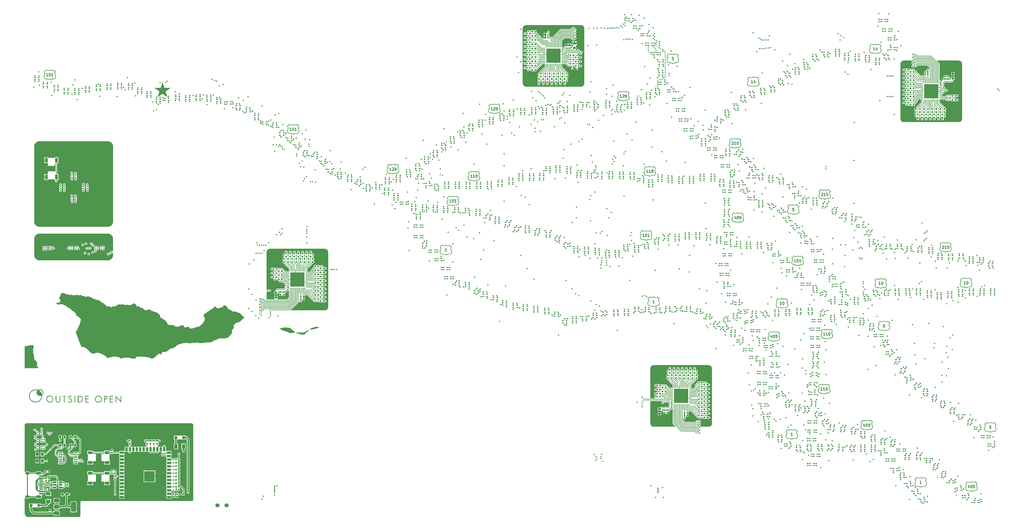
<source format=gbr>
%TF.GenerationSoftware,KiCad,Pcbnew,8.0.4*%
%TF.CreationDate,2025-01-24T11:27:36-08:00*%
%TF.ProjectId,traffic_paradise,74726166-6669-4635-9f70-617261646973,rev?*%
%TF.SameCoordinates,Original*%
%TF.FileFunction,Copper,L1,Top*%
%TF.FilePolarity,Positive*%
%FSLAX46Y46*%
G04 Gerber Fmt 4.6, Leading zero omitted, Abs format (unit mm)*
G04 Created by KiCad (PCBNEW 8.0.4) date 2025-01-24 11:27:36*
%MOMM*%
%LPD*%
G01*
G04 APERTURE LIST*
G04 Aperture macros list*
%AMRoundRect*
0 Rectangle with rounded corners*
0 $1 Rounding radius*
0 $2 $3 $4 $5 $6 $7 $8 $9 X,Y pos of 4 corners*
0 Add a 4 corners polygon primitive as box body*
4,1,4,$2,$3,$4,$5,$6,$7,$8,$9,$2,$3,0*
0 Add four circle primitives for the rounded corners*
1,1,$1+$1,$2,$3*
1,1,$1+$1,$4,$5*
1,1,$1+$1,$6,$7*
1,1,$1+$1,$8,$9*
0 Add four rect primitives between the rounded corners*
20,1,$1+$1,$2,$3,$4,$5,0*
20,1,$1+$1,$4,$5,$6,$7,0*
20,1,$1+$1,$6,$7,$8,$9,0*
20,1,$1+$1,$8,$9,$2,$3,0*%
G04 Aperture macros list end*
%ADD10C,0.250000*%
%TA.AperFunction,NonConductor*%
%ADD11C,0.250000*%
%TD*%
%TA.AperFunction,EtchedComponent*%
%ADD12C,0.000000*%
%TD*%
%TA.AperFunction,EtchedComponent*%
%ADD13C,0.100000*%
%TD*%
%TA.AperFunction,SMDPad,CuDef*%
%ADD14R,1.500000X0.900000*%
%TD*%
%TA.AperFunction,SMDPad,CuDef*%
%ADD15R,0.900000X1.500000*%
%TD*%
%TA.AperFunction,HeatsinkPad*%
%ADD16C,0.600000*%
%TD*%
%TA.AperFunction,SMDPad,CuDef*%
%ADD17R,3.900000X3.900000*%
%TD*%
%TA.AperFunction,SMDPad,CuDef*%
%ADD18RoundRect,0.080000X-0.220000X-0.120000X0.220000X-0.120000X0.220000X0.120000X-0.220000X0.120000X0*%
%TD*%
%TA.AperFunction,SMDPad,CuDef*%
%ADD19RoundRect,0.135000X0.135000X0.185000X-0.135000X0.185000X-0.135000X-0.185000X0.135000X-0.185000X0*%
%TD*%
%TA.AperFunction,SMDPad,CuDef*%
%ADD20RoundRect,0.150000X-0.512500X-0.150000X0.512500X-0.150000X0.512500X0.150000X-0.512500X0.150000X0*%
%TD*%
%TA.AperFunction,SMDPad,CuDef*%
%ADD21RoundRect,0.135000X-0.185000X0.135000X-0.185000X-0.135000X0.185000X-0.135000X0.185000X0.135000X0*%
%TD*%
%TA.AperFunction,SMDPad,CuDef*%
%ADD22RoundRect,0.140000X-0.170000X0.140000X-0.170000X-0.140000X0.170000X-0.140000X0.170000X0.140000X0*%
%TD*%
%TA.AperFunction,SMDPad,CuDef*%
%ADD23RoundRect,0.135000X0.185000X-0.135000X0.185000X0.135000X-0.185000X0.135000X-0.185000X-0.135000X0*%
%TD*%
%TA.AperFunction,SMDPad,CuDef*%
%ADD24RoundRect,0.135000X-0.135000X-0.185000X0.135000X-0.185000X0.135000X0.185000X-0.135000X0.185000X0*%
%TD*%
%TA.AperFunction,SMDPad,CuDef*%
%ADD25RoundRect,0.140000X-0.140000X-0.170000X0.140000X-0.170000X0.140000X0.170000X-0.140000X0.170000X0*%
%TD*%
%TA.AperFunction,SMDPad,CuDef*%
%ADD26RoundRect,0.200000X0.275000X-0.200000X0.275000X0.200000X-0.275000X0.200000X-0.275000X-0.200000X0*%
%TD*%
%TA.AperFunction,SMDPad,CuDef*%
%ADD27RoundRect,0.140000X0.140000X0.170000X-0.140000X0.170000X-0.140000X-0.170000X0.140000X-0.170000X0*%
%TD*%
%TA.AperFunction,ComponentPad*%
%ADD28C,1.524000*%
%TD*%
%TA.AperFunction,SMDPad,CuDef*%
%ADD29R,0.840000X0.220000*%
%TD*%
%TA.AperFunction,SMDPad,CuDef*%
%ADD30R,0.220000X0.840000*%
%TD*%
%TA.AperFunction,SMDPad,CuDef*%
%ADD31R,5.250000X5.250000*%
%TD*%
%TA.AperFunction,SMDPad,CuDef*%
%ADD32RoundRect,0.200000X0.200000X0.275000X-0.200000X0.275000X-0.200000X-0.275000X0.200000X-0.275000X0*%
%TD*%
%TA.AperFunction,SMDPad,CuDef*%
%ADD33RoundRect,0.140000X0.170000X-0.140000X0.170000X0.140000X-0.170000X0.140000X-0.170000X-0.140000X0*%
%TD*%
%TA.AperFunction,SMDPad,CuDef*%
%ADD34RoundRect,0.200000X-0.275000X0.200000X-0.275000X-0.200000X0.275000X-0.200000X0.275000X0.200000X0*%
%TD*%
%TA.AperFunction,SMDPad,CuDef*%
%ADD35RoundRect,0.200000X-0.200000X-0.275000X0.200000X-0.275000X0.200000X0.275000X-0.200000X0.275000X0*%
%TD*%
%TA.AperFunction,SMDPad,CuDef*%
%ADD36R,1.100000X1.800000*%
%TD*%
%TA.AperFunction,SMDPad,CuDef*%
%ADD37R,1.092200X0.990600*%
%TD*%
%TA.AperFunction,SMDPad,CuDef*%
%ADD38RoundRect,0.243750X-0.243750X-0.456250X0.243750X-0.456250X0.243750X0.456250X-0.243750X0.456250X0*%
%TD*%
%TA.AperFunction,SMDPad,CuDef*%
%ADD39R,1.450000X0.600000*%
%TD*%
%TA.AperFunction,SMDPad,CuDef*%
%ADD40R,1.450000X0.300000*%
%TD*%
%TA.AperFunction,ComponentPad*%
%ADD41O,2.100000X1.000000*%
%TD*%
%TA.AperFunction,ComponentPad*%
%ADD42O,1.600000X1.000000*%
%TD*%
%TA.AperFunction,SMDPad,CuDef*%
%ADD43RoundRect,0.225000X0.225000X0.250000X-0.225000X0.250000X-0.225000X-0.250000X0.225000X-0.250000X0*%
%TD*%
%TA.AperFunction,SMDPad,CuDef*%
%ADD44R,1.800000X1.100000*%
%TD*%
%TA.AperFunction,SMDPad,CuDef*%
%ADD45RoundRect,0.250000X0.375000X0.625000X-0.375000X0.625000X-0.375000X-0.625000X0.375000X-0.625000X0*%
%TD*%
%TA.AperFunction,SMDPad,CuDef*%
%ADD46RoundRect,0.250000X-0.625000X0.375000X-0.625000X-0.375000X0.625000X-0.375000X0.625000X0.375000X0*%
%TD*%
%TA.AperFunction,SMDPad,CuDef*%
%ADD47R,1.473200X0.355600*%
%TD*%
%TA.AperFunction,SMDPad,CuDef*%
%ADD48RoundRect,0.375000X-0.625000X-0.375000X0.625000X-0.375000X0.625000X0.375000X-0.625000X0.375000X0*%
%TD*%
%TA.AperFunction,SMDPad,CuDef*%
%ADD49RoundRect,0.500000X-0.500000X-1.400000X0.500000X-1.400000X0.500000X1.400000X-0.500000X1.400000X0*%
%TD*%
%TA.AperFunction,ViaPad*%
%ADD50C,0.500000*%
%TD*%
%TA.AperFunction,Conductor*%
%ADD51C,0.203200*%
%TD*%
%TA.AperFunction,Conductor*%
%ADD52C,0.304800*%
%TD*%
%TA.AperFunction,Conductor*%
%ADD53C,0.500000*%
%TD*%
%TA.AperFunction,Conductor*%
%ADD54C,0.200000*%
%TD*%
%TA.AperFunction,Conductor*%
%ADD55C,0.290000*%
%TD*%
G04 APERTURE END LIST*
D10*
D11*
X262561905Y-50541857D02*
X262609524Y-50494238D01*
X262609524Y-50494238D02*
X262704762Y-50446619D01*
X262704762Y-50446619D02*
X262942857Y-50446619D01*
X262942857Y-50446619D02*
X263038095Y-50494238D01*
X263038095Y-50494238D02*
X263085714Y-50541857D01*
X263085714Y-50541857D02*
X263133333Y-50637095D01*
X263133333Y-50637095D02*
X263133333Y-50732333D01*
X263133333Y-50732333D02*
X263085714Y-50875190D01*
X263085714Y-50875190D02*
X262514286Y-51446619D01*
X262514286Y-51446619D02*
X263133333Y-51446619D01*
X264085714Y-51446619D02*
X263514286Y-51446619D01*
X263800000Y-51446619D02*
X263800000Y-50446619D01*
X263800000Y-50446619D02*
X263704762Y-50589476D01*
X263704762Y-50589476D02*
X263609524Y-50684714D01*
X263609524Y-50684714D02*
X263514286Y-50732333D01*
X264704762Y-50446619D02*
X264800000Y-50446619D01*
X264800000Y-50446619D02*
X264895238Y-50494238D01*
X264895238Y-50494238D02*
X264942857Y-50541857D01*
X264942857Y-50541857D02*
X264990476Y-50637095D01*
X264990476Y-50637095D02*
X265038095Y-50827571D01*
X265038095Y-50827571D02*
X265038095Y-51065666D01*
X265038095Y-51065666D02*
X264990476Y-51256142D01*
X264990476Y-51256142D02*
X264942857Y-51351380D01*
X264942857Y-51351380D02*
X264895238Y-51399000D01*
X264895238Y-51399000D02*
X264800000Y-51446619D01*
X264800000Y-51446619D02*
X264704762Y-51446619D01*
X264704762Y-51446619D02*
X264609524Y-51399000D01*
X264609524Y-51399000D02*
X264561905Y-51351380D01*
X264561905Y-51351380D02*
X264514286Y-51256142D01*
X264514286Y-51256142D02*
X264466667Y-51065666D01*
X264466667Y-51065666D02*
X264466667Y-50827571D01*
X264466667Y-50827571D02*
X264514286Y-50637095D01*
X264514286Y-50637095D02*
X264561905Y-50541857D01*
X264561905Y-50541857D02*
X264609524Y-50494238D01*
X264609524Y-50494238D02*
X264704762Y-50446619D01*
D10*
D11*
X285085714Y-159446619D02*
X284514286Y-159446619D01*
X284800000Y-159446619D02*
X284800000Y-158446619D01*
X284800000Y-158446619D02*
X284704762Y-158589476D01*
X284704762Y-158589476D02*
X284609524Y-158684714D01*
X284609524Y-158684714D02*
X284514286Y-158732333D01*
D10*
D11*
X240938095Y-19046619D02*
X240461905Y-19046619D01*
X240461905Y-19046619D02*
X240414286Y-19522809D01*
X240414286Y-19522809D02*
X240461905Y-19475190D01*
X240461905Y-19475190D02*
X240557143Y-19427571D01*
X240557143Y-19427571D02*
X240795238Y-19427571D01*
X240795238Y-19427571D02*
X240890476Y-19475190D01*
X240890476Y-19475190D02*
X240938095Y-19522809D01*
X240938095Y-19522809D02*
X240985714Y-19618047D01*
X240985714Y-19618047D02*
X240985714Y-19856142D01*
X240985714Y-19856142D02*
X240938095Y-19951380D01*
X240938095Y-19951380D02*
X240890476Y-19999000D01*
X240890476Y-19999000D02*
X240795238Y-20046619D01*
X240795238Y-20046619D02*
X240557143Y-20046619D01*
X240557143Y-20046619D02*
X240461905Y-19999000D01*
X240461905Y-19999000D02*
X240414286Y-19951380D01*
D10*
D11*
X9133333Y-26046619D02*
X8561905Y-26046619D01*
X8847619Y-26046619D02*
X8847619Y-25046619D01*
X8847619Y-25046619D02*
X8752381Y-25189476D01*
X8752381Y-25189476D02*
X8657143Y-25284714D01*
X8657143Y-25284714D02*
X8561905Y-25332333D01*
X9752381Y-25046619D02*
X9847619Y-25046619D01*
X9847619Y-25046619D02*
X9942857Y-25094238D01*
X9942857Y-25094238D02*
X9990476Y-25141857D01*
X9990476Y-25141857D02*
X10038095Y-25237095D01*
X10038095Y-25237095D02*
X10085714Y-25427571D01*
X10085714Y-25427571D02*
X10085714Y-25665666D01*
X10085714Y-25665666D02*
X10038095Y-25856142D01*
X10038095Y-25856142D02*
X9990476Y-25951380D01*
X9990476Y-25951380D02*
X9942857Y-25999000D01*
X9942857Y-25999000D02*
X9847619Y-26046619D01*
X9847619Y-26046619D02*
X9752381Y-26046619D01*
X9752381Y-26046619D02*
X9657143Y-25999000D01*
X9657143Y-25999000D02*
X9609524Y-25951380D01*
X9609524Y-25951380D02*
X9561905Y-25856142D01*
X9561905Y-25856142D02*
X9514286Y-25665666D01*
X9514286Y-25665666D02*
X9514286Y-25427571D01*
X9514286Y-25427571D02*
X9561905Y-25237095D01*
X9561905Y-25237095D02*
X9609524Y-25141857D01*
X9609524Y-25141857D02*
X9657143Y-25094238D01*
X9657143Y-25094238D02*
X9752381Y-25046619D01*
X11038095Y-26046619D02*
X10466667Y-26046619D01*
X10752381Y-26046619D02*
X10752381Y-25046619D01*
X10752381Y-25046619D02*
X10657143Y-25189476D01*
X10657143Y-25189476D02*
X10561905Y-25284714D01*
X10561905Y-25284714D02*
X10466667Y-25332333D01*
D10*
D11*
X270359523Y-28646619D02*
X269788095Y-28646619D01*
X270073809Y-28646619D02*
X270073809Y-27646619D01*
X270073809Y-27646619D02*
X269978571Y-27789476D01*
X269978571Y-27789476D02*
X269883333Y-27884714D01*
X269883333Y-27884714D02*
X269788095Y-27932333D01*
X271216666Y-27979952D02*
X271216666Y-28646619D01*
X270978571Y-27599000D02*
X270740476Y-28313285D01*
X270740476Y-28313285D02*
X271359523Y-28313285D01*
D10*
D11*
X233885714Y-110246619D02*
X233314286Y-110246619D01*
X233600000Y-110246619D02*
X233600000Y-109246619D01*
X233600000Y-109246619D02*
X233504762Y-109389476D01*
X233504762Y-109389476D02*
X233409524Y-109484714D01*
X233409524Y-109484714D02*
X233314286Y-109532333D01*
D10*
D11*
X319238095Y-118246619D02*
X318761905Y-118246619D01*
X318761905Y-118246619D02*
X318714286Y-118722809D01*
X318714286Y-118722809D02*
X318761905Y-118675190D01*
X318761905Y-118675190D02*
X318857143Y-118627571D01*
X318857143Y-118627571D02*
X319095238Y-118627571D01*
X319095238Y-118627571D02*
X319190476Y-118675190D01*
X319190476Y-118675190D02*
X319238095Y-118722809D01*
X319238095Y-118722809D02*
X319285714Y-118818047D01*
X319285714Y-118818047D02*
X319285714Y-119056142D01*
X319285714Y-119056142D02*
X319238095Y-119151380D01*
X319238095Y-119151380D02*
X319190476Y-119199000D01*
X319190476Y-119199000D02*
X319095238Y-119246619D01*
X319095238Y-119246619D02*
X318857143Y-119246619D01*
X318857143Y-119246619D02*
X318761905Y-119199000D01*
X318761905Y-119199000D02*
X318714286Y-119151380D01*
D10*
D11*
X317609523Y-103446619D02*
X317038095Y-103446619D01*
X317323809Y-103446619D02*
X317323809Y-102446619D01*
X317323809Y-102446619D02*
X317228571Y-102589476D01*
X317228571Y-102589476D02*
X317133333Y-102684714D01*
X317133333Y-102684714D02*
X317038095Y-102732333D01*
X318228571Y-102446619D02*
X318323809Y-102446619D01*
X318323809Y-102446619D02*
X318419047Y-102494238D01*
X318419047Y-102494238D02*
X318466666Y-102541857D01*
X318466666Y-102541857D02*
X318514285Y-102637095D01*
X318514285Y-102637095D02*
X318561904Y-102827571D01*
X318561904Y-102827571D02*
X318561904Y-103065666D01*
X318561904Y-103065666D02*
X318514285Y-103256142D01*
X318514285Y-103256142D02*
X318466666Y-103351380D01*
X318466666Y-103351380D02*
X318419047Y-103399000D01*
X318419047Y-103399000D02*
X318323809Y-103446619D01*
X318323809Y-103446619D02*
X318228571Y-103446619D01*
X318228571Y-103446619D02*
X318133333Y-103399000D01*
X318133333Y-103399000D02*
X318085714Y-103351380D01*
X318085714Y-103351380D02*
X318038095Y-103256142D01*
X318038095Y-103256142D02*
X317990476Y-103065666D01*
X317990476Y-103065666D02*
X317990476Y-102827571D01*
X317990476Y-102827571D02*
X318038095Y-102637095D01*
X318038095Y-102637095D02*
X318085714Y-102541857D01*
X318085714Y-102541857D02*
X318133333Y-102494238D01*
X318133333Y-102494238D02*
X318228571Y-102446619D01*
D10*
D11*
X350638095Y-178179952D02*
X350638095Y-178846619D01*
X350400000Y-177799000D02*
X350161905Y-178513285D01*
X350161905Y-178513285D02*
X350780952Y-178513285D01*
X351352381Y-177846619D02*
X351447619Y-177846619D01*
X351447619Y-177846619D02*
X351542857Y-177894238D01*
X351542857Y-177894238D02*
X351590476Y-177941857D01*
X351590476Y-177941857D02*
X351638095Y-178037095D01*
X351638095Y-178037095D02*
X351685714Y-178227571D01*
X351685714Y-178227571D02*
X351685714Y-178465666D01*
X351685714Y-178465666D02*
X351638095Y-178656142D01*
X351638095Y-178656142D02*
X351590476Y-178751380D01*
X351590476Y-178751380D02*
X351542857Y-178799000D01*
X351542857Y-178799000D02*
X351447619Y-178846619D01*
X351447619Y-178846619D02*
X351352381Y-178846619D01*
X351352381Y-178846619D02*
X351257143Y-178799000D01*
X351257143Y-178799000D02*
X351209524Y-178751380D01*
X351209524Y-178751380D02*
X351161905Y-178656142D01*
X351161905Y-178656142D02*
X351114286Y-178465666D01*
X351114286Y-178465666D02*
X351114286Y-178227571D01*
X351114286Y-178227571D02*
X351161905Y-178037095D01*
X351161905Y-178037095D02*
X351209524Y-177941857D01*
X351209524Y-177941857D02*
X351257143Y-177894238D01*
X351257143Y-177894238D02*
X351352381Y-177846619D01*
X352590476Y-177846619D02*
X352114286Y-177846619D01*
X352114286Y-177846619D02*
X352066667Y-178322809D01*
X352066667Y-178322809D02*
X352114286Y-178275190D01*
X352114286Y-178275190D02*
X352209524Y-178227571D01*
X352209524Y-178227571D02*
X352447619Y-178227571D01*
X352447619Y-178227571D02*
X352542857Y-178275190D01*
X352542857Y-178275190D02*
X352590476Y-178322809D01*
X352590476Y-178322809D02*
X352638095Y-178418047D01*
X352638095Y-178418047D02*
X352638095Y-178656142D01*
X352638095Y-178656142D02*
X352590476Y-178751380D01*
X352590476Y-178751380D02*
X352542857Y-178799000D01*
X352542857Y-178799000D02*
X352447619Y-178846619D01*
X352447619Y-178846619D02*
X352209524Y-178846619D01*
X352209524Y-178846619D02*
X352114286Y-178799000D01*
X352114286Y-178799000D02*
X352066667Y-178751380D01*
D10*
D11*
X286333333Y-95046619D02*
X285761905Y-95046619D01*
X286047619Y-95046619D02*
X286047619Y-94046619D01*
X286047619Y-94046619D02*
X285952381Y-94189476D01*
X285952381Y-94189476D02*
X285857143Y-94284714D01*
X285857143Y-94284714D02*
X285761905Y-94332333D01*
X286952381Y-94046619D02*
X287047619Y-94046619D01*
X287047619Y-94046619D02*
X287142857Y-94094238D01*
X287142857Y-94094238D02*
X287190476Y-94141857D01*
X287190476Y-94141857D02*
X287238095Y-94237095D01*
X287238095Y-94237095D02*
X287285714Y-94427571D01*
X287285714Y-94427571D02*
X287285714Y-94665666D01*
X287285714Y-94665666D02*
X287238095Y-94856142D01*
X287238095Y-94856142D02*
X287190476Y-94951380D01*
X287190476Y-94951380D02*
X287142857Y-94999000D01*
X287142857Y-94999000D02*
X287047619Y-95046619D01*
X287047619Y-95046619D02*
X286952381Y-95046619D01*
X286952381Y-95046619D02*
X286857143Y-94999000D01*
X286857143Y-94999000D02*
X286809524Y-94951380D01*
X286809524Y-94951380D02*
X286761905Y-94856142D01*
X286761905Y-94856142D02*
X286714286Y-94665666D01*
X286714286Y-94665666D02*
X286714286Y-94427571D01*
X286714286Y-94427571D02*
X286761905Y-94237095D01*
X286761905Y-94237095D02*
X286809524Y-94141857D01*
X286809524Y-94141857D02*
X286857143Y-94094238D01*
X286857143Y-94094238D02*
X286952381Y-94046619D01*
X288238095Y-95046619D02*
X287666667Y-95046619D01*
X287952381Y-95046619D02*
X287952381Y-94046619D01*
X287952381Y-94046619D02*
X287857143Y-94189476D01*
X287857143Y-94189476D02*
X287761905Y-94284714D01*
X287761905Y-94284714D02*
X287666667Y-94332333D01*
D10*
D11*
X296133333Y-142646619D02*
X295561905Y-142646619D01*
X295847619Y-142646619D02*
X295847619Y-141646619D01*
X295847619Y-141646619D02*
X295752381Y-141789476D01*
X295752381Y-141789476D02*
X295657143Y-141884714D01*
X295657143Y-141884714D02*
X295561905Y-141932333D01*
X297085714Y-142646619D02*
X296514286Y-142646619D01*
X296800000Y-142646619D02*
X296800000Y-141646619D01*
X296800000Y-141646619D02*
X296704762Y-141789476D01*
X296704762Y-141789476D02*
X296609524Y-141884714D01*
X296609524Y-141884714D02*
X296514286Y-141932333D01*
X297704762Y-141646619D02*
X297800000Y-141646619D01*
X297800000Y-141646619D02*
X297895238Y-141694238D01*
X297895238Y-141694238D02*
X297942857Y-141741857D01*
X297942857Y-141741857D02*
X297990476Y-141837095D01*
X297990476Y-141837095D02*
X298038095Y-142027571D01*
X298038095Y-142027571D02*
X298038095Y-142265666D01*
X298038095Y-142265666D02*
X297990476Y-142456142D01*
X297990476Y-142456142D02*
X297942857Y-142551380D01*
X297942857Y-142551380D02*
X297895238Y-142599000D01*
X297895238Y-142599000D02*
X297800000Y-142646619D01*
X297800000Y-142646619D02*
X297704762Y-142646619D01*
X297704762Y-142646619D02*
X297609524Y-142599000D01*
X297609524Y-142599000D02*
X297561905Y-142551380D01*
X297561905Y-142551380D02*
X297514286Y-142456142D01*
X297514286Y-142456142D02*
X297466667Y-142265666D01*
X297466667Y-142265666D02*
X297466667Y-142027571D01*
X297466667Y-142027571D02*
X297514286Y-141837095D01*
X297514286Y-141837095D02*
X297561905Y-141741857D01*
X297561905Y-141741857D02*
X297609524Y-141694238D01*
X297609524Y-141694238D02*
X297704762Y-141646619D01*
D10*
D11*
X297133333Y-122246619D02*
X296561905Y-122246619D01*
X296847619Y-122246619D02*
X296847619Y-121246619D01*
X296847619Y-121246619D02*
X296752381Y-121389476D01*
X296752381Y-121389476D02*
X296657143Y-121484714D01*
X296657143Y-121484714D02*
X296561905Y-121532333D01*
X298085714Y-122246619D02*
X297514286Y-122246619D01*
X297800000Y-122246619D02*
X297800000Y-121246619D01*
X297800000Y-121246619D02*
X297704762Y-121389476D01*
X297704762Y-121389476D02*
X297609524Y-121484714D01*
X297609524Y-121484714D02*
X297514286Y-121532333D01*
X298704762Y-121246619D02*
X298800000Y-121246619D01*
X298800000Y-121246619D02*
X298895238Y-121294238D01*
X298895238Y-121294238D02*
X298942857Y-121341857D01*
X298942857Y-121341857D02*
X298990476Y-121437095D01*
X298990476Y-121437095D02*
X299038095Y-121627571D01*
X299038095Y-121627571D02*
X299038095Y-121865666D01*
X299038095Y-121865666D02*
X298990476Y-122056142D01*
X298990476Y-122056142D02*
X298942857Y-122151380D01*
X298942857Y-122151380D02*
X298895238Y-122199000D01*
X298895238Y-122199000D02*
X298800000Y-122246619D01*
X298800000Y-122246619D02*
X298704762Y-122246619D01*
X298704762Y-122246619D02*
X298609524Y-122199000D01*
X298609524Y-122199000D02*
X298561905Y-122151380D01*
X298561905Y-122151380D02*
X298514286Y-122056142D01*
X298514286Y-122056142D02*
X298466667Y-121865666D01*
X298466667Y-121865666D02*
X298466667Y-121627571D01*
X298466667Y-121627571D02*
X298514286Y-121437095D01*
X298514286Y-121437095D02*
X298561905Y-121341857D01*
X298561905Y-121341857D02*
X298609524Y-121294238D01*
X298609524Y-121294238D02*
X298704762Y-121246619D01*
D10*
D11*
X332885714Y-177246619D02*
X332314286Y-177246619D01*
X332600000Y-177246619D02*
X332600000Y-176246619D01*
X332600000Y-176246619D02*
X332504762Y-176389476D01*
X332504762Y-176389476D02*
X332409524Y-176484714D01*
X332409524Y-176484714D02*
X332314286Y-176532333D01*
D10*
D11*
X295761905Y-69541857D02*
X295809524Y-69494238D01*
X295809524Y-69494238D02*
X295904762Y-69446619D01*
X295904762Y-69446619D02*
X296142857Y-69446619D01*
X296142857Y-69446619D02*
X296238095Y-69494238D01*
X296238095Y-69494238D02*
X296285714Y-69541857D01*
X296285714Y-69541857D02*
X296333333Y-69637095D01*
X296333333Y-69637095D02*
X296333333Y-69732333D01*
X296333333Y-69732333D02*
X296285714Y-69875190D01*
X296285714Y-69875190D02*
X295714286Y-70446619D01*
X295714286Y-70446619D02*
X296333333Y-70446619D01*
X297285714Y-70446619D02*
X296714286Y-70446619D01*
X297000000Y-70446619D02*
X297000000Y-69446619D01*
X297000000Y-69446619D02*
X296904762Y-69589476D01*
X296904762Y-69589476D02*
X296809524Y-69684714D01*
X296809524Y-69684714D02*
X296714286Y-69732333D01*
X297904762Y-69446619D02*
X298000000Y-69446619D01*
X298000000Y-69446619D02*
X298095238Y-69494238D01*
X298095238Y-69494238D02*
X298142857Y-69541857D01*
X298142857Y-69541857D02*
X298190476Y-69637095D01*
X298190476Y-69637095D02*
X298238095Y-69827571D01*
X298238095Y-69827571D02*
X298238095Y-70065666D01*
X298238095Y-70065666D02*
X298190476Y-70256142D01*
X298190476Y-70256142D02*
X298142857Y-70351380D01*
X298142857Y-70351380D02*
X298095238Y-70399000D01*
X298095238Y-70399000D02*
X298000000Y-70446619D01*
X298000000Y-70446619D02*
X297904762Y-70446619D01*
X297904762Y-70446619D02*
X297809524Y-70399000D01*
X297809524Y-70399000D02*
X297761905Y-70351380D01*
X297761905Y-70351380D02*
X297714286Y-70256142D01*
X297714286Y-70256142D02*
X297666667Y-70065666D01*
X297666667Y-70065666D02*
X297666667Y-69827571D01*
X297666667Y-69827571D02*
X297714286Y-69637095D01*
X297714286Y-69637095D02*
X297761905Y-69541857D01*
X297761905Y-69541857D02*
X297809524Y-69494238D01*
X297809524Y-69494238D02*
X297904762Y-69446619D01*
D10*
D11*
X166333333Y-63646619D02*
X165761905Y-63646619D01*
X166047619Y-63646619D02*
X166047619Y-62646619D01*
X166047619Y-62646619D02*
X165952381Y-62789476D01*
X165952381Y-62789476D02*
X165857143Y-62884714D01*
X165857143Y-62884714D02*
X165761905Y-62932333D01*
X167285714Y-63646619D02*
X166714286Y-63646619D01*
X167000000Y-63646619D02*
X167000000Y-62646619D01*
X167000000Y-62646619D02*
X166904762Y-62789476D01*
X166904762Y-62789476D02*
X166809524Y-62884714D01*
X166809524Y-62884714D02*
X166714286Y-62932333D01*
X167857143Y-63075190D02*
X167761905Y-63027571D01*
X167761905Y-63027571D02*
X167714286Y-62979952D01*
X167714286Y-62979952D02*
X167666667Y-62884714D01*
X167666667Y-62884714D02*
X167666667Y-62837095D01*
X167666667Y-62837095D02*
X167714286Y-62741857D01*
X167714286Y-62741857D02*
X167761905Y-62694238D01*
X167761905Y-62694238D02*
X167857143Y-62646619D01*
X167857143Y-62646619D02*
X168047619Y-62646619D01*
X168047619Y-62646619D02*
X168142857Y-62694238D01*
X168142857Y-62694238D02*
X168190476Y-62741857D01*
X168190476Y-62741857D02*
X168238095Y-62837095D01*
X168238095Y-62837095D02*
X168238095Y-62884714D01*
X168238095Y-62884714D02*
X168190476Y-62979952D01*
X168190476Y-62979952D02*
X168142857Y-63027571D01*
X168142857Y-63027571D02*
X168047619Y-63075190D01*
X168047619Y-63075190D02*
X167857143Y-63075190D01*
X167857143Y-63075190D02*
X167761905Y-63122809D01*
X167761905Y-63122809D02*
X167714286Y-63170428D01*
X167714286Y-63170428D02*
X167666667Y-63265666D01*
X167666667Y-63265666D02*
X167666667Y-63456142D01*
X167666667Y-63456142D02*
X167714286Y-63551380D01*
X167714286Y-63551380D02*
X167761905Y-63599000D01*
X167761905Y-63599000D02*
X167857143Y-63646619D01*
X167857143Y-63646619D02*
X168047619Y-63646619D01*
X168047619Y-63646619D02*
X168142857Y-63599000D01*
X168142857Y-63599000D02*
X168190476Y-63551380D01*
X168190476Y-63551380D02*
X168238095Y-63456142D01*
X168238095Y-63456142D02*
X168238095Y-63265666D01*
X168238095Y-63265666D02*
X168190476Y-63170428D01*
X168190476Y-63170428D02*
X168142857Y-63122809D01*
X168142857Y-63122809D02*
X168047619Y-63075190D01*
D10*
D11*
X158533333Y-72846619D02*
X157961905Y-72846619D01*
X158247619Y-72846619D02*
X158247619Y-71846619D01*
X158247619Y-71846619D02*
X158152381Y-71989476D01*
X158152381Y-71989476D02*
X158057143Y-72084714D01*
X158057143Y-72084714D02*
X157961905Y-72132333D01*
X159152381Y-71846619D02*
X159247619Y-71846619D01*
X159247619Y-71846619D02*
X159342857Y-71894238D01*
X159342857Y-71894238D02*
X159390476Y-71941857D01*
X159390476Y-71941857D02*
X159438095Y-72037095D01*
X159438095Y-72037095D02*
X159485714Y-72227571D01*
X159485714Y-72227571D02*
X159485714Y-72465666D01*
X159485714Y-72465666D02*
X159438095Y-72656142D01*
X159438095Y-72656142D02*
X159390476Y-72751380D01*
X159390476Y-72751380D02*
X159342857Y-72799000D01*
X159342857Y-72799000D02*
X159247619Y-72846619D01*
X159247619Y-72846619D02*
X159152381Y-72846619D01*
X159152381Y-72846619D02*
X159057143Y-72799000D01*
X159057143Y-72799000D02*
X159009524Y-72751380D01*
X159009524Y-72751380D02*
X158961905Y-72656142D01*
X158961905Y-72656142D02*
X158914286Y-72465666D01*
X158914286Y-72465666D02*
X158914286Y-72227571D01*
X158914286Y-72227571D02*
X158961905Y-72037095D01*
X158961905Y-72037095D02*
X159009524Y-71941857D01*
X159009524Y-71941857D02*
X159057143Y-71894238D01*
X159057143Y-71894238D02*
X159152381Y-71846619D01*
X160438095Y-72846619D02*
X159866667Y-72846619D01*
X160152381Y-72846619D02*
X160152381Y-71846619D01*
X160152381Y-71846619D02*
X160057143Y-71989476D01*
X160057143Y-71989476D02*
X159961905Y-72084714D01*
X159961905Y-72084714D02*
X159866667Y-72132333D01*
D10*
D11*
X311838095Y-155379952D02*
X311838095Y-156046619D01*
X311600000Y-154999000D02*
X311361905Y-155713285D01*
X311361905Y-155713285D02*
X311980952Y-155713285D01*
X312552381Y-155046619D02*
X312647619Y-155046619D01*
X312647619Y-155046619D02*
X312742857Y-155094238D01*
X312742857Y-155094238D02*
X312790476Y-155141857D01*
X312790476Y-155141857D02*
X312838095Y-155237095D01*
X312838095Y-155237095D02*
X312885714Y-155427571D01*
X312885714Y-155427571D02*
X312885714Y-155665666D01*
X312885714Y-155665666D02*
X312838095Y-155856142D01*
X312838095Y-155856142D02*
X312790476Y-155951380D01*
X312790476Y-155951380D02*
X312742857Y-155999000D01*
X312742857Y-155999000D02*
X312647619Y-156046619D01*
X312647619Y-156046619D02*
X312552381Y-156046619D01*
X312552381Y-156046619D02*
X312457143Y-155999000D01*
X312457143Y-155999000D02*
X312409524Y-155951380D01*
X312409524Y-155951380D02*
X312361905Y-155856142D01*
X312361905Y-155856142D02*
X312314286Y-155665666D01*
X312314286Y-155665666D02*
X312314286Y-155427571D01*
X312314286Y-155427571D02*
X312361905Y-155237095D01*
X312361905Y-155237095D02*
X312409524Y-155141857D01*
X312409524Y-155141857D02*
X312457143Y-155094238D01*
X312457143Y-155094238D02*
X312552381Y-155046619D01*
X313790476Y-155046619D02*
X313314286Y-155046619D01*
X313314286Y-155046619D02*
X313266667Y-155522809D01*
X313266667Y-155522809D02*
X313314286Y-155475190D01*
X313314286Y-155475190D02*
X313409524Y-155427571D01*
X313409524Y-155427571D02*
X313647619Y-155427571D01*
X313647619Y-155427571D02*
X313742857Y-155475190D01*
X313742857Y-155475190D02*
X313790476Y-155522809D01*
X313790476Y-155522809D02*
X313838095Y-155618047D01*
X313838095Y-155618047D02*
X313838095Y-155856142D01*
X313838095Y-155856142D02*
X313790476Y-155951380D01*
X313790476Y-155951380D02*
X313742857Y-155999000D01*
X313742857Y-155999000D02*
X313647619Y-156046619D01*
X313647619Y-156046619D02*
X313409524Y-156046619D01*
X313409524Y-156046619D02*
X313314286Y-155999000D01*
X313314286Y-155999000D02*
X313266667Y-155951380D01*
D10*
D11*
X315584523Y-16421619D02*
X315013095Y-16421619D01*
X315298809Y-16421619D02*
X315298809Y-15421619D01*
X315298809Y-15421619D02*
X315203571Y-15564476D01*
X315203571Y-15564476D02*
X315108333Y-15659714D01*
X315108333Y-15659714D02*
X315013095Y-15707333D01*
X316441666Y-15754952D02*
X316441666Y-16421619D01*
X316203571Y-15374000D02*
X315965476Y-16088285D01*
X315965476Y-16088285D02*
X316584523Y-16088285D01*
D10*
D11*
X230133333Y-85646619D02*
X229561905Y-85646619D01*
X229847619Y-85646619D02*
X229847619Y-84646619D01*
X229847619Y-84646619D02*
X229752381Y-84789476D01*
X229752381Y-84789476D02*
X229657143Y-84884714D01*
X229657143Y-84884714D02*
X229561905Y-84932333D01*
X230752381Y-84646619D02*
X230847619Y-84646619D01*
X230847619Y-84646619D02*
X230942857Y-84694238D01*
X230942857Y-84694238D02*
X230990476Y-84741857D01*
X230990476Y-84741857D02*
X231038095Y-84837095D01*
X231038095Y-84837095D02*
X231085714Y-85027571D01*
X231085714Y-85027571D02*
X231085714Y-85265666D01*
X231085714Y-85265666D02*
X231038095Y-85456142D01*
X231038095Y-85456142D02*
X230990476Y-85551380D01*
X230990476Y-85551380D02*
X230942857Y-85599000D01*
X230942857Y-85599000D02*
X230847619Y-85646619D01*
X230847619Y-85646619D02*
X230752381Y-85646619D01*
X230752381Y-85646619D02*
X230657143Y-85599000D01*
X230657143Y-85599000D02*
X230609524Y-85551380D01*
X230609524Y-85551380D02*
X230561905Y-85456142D01*
X230561905Y-85456142D02*
X230514286Y-85265666D01*
X230514286Y-85265666D02*
X230514286Y-85027571D01*
X230514286Y-85027571D02*
X230561905Y-84837095D01*
X230561905Y-84837095D02*
X230609524Y-84741857D01*
X230609524Y-84741857D02*
X230657143Y-84694238D01*
X230657143Y-84694238D02*
X230752381Y-84646619D01*
X232038095Y-85646619D02*
X231466667Y-85646619D01*
X231752381Y-85646619D02*
X231752381Y-84646619D01*
X231752381Y-84646619D02*
X231657143Y-84789476D01*
X231657143Y-84789476D02*
X231561905Y-84884714D01*
X231561905Y-84884714D02*
X231466667Y-84932333D01*
D10*
D11*
X156885714Y-91046619D02*
X156314286Y-91046619D01*
X156600000Y-91046619D02*
X156600000Y-90046619D01*
X156600000Y-90046619D02*
X156504762Y-90189476D01*
X156504762Y-90189476D02*
X156409524Y-90284714D01*
X156409524Y-90284714D02*
X156314286Y-90332333D01*
D10*
D11*
X277438095Y-122479952D02*
X277438095Y-123146619D01*
X277200000Y-122099000D02*
X276961905Y-122813285D01*
X276961905Y-122813285D02*
X277580952Y-122813285D01*
X278152381Y-122146619D02*
X278247619Y-122146619D01*
X278247619Y-122146619D02*
X278342857Y-122194238D01*
X278342857Y-122194238D02*
X278390476Y-122241857D01*
X278390476Y-122241857D02*
X278438095Y-122337095D01*
X278438095Y-122337095D02*
X278485714Y-122527571D01*
X278485714Y-122527571D02*
X278485714Y-122765666D01*
X278485714Y-122765666D02*
X278438095Y-122956142D01*
X278438095Y-122956142D02*
X278390476Y-123051380D01*
X278390476Y-123051380D02*
X278342857Y-123099000D01*
X278342857Y-123099000D02*
X278247619Y-123146619D01*
X278247619Y-123146619D02*
X278152381Y-123146619D01*
X278152381Y-123146619D02*
X278057143Y-123099000D01*
X278057143Y-123099000D02*
X278009524Y-123051380D01*
X278009524Y-123051380D02*
X277961905Y-122956142D01*
X277961905Y-122956142D02*
X277914286Y-122765666D01*
X277914286Y-122765666D02*
X277914286Y-122527571D01*
X277914286Y-122527571D02*
X277961905Y-122337095D01*
X277961905Y-122337095D02*
X278009524Y-122241857D01*
X278009524Y-122241857D02*
X278057143Y-122194238D01*
X278057143Y-122194238D02*
X278152381Y-122146619D01*
X279390476Y-122146619D02*
X278914286Y-122146619D01*
X278914286Y-122146619D02*
X278866667Y-122622809D01*
X278866667Y-122622809D02*
X278914286Y-122575190D01*
X278914286Y-122575190D02*
X279009524Y-122527571D01*
X279009524Y-122527571D02*
X279247619Y-122527571D01*
X279247619Y-122527571D02*
X279342857Y-122575190D01*
X279342857Y-122575190D02*
X279390476Y-122622809D01*
X279390476Y-122622809D02*
X279438095Y-122718047D01*
X279438095Y-122718047D02*
X279438095Y-122956142D01*
X279438095Y-122956142D02*
X279390476Y-123051380D01*
X279390476Y-123051380D02*
X279342857Y-123099000D01*
X279342857Y-123099000D02*
X279247619Y-123146619D01*
X279247619Y-123146619D02*
X279009524Y-123146619D01*
X279009524Y-123146619D02*
X278914286Y-123099000D01*
X278914286Y-123099000D02*
X278866667Y-123051380D01*
D10*
D11*
X264038095Y-78379952D02*
X264038095Y-79046619D01*
X263800000Y-77999000D02*
X263561905Y-78713285D01*
X263561905Y-78713285D02*
X264180952Y-78713285D01*
X264752381Y-78046619D02*
X264847619Y-78046619D01*
X264847619Y-78046619D02*
X264942857Y-78094238D01*
X264942857Y-78094238D02*
X264990476Y-78141857D01*
X264990476Y-78141857D02*
X265038095Y-78237095D01*
X265038095Y-78237095D02*
X265085714Y-78427571D01*
X265085714Y-78427571D02*
X265085714Y-78665666D01*
X265085714Y-78665666D02*
X265038095Y-78856142D01*
X265038095Y-78856142D02*
X264990476Y-78951380D01*
X264990476Y-78951380D02*
X264942857Y-78999000D01*
X264942857Y-78999000D02*
X264847619Y-79046619D01*
X264847619Y-79046619D02*
X264752381Y-79046619D01*
X264752381Y-79046619D02*
X264657143Y-78999000D01*
X264657143Y-78999000D02*
X264609524Y-78951380D01*
X264609524Y-78951380D02*
X264561905Y-78856142D01*
X264561905Y-78856142D02*
X264514286Y-78665666D01*
X264514286Y-78665666D02*
X264514286Y-78427571D01*
X264514286Y-78427571D02*
X264561905Y-78237095D01*
X264561905Y-78237095D02*
X264609524Y-78141857D01*
X264609524Y-78141857D02*
X264657143Y-78094238D01*
X264657143Y-78094238D02*
X264752381Y-78046619D01*
X265990476Y-78046619D02*
X265514286Y-78046619D01*
X265514286Y-78046619D02*
X265466667Y-78522809D01*
X265466667Y-78522809D02*
X265514286Y-78475190D01*
X265514286Y-78475190D02*
X265609524Y-78427571D01*
X265609524Y-78427571D02*
X265847619Y-78427571D01*
X265847619Y-78427571D02*
X265942857Y-78475190D01*
X265942857Y-78475190D02*
X265990476Y-78522809D01*
X265990476Y-78522809D02*
X266038095Y-78618047D01*
X266038095Y-78618047D02*
X266038095Y-78856142D01*
X266038095Y-78856142D02*
X265990476Y-78951380D01*
X265990476Y-78951380D02*
X265942857Y-78999000D01*
X265942857Y-78999000D02*
X265847619Y-79046619D01*
X265847619Y-79046619D02*
X265609524Y-79046619D01*
X265609524Y-79046619D02*
X265514286Y-78999000D01*
X265514286Y-78999000D02*
X265466667Y-78951380D01*
D10*
D11*
X349209523Y-103246619D02*
X348638095Y-103246619D01*
X348923809Y-103246619D02*
X348923809Y-102246619D01*
X348923809Y-102246619D02*
X348828571Y-102389476D01*
X348828571Y-102389476D02*
X348733333Y-102484714D01*
X348733333Y-102484714D02*
X348638095Y-102532333D01*
X349828571Y-102246619D02*
X349923809Y-102246619D01*
X349923809Y-102246619D02*
X350019047Y-102294238D01*
X350019047Y-102294238D02*
X350066666Y-102341857D01*
X350066666Y-102341857D02*
X350114285Y-102437095D01*
X350114285Y-102437095D02*
X350161904Y-102627571D01*
X350161904Y-102627571D02*
X350161904Y-102865666D01*
X350161904Y-102865666D02*
X350114285Y-103056142D01*
X350114285Y-103056142D02*
X350066666Y-103151380D01*
X350066666Y-103151380D02*
X350019047Y-103199000D01*
X350019047Y-103199000D02*
X349923809Y-103246619D01*
X349923809Y-103246619D02*
X349828571Y-103246619D01*
X349828571Y-103246619D02*
X349733333Y-103199000D01*
X349733333Y-103199000D02*
X349685714Y-103151380D01*
X349685714Y-103151380D02*
X349638095Y-103056142D01*
X349638095Y-103056142D02*
X349590476Y-102865666D01*
X349590476Y-102865666D02*
X349590476Y-102627571D01*
X349590476Y-102627571D02*
X349638095Y-102437095D01*
X349638095Y-102437095D02*
X349685714Y-102341857D01*
X349685714Y-102341857D02*
X349733333Y-102294238D01*
X349733333Y-102294238D02*
X349828571Y-102246619D01*
D10*
D11*
X281009523Y-110846619D02*
X280438095Y-110846619D01*
X280723809Y-110846619D02*
X280723809Y-109846619D01*
X280723809Y-109846619D02*
X280628571Y-109989476D01*
X280628571Y-109989476D02*
X280533333Y-110084714D01*
X280533333Y-110084714D02*
X280438095Y-110132333D01*
X281628571Y-109846619D02*
X281723809Y-109846619D01*
X281723809Y-109846619D02*
X281819047Y-109894238D01*
X281819047Y-109894238D02*
X281866666Y-109941857D01*
X281866666Y-109941857D02*
X281914285Y-110037095D01*
X281914285Y-110037095D02*
X281961904Y-110227571D01*
X281961904Y-110227571D02*
X281961904Y-110465666D01*
X281961904Y-110465666D02*
X281914285Y-110656142D01*
X281914285Y-110656142D02*
X281866666Y-110751380D01*
X281866666Y-110751380D02*
X281819047Y-110799000D01*
X281819047Y-110799000D02*
X281723809Y-110846619D01*
X281723809Y-110846619D02*
X281628571Y-110846619D01*
X281628571Y-110846619D02*
X281533333Y-110799000D01*
X281533333Y-110799000D02*
X281485714Y-110751380D01*
X281485714Y-110751380D02*
X281438095Y-110656142D01*
X281438095Y-110656142D02*
X281390476Y-110465666D01*
X281390476Y-110465666D02*
X281390476Y-110227571D01*
X281390476Y-110227571D02*
X281438095Y-110037095D01*
X281438095Y-110037095D02*
X281485714Y-109941857D01*
X281485714Y-109941857D02*
X281533333Y-109894238D01*
X281533333Y-109894238D02*
X281628571Y-109846619D01*
D10*
D11*
X358638095Y-155846619D02*
X358161905Y-155846619D01*
X358161905Y-155846619D02*
X358114286Y-156322809D01*
X358114286Y-156322809D02*
X358161905Y-156275190D01*
X358161905Y-156275190D02*
X358257143Y-156227571D01*
X358257143Y-156227571D02*
X358495238Y-156227571D01*
X358495238Y-156227571D02*
X358590476Y-156275190D01*
X358590476Y-156275190D02*
X358638095Y-156322809D01*
X358638095Y-156322809D02*
X358685714Y-156418047D01*
X358685714Y-156418047D02*
X358685714Y-156656142D01*
X358685714Y-156656142D02*
X358638095Y-156751380D01*
X358638095Y-156751380D02*
X358590476Y-156799000D01*
X358590476Y-156799000D02*
X358495238Y-156846619D01*
X358495238Y-156846619D02*
X358257143Y-156846619D01*
X358257143Y-156846619D02*
X358161905Y-156799000D01*
X358161905Y-156799000D02*
X358114286Y-156751380D01*
D10*
D11*
X221733333Y-33946619D02*
X221161905Y-33946619D01*
X221447619Y-33946619D02*
X221447619Y-32946619D01*
X221447619Y-32946619D02*
X221352381Y-33089476D01*
X221352381Y-33089476D02*
X221257143Y-33184714D01*
X221257143Y-33184714D02*
X221161905Y-33232333D01*
X222114286Y-33041857D02*
X222161905Y-32994238D01*
X222161905Y-32994238D02*
X222257143Y-32946619D01*
X222257143Y-32946619D02*
X222495238Y-32946619D01*
X222495238Y-32946619D02*
X222590476Y-32994238D01*
X222590476Y-32994238D02*
X222638095Y-33041857D01*
X222638095Y-33041857D02*
X222685714Y-33137095D01*
X222685714Y-33137095D02*
X222685714Y-33232333D01*
X222685714Y-33232333D02*
X222638095Y-33375190D01*
X222638095Y-33375190D02*
X222066667Y-33946619D01*
X222066667Y-33946619D02*
X222685714Y-33946619D01*
X223542857Y-32946619D02*
X223352381Y-32946619D01*
X223352381Y-32946619D02*
X223257143Y-32994238D01*
X223257143Y-32994238D02*
X223209524Y-33041857D01*
X223209524Y-33041857D02*
X223114286Y-33184714D01*
X223114286Y-33184714D02*
X223066667Y-33375190D01*
X223066667Y-33375190D02*
X223066667Y-33756142D01*
X223066667Y-33756142D02*
X223114286Y-33851380D01*
X223114286Y-33851380D02*
X223161905Y-33899000D01*
X223161905Y-33899000D02*
X223257143Y-33946619D01*
X223257143Y-33946619D02*
X223447619Y-33946619D01*
X223447619Y-33946619D02*
X223542857Y-33899000D01*
X223542857Y-33899000D02*
X223590476Y-33851380D01*
X223590476Y-33851380D02*
X223638095Y-33756142D01*
X223638095Y-33756142D02*
X223638095Y-33518047D01*
X223638095Y-33518047D02*
X223590476Y-33422809D01*
X223590476Y-33422809D02*
X223542857Y-33375190D01*
X223542857Y-33375190D02*
X223447619Y-33327571D01*
X223447619Y-33327571D02*
X223257143Y-33327571D01*
X223257143Y-33327571D02*
X223161905Y-33375190D01*
X223161905Y-33375190D02*
X223114286Y-33422809D01*
X223114286Y-33422809D02*
X223066667Y-33518047D01*
D10*
D11*
X99333333Y-46246619D02*
X98761905Y-46246619D01*
X99047619Y-46246619D02*
X99047619Y-45246619D01*
X99047619Y-45246619D02*
X98952381Y-45389476D01*
X98952381Y-45389476D02*
X98857143Y-45484714D01*
X98857143Y-45484714D02*
X98761905Y-45532333D01*
X99952381Y-45246619D02*
X100047619Y-45246619D01*
X100047619Y-45246619D02*
X100142857Y-45294238D01*
X100142857Y-45294238D02*
X100190476Y-45341857D01*
X100190476Y-45341857D02*
X100238095Y-45437095D01*
X100238095Y-45437095D02*
X100285714Y-45627571D01*
X100285714Y-45627571D02*
X100285714Y-45865666D01*
X100285714Y-45865666D02*
X100238095Y-46056142D01*
X100238095Y-46056142D02*
X100190476Y-46151380D01*
X100190476Y-46151380D02*
X100142857Y-46199000D01*
X100142857Y-46199000D02*
X100047619Y-46246619D01*
X100047619Y-46246619D02*
X99952381Y-46246619D01*
X99952381Y-46246619D02*
X99857143Y-46199000D01*
X99857143Y-46199000D02*
X99809524Y-46151380D01*
X99809524Y-46151380D02*
X99761905Y-46056142D01*
X99761905Y-46056142D02*
X99714286Y-45865666D01*
X99714286Y-45865666D02*
X99714286Y-45627571D01*
X99714286Y-45627571D02*
X99761905Y-45437095D01*
X99761905Y-45437095D02*
X99809524Y-45341857D01*
X99809524Y-45341857D02*
X99857143Y-45294238D01*
X99857143Y-45294238D02*
X99952381Y-45246619D01*
X101238095Y-46246619D02*
X100666667Y-46246619D01*
X100952381Y-46246619D02*
X100952381Y-45246619D01*
X100952381Y-45246619D02*
X100857143Y-45389476D01*
X100857143Y-45389476D02*
X100761905Y-45484714D01*
X100761905Y-45484714D02*
X100666667Y-45532333D01*
D10*
D11*
X173933333Y-38646619D02*
X173361905Y-38646619D01*
X173647619Y-38646619D02*
X173647619Y-37646619D01*
X173647619Y-37646619D02*
X173552381Y-37789476D01*
X173552381Y-37789476D02*
X173457143Y-37884714D01*
X173457143Y-37884714D02*
X173361905Y-37932333D01*
X174314286Y-37741857D02*
X174361905Y-37694238D01*
X174361905Y-37694238D02*
X174457143Y-37646619D01*
X174457143Y-37646619D02*
X174695238Y-37646619D01*
X174695238Y-37646619D02*
X174790476Y-37694238D01*
X174790476Y-37694238D02*
X174838095Y-37741857D01*
X174838095Y-37741857D02*
X174885714Y-37837095D01*
X174885714Y-37837095D02*
X174885714Y-37932333D01*
X174885714Y-37932333D02*
X174838095Y-38075190D01*
X174838095Y-38075190D02*
X174266667Y-38646619D01*
X174266667Y-38646619D02*
X174885714Y-38646619D01*
X175742857Y-37646619D02*
X175552381Y-37646619D01*
X175552381Y-37646619D02*
X175457143Y-37694238D01*
X175457143Y-37694238D02*
X175409524Y-37741857D01*
X175409524Y-37741857D02*
X175314286Y-37884714D01*
X175314286Y-37884714D02*
X175266667Y-38075190D01*
X175266667Y-38075190D02*
X175266667Y-38456142D01*
X175266667Y-38456142D02*
X175314286Y-38551380D01*
X175314286Y-38551380D02*
X175361905Y-38599000D01*
X175361905Y-38599000D02*
X175457143Y-38646619D01*
X175457143Y-38646619D02*
X175647619Y-38646619D01*
X175647619Y-38646619D02*
X175742857Y-38599000D01*
X175742857Y-38599000D02*
X175790476Y-38551380D01*
X175790476Y-38551380D02*
X175838095Y-38456142D01*
X175838095Y-38456142D02*
X175838095Y-38218047D01*
X175838095Y-38218047D02*
X175790476Y-38122809D01*
X175790476Y-38122809D02*
X175742857Y-38075190D01*
X175742857Y-38075190D02*
X175647619Y-38027571D01*
X175647619Y-38027571D02*
X175457143Y-38027571D01*
X175457143Y-38027571D02*
X175361905Y-38075190D01*
X175361905Y-38075190D02*
X175314286Y-38122809D01*
X175314286Y-38122809D02*
X175266667Y-38218047D01*
D10*
D11*
X340561905Y-89141857D02*
X340609524Y-89094238D01*
X340609524Y-89094238D02*
X340704762Y-89046619D01*
X340704762Y-89046619D02*
X340942857Y-89046619D01*
X340942857Y-89046619D02*
X341038095Y-89094238D01*
X341038095Y-89094238D02*
X341085714Y-89141857D01*
X341085714Y-89141857D02*
X341133333Y-89237095D01*
X341133333Y-89237095D02*
X341133333Y-89332333D01*
X341133333Y-89332333D02*
X341085714Y-89475190D01*
X341085714Y-89475190D02*
X340514286Y-90046619D01*
X340514286Y-90046619D02*
X341133333Y-90046619D01*
X342085714Y-90046619D02*
X341514286Y-90046619D01*
X341800000Y-90046619D02*
X341800000Y-89046619D01*
X341800000Y-89046619D02*
X341704762Y-89189476D01*
X341704762Y-89189476D02*
X341609524Y-89284714D01*
X341609524Y-89284714D02*
X341514286Y-89332333D01*
X342704762Y-89046619D02*
X342800000Y-89046619D01*
X342800000Y-89046619D02*
X342895238Y-89094238D01*
X342895238Y-89094238D02*
X342942857Y-89141857D01*
X342942857Y-89141857D02*
X342990476Y-89237095D01*
X342990476Y-89237095D02*
X343038095Y-89427571D01*
X343038095Y-89427571D02*
X343038095Y-89665666D01*
X343038095Y-89665666D02*
X342990476Y-89856142D01*
X342990476Y-89856142D02*
X342942857Y-89951380D01*
X342942857Y-89951380D02*
X342895238Y-89999000D01*
X342895238Y-89999000D02*
X342800000Y-90046619D01*
X342800000Y-90046619D02*
X342704762Y-90046619D01*
X342704762Y-90046619D02*
X342609524Y-89999000D01*
X342609524Y-89999000D02*
X342561905Y-89951380D01*
X342561905Y-89951380D02*
X342514286Y-89856142D01*
X342514286Y-89856142D02*
X342466667Y-89665666D01*
X342466667Y-89665666D02*
X342466667Y-89427571D01*
X342466667Y-89427571D02*
X342514286Y-89237095D01*
X342514286Y-89237095D02*
X342561905Y-89141857D01*
X342561905Y-89141857D02*
X342609524Y-89094238D01*
X342609524Y-89094238D02*
X342704762Y-89046619D01*
D10*
D11*
X285638095Y-75046619D02*
X285161905Y-75046619D01*
X285161905Y-75046619D02*
X285114286Y-75522809D01*
X285114286Y-75522809D02*
X285161905Y-75475190D01*
X285161905Y-75475190D02*
X285257143Y-75427571D01*
X285257143Y-75427571D02*
X285495238Y-75427571D01*
X285495238Y-75427571D02*
X285590476Y-75475190D01*
X285590476Y-75475190D02*
X285638095Y-75522809D01*
X285638095Y-75522809D02*
X285685714Y-75618047D01*
X285685714Y-75618047D02*
X285685714Y-75856142D01*
X285685714Y-75856142D02*
X285638095Y-75951380D01*
X285638095Y-75951380D02*
X285590476Y-75999000D01*
X285590476Y-75999000D02*
X285495238Y-76046619D01*
X285495238Y-76046619D02*
X285257143Y-76046619D01*
X285257143Y-76046619D02*
X285161905Y-75999000D01*
X285161905Y-75999000D02*
X285114286Y-75951380D01*
D10*
D11*
X136333333Y-61046619D02*
X135761905Y-61046619D01*
X136047619Y-61046619D02*
X136047619Y-60046619D01*
X136047619Y-60046619D02*
X135952381Y-60189476D01*
X135952381Y-60189476D02*
X135857143Y-60284714D01*
X135857143Y-60284714D02*
X135761905Y-60332333D01*
X136714286Y-60141857D02*
X136761905Y-60094238D01*
X136761905Y-60094238D02*
X136857143Y-60046619D01*
X136857143Y-60046619D02*
X137095238Y-60046619D01*
X137095238Y-60046619D02*
X137190476Y-60094238D01*
X137190476Y-60094238D02*
X137238095Y-60141857D01*
X137238095Y-60141857D02*
X137285714Y-60237095D01*
X137285714Y-60237095D02*
X137285714Y-60332333D01*
X137285714Y-60332333D02*
X137238095Y-60475190D01*
X137238095Y-60475190D02*
X136666667Y-61046619D01*
X136666667Y-61046619D02*
X137285714Y-61046619D01*
X138142857Y-60046619D02*
X137952381Y-60046619D01*
X137952381Y-60046619D02*
X137857143Y-60094238D01*
X137857143Y-60094238D02*
X137809524Y-60141857D01*
X137809524Y-60141857D02*
X137714286Y-60284714D01*
X137714286Y-60284714D02*
X137666667Y-60475190D01*
X137666667Y-60475190D02*
X137666667Y-60856142D01*
X137666667Y-60856142D02*
X137714286Y-60951380D01*
X137714286Y-60951380D02*
X137761905Y-60999000D01*
X137761905Y-60999000D02*
X137857143Y-61046619D01*
X137857143Y-61046619D02*
X138047619Y-61046619D01*
X138047619Y-61046619D02*
X138142857Y-60999000D01*
X138142857Y-60999000D02*
X138190476Y-60951380D01*
X138190476Y-60951380D02*
X138238095Y-60856142D01*
X138238095Y-60856142D02*
X138238095Y-60618047D01*
X138238095Y-60618047D02*
X138190476Y-60522809D01*
X138190476Y-60522809D02*
X138142857Y-60475190D01*
X138142857Y-60475190D02*
X138047619Y-60427571D01*
X138047619Y-60427571D02*
X137857143Y-60427571D01*
X137857143Y-60427571D02*
X137761905Y-60475190D01*
X137761905Y-60475190D02*
X137714286Y-60522809D01*
X137714286Y-60522809D02*
X137666667Y-60618047D01*
D10*
D11*
X231533333Y-61846619D02*
X230961905Y-61846619D01*
X231247619Y-61846619D02*
X231247619Y-60846619D01*
X231247619Y-60846619D02*
X231152381Y-60989476D01*
X231152381Y-60989476D02*
X231057143Y-61084714D01*
X231057143Y-61084714D02*
X230961905Y-61132333D01*
X232485714Y-61846619D02*
X231914286Y-61846619D01*
X232200000Y-61846619D02*
X232200000Y-60846619D01*
X232200000Y-60846619D02*
X232104762Y-60989476D01*
X232104762Y-60989476D02*
X232009524Y-61084714D01*
X232009524Y-61084714D02*
X231914286Y-61132333D01*
X233057143Y-61275190D02*
X232961905Y-61227571D01*
X232961905Y-61227571D02*
X232914286Y-61179952D01*
X232914286Y-61179952D02*
X232866667Y-61084714D01*
X232866667Y-61084714D02*
X232866667Y-61037095D01*
X232866667Y-61037095D02*
X232914286Y-60941857D01*
X232914286Y-60941857D02*
X232961905Y-60894238D01*
X232961905Y-60894238D02*
X233057143Y-60846619D01*
X233057143Y-60846619D02*
X233247619Y-60846619D01*
X233247619Y-60846619D02*
X233342857Y-60894238D01*
X233342857Y-60894238D02*
X233390476Y-60941857D01*
X233390476Y-60941857D02*
X233438095Y-61037095D01*
X233438095Y-61037095D02*
X233438095Y-61084714D01*
X233438095Y-61084714D02*
X233390476Y-61179952D01*
X233390476Y-61179952D02*
X233342857Y-61227571D01*
X233342857Y-61227571D02*
X233247619Y-61275190D01*
X233247619Y-61275190D02*
X233057143Y-61275190D01*
X233057143Y-61275190D02*
X232961905Y-61322809D01*
X232961905Y-61322809D02*
X232914286Y-61370428D01*
X232914286Y-61370428D02*
X232866667Y-61465666D01*
X232866667Y-61465666D02*
X232866667Y-61656142D01*
X232866667Y-61656142D02*
X232914286Y-61751380D01*
X232914286Y-61751380D02*
X232961905Y-61799000D01*
X232961905Y-61799000D02*
X233057143Y-61846619D01*
X233057143Y-61846619D02*
X233247619Y-61846619D01*
X233247619Y-61846619D02*
X233342857Y-61799000D01*
X233342857Y-61799000D02*
X233390476Y-61751380D01*
X233390476Y-61751380D02*
X233438095Y-61656142D01*
X233438095Y-61656142D02*
X233438095Y-61465666D01*
X233438095Y-61465666D02*
X233390476Y-61370428D01*
X233390476Y-61370428D02*
X233342857Y-61322809D01*
X233342857Y-61322809D02*
X233247619Y-61275190D01*
D12*
%TA.AperFunction,EtchedComponent*%
%TO.C,COASTLINE*%
G36*
X109045211Y-119138467D02*
G01*
X109131585Y-119172817D01*
X109400697Y-119297062D01*
X109547419Y-119387757D01*
X109556521Y-119402229D01*
X109450637Y-119475615D01*
X109167885Y-119582358D01*
X108760617Y-119708257D01*
X108281185Y-119839106D01*
X107781940Y-119960705D01*
X107315233Y-120058848D01*
X106933417Y-120119334D01*
X106899947Y-120122967D01*
X106485425Y-120161384D01*
X106264071Y-120164643D01*
X106196585Y-120125197D01*
X106243668Y-120035498D01*
X106270576Y-120002106D01*
X106605840Y-119723977D01*
X107036199Y-119525283D01*
X107378362Y-119464276D01*
X107627646Y-119423145D01*
X107740269Y-119350406D01*
X107890238Y-119249172D01*
X108174477Y-119140209D01*
X108258647Y-119115902D01*
X108665711Y-119055652D01*
X109045211Y-119138467D01*
G37*
%TD.AperFunction*%
%TA.AperFunction,EtchedComponent*%
G36*
X105675444Y-120336315D02*
G01*
X105876943Y-120429699D01*
X105890146Y-120538925D01*
X105703296Y-120685378D01*
X105394529Y-120847290D01*
X104959687Y-121128462D01*
X104744924Y-121439734D01*
X104511550Y-121770329D01*
X104096482Y-121968933D01*
X103513820Y-122031883D01*
X102777666Y-121955512D01*
X102767581Y-121953665D01*
X102507163Y-121851781D01*
X102381350Y-121735504D01*
X102188528Y-121620194D01*
X101793187Y-121572234D01*
X101708308Y-121571189D01*
X101338643Y-121550905D01*
X101160632Y-121482307D01*
X101128871Y-121400917D01*
X101234336Y-121254756D01*
X101513868Y-121163485D01*
X101912170Y-121135131D01*
X102373946Y-121177720D01*
X102499899Y-121201900D01*
X103232149Y-121275841D01*
X103946264Y-121197758D01*
X104585186Y-120982508D01*
X105091853Y-120644948D01*
X105236504Y-120489370D01*
X105468366Y-120320990D01*
X105675444Y-120336315D01*
G37*
%TD.AperFunction*%
%TA.AperFunction,EtchedComponent*%
G36*
X97169745Y-119303064D02*
G01*
X97249318Y-119338191D01*
X97495457Y-119408622D01*
X97875192Y-119454386D01*
X98151934Y-119464276D01*
X98458963Y-119470979D01*
X98698525Y-119508987D01*
X98926721Y-119605151D01*
X99199648Y-119786319D01*
X99573408Y-120079342D01*
X99769076Y-120238255D01*
X100165296Y-120566410D01*
X100487315Y-120843289D01*
X100695398Y-121034109D01*
X100752550Y-121099154D01*
X100668811Y-121167745D01*
X100414674Y-121249183D01*
X100052442Y-121330711D01*
X99644413Y-121399570D01*
X99252888Y-121443005D01*
X99031699Y-121451535D01*
X98643279Y-121381445D01*
X98319654Y-121220037D01*
X98029181Y-121054105D01*
X97770354Y-120988538D01*
X97509806Y-120928553D01*
X97174150Y-120782128D01*
X97073640Y-120726305D01*
X96727372Y-120569386D01*
X96405261Y-120497407D01*
X96332494Y-120498259D01*
X95993825Y-120423154D01*
X95774383Y-120234262D01*
X95502431Y-120001267D01*
X95222091Y-119864568D01*
X95009432Y-119775778D01*
X95005343Y-119685829D01*
X95185234Y-119614542D01*
X95524515Y-119581737D01*
X95573502Y-119581327D01*
X96027605Y-119535628D01*
X96481272Y-119423039D01*
X96552340Y-119396717D01*
X96914586Y-119285701D01*
X97169745Y-119303064D01*
G37*
%TD.AperFunction*%
%TA.AperFunction,EtchedComponent*%
G36*
X3487235Y-125959928D02*
G01*
X3779112Y-126112258D01*
X3789885Y-126123639D01*
X3910659Y-126287763D01*
X3923737Y-126456112D01*
X3831760Y-126724436D01*
X3808026Y-126781712D01*
X3707557Y-127134548D01*
X3644394Y-127582393D01*
X3618579Y-128064443D01*
X3630158Y-128519899D01*
X3679172Y-128887958D01*
X3765665Y-129107820D01*
X3806347Y-129139122D01*
X3931465Y-129282245D01*
X3982702Y-129607209D01*
X3985129Y-129749964D01*
X4005895Y-130476977D01*
X4077915Y-130999023D01*
X4206860Y-131340759D01*
X4393325Y-131524163D01*
X4635416Y-131717101D01*
X4892446Y-132012224D01*
X4953126Y-132098636D01*
X5122762Y-132395337D01*
X5182667Y-132662647D01*
X5154526Y-133016879D01*
X5140776Y-133105093D01*
X5095243Y-133462398D01*
X5121029Y-133678883D01*
X5239799Y-133842502D01*
X5345391Y-133935799D01*
X5517856Y-134092668D01*
X5602775Y-134215506D01*
X5580121Y-134308698D01*
X5429868Y-134376626D01*
X5131988Y-134423675D01*
X4666455Y-134454227D01*
X4013242Y-134472667D01*
X3152322Y-134483377D01*
X2832251Y-134485869D01*
X1473166Y-134495580D01*
X793624Y-134500435D01*
X501853Y-134506863D01*
X501000Y-126395000D01*
X849536Y-126288608D01*
X1170331Y-126253216D01*
X1483432Y-126213686D01*
X1873362Y-126115114D01*
X1986936Y-126077640D01*
X2526877Y-125940979D01*
X3048400Y-125902288D01*
X3487235Y-125959928D01*
G37*
%TD.AperFunction*%
%TA.AperFunction,EtchedComponent*%
G36*
X14844025Y-106610076D02*
G01*
X15091837Y-106664646D01*
X15155138Y-106705751D01*
X15312779Y-106788893D01*
X15584247Y-106822802D01*
X15836521Y-106857085D01*
X15885026Y-106967427D01*
X15880652Y-106980103D01*
X15902165Y-107091145D01*
X16080130Y-107087733D01*
X16334105Y-107089333D01*
X16714165Y-107145894D01*
X17006201Y-107212038D01*
X17384757Y-107303850D01*
X17602424Y-107327434D01*
X17722734Y-107281184D01*
X17791968Y-107192196D01*
X17895618Y-107069392D01*
X18000270Y-107128923D01*
X18081035Y-107235407D01*
X18200772Y-107363905D01*
X18365709Y-107423494D01*
X18642493Y-107425941D01*
X18985340Y-107395075D01*
X19419960Y-107340272D01*
X19793401Y-107277515D01*
X19983479Y-107232182D01*
X20187332Y-107204840D01*
X20246749Y-107326527D01*
X20246843Y-107335878D01*
X20260544Y-107467349D01*
X20338907Y-107513276D01*
X20537827Y-107479009D01*
X20837992Y-107392460D01*
X21147385Y-107323234D01*
X21391668Y-107357147D01*
X21690707Y-107513316D01*
X21724020Y-107533785D01*
X22165541Y-107731017D01*
X22532840Y-107776264D01*
X22877209Y-107815592D01*
X23052521Y-107930519D01*
X23187637Y-108052023D01*
X23323970Y-108005165D01*
X23421008Y-107922298D01*
X23698556Y-107806468D01*
X24091871Y-107798185D01*
X24513220Y-107889281D01*
X24852703Y-108055590D01*
X25119744Y-108189760D01*
X25298180Y-108227410D01*
X25491771Y-108325276D01*
X25572650Y-108461511D01*
X25724097Y-108647041D01*
X25994878Y-108695613D01*
X26323229Y-108749841D01*
X26706695Y-108884587D01*
X26801682Y-108929714D01*
X27160935Y-109077947D01*
X27490465Y-109158788D01*
X27562512Y-109163815D01*
X27997539Y-109254357D01*
X28466372Y-109490966D01*
X28878865Y-109821113D01*
X29056485Y-110034335D01*
X29264711Y-110290930D01*
X29425970Y-110357041D01*
X29499410Y-110328408D01*
X29728755Y-110226898D01*
X29831871Y-110310204D01*
X29845000Y-110437172D01*
X29953423Y-110649430D01*
X30203709Y-110805655D01*
X30506913Y-111002794D01*
X30793103Y-111297626D01*
X30835960Y-111356790D01*
X31015557Y-111598961D01*
X31124981Y-111663809D01*
X31211655Y-111576434D01*
X31220799Y-111560465D01*
X31409073Y-111436704D01*
X31708585Y-111439985D01*
X32043344Y-111556820D01*
X32319638Y-111755504D01*
X32479008Y-111896787D01*
X32612165Y-111910472D01*
X32812728Y-111792353D01*
X32901767Y-111729354D01*
X33227126Y-111557503D01*
X33590976Y-111519274D01*
X33763594Y-111533460D01*
X34096485Y-111552535D01*
X34283803Y-111494255D01*
X34408537Y-111331896D01*
X34412531Y-111324481D01*
X34598842Y-111144793D01*
X34917513Y-110980339D01*
X35298211Y-110851051D01*
X35670603Y-110776862D01*
X35964355Y-110777704D01*
X36096473Y-110847250D01*
X36208536Y-110937031D01*
X36387498Y-110892792D01*
X36531398Y-110815878D01*
X36771280Y-110697056D01*
X36920003Y-110708033D01*
X37049222Y-110816491D01*
X37276115Y-110942269D01*
X37633286Y-110959191D01*
X37745479Y-110948550D01*
X38174991Y-110943380D01*
X38664357Y-110997224D01*
X38849838Y-111034692D01*
X39227855Y-111110980D01*
X39474066Y-111109173D01*
X39678998Y-111024467D01*
X39737780Y-110987556D01*
X39950806Y-110875556D01*
X40028604Y-110919313D01*
X40031013Y-110946140D01*
X40091008Y-110976029D01*
X40232100Y-110841162D01*
X40235852Y-110836388D01*
X40452859Y-110660518D01*
X40750440Y-110534435D01*
X41058948Y-110471193D01*
X41308735Y-110483847D01*
X41430153Y-110585452D01*
X41433019Y-110611989D01*
X41530927Y-110770262D01*
X41679926Y-110802525D01*
X41845861Y-110837540D01*
X41895980Y-110987196D01*
X41881772Y-111188509D01*
X41836711Y-111574492D01*
X42512745Y-111525592D01*
X42891915Y-111503390D01*
X43093682Y-111521388D01*
X43173982Y-111600917D01*
X43188752Y-111763306D01*
X43188779Y-111783387D01*
X43207249Y-111968708D01*
X43303664Y-112058964D01*
X43539533Y-112088122D01*
X43744770Y-112090419D01*
X44104677Y-112110314D01*
X44325466Y-112197350D01*
X44500749Y-112393390D01*
X44534862Y-112443742D01*
X44795167Y-112712105D01*
X45129396Y-112898887D01*
X45467647Y-112981518D01*
X45740019Y-112937427D01*
X45829065Y-112861618D01*
X46074205Y-112703756D01*
X46429782Y-112667071D01*
X46810207Y-112744767D01*
X47129890Y-112930049D01*
X47168502Y-112967963D01*
X47467562Y-113184672D01*
X47751788Y-113260590D01*
X48080518Y-113326213D01*
X48287375Y-113432443D01*
X48569304Y-113558646D01*
X48884033Y-113608019D01*
X49171352Y-113669786D01*
X49533319Y-113863977D01*
X50009307Y-114211880D01*
X50027452Y-114226258D01*
X50405877Y-114534349D01*
X50631304Y-114749929D01*
X50738097Y-114920843D01*
X50760619Y-115094933D01*
X50746972Y-115228027D01*
X50731200Y-115470255D01*
X50805311Y-115622609D01*
X51020730Y-115753254D01*
X51204767Y-115834854D01*
X51540749Y-116016984D01*
X51789724Y-116219818D01*
X51846415Y-116296219D01*
X52072954Y-116497734D01*
X52265780Y-116538009D01*
X52468449Y-116589955D01*
X52675554Y-116772059D01*
X52930117Y-117123720D01*
X52965837Y-117179091D01*
X53199061Y-117560867D01*
X53389570Y-117903325D01*
X53481457Y-118097723D01*
X53546814Y-118226956D01*
X53656459Y-118312916D01*
X53857859Y-118368808D01*
X54198478Y-118407839D01*
X54722551Y-118443022D01*
X55261076Y-118480803D01*
X55623460Y-118527203D01*
X55867572Y-118597406D01*
X56051279Y-118706598D01*
X56189087Y-118827857D01*
X56406015Y-119011900D01*
X56610603Y-119092226D01*
X56896433Y-119092005D01*
X57140822Y-119063510D01*
X57549591Y-118984488D01*
X57898273Y-118874043D01*
X58024068Y-118811382D01*
X58308877Y-118686206D01*
X58689287Y-118587932D01*
X58789436Y-118571757D01*
X59199293Y-118562558D01*
X59447827Y-118691205D01*
X59579671Y-118984251D01*
X59593249Y-119049945D01*
X59733318Y-119243289D01*
X60008931Y-119359169D01*
X60328515Y-119376871D01*
X60598386Y-119277295D01*
X60954513Y-119126329D01*
X61304173Y-119204857D01*
X61586516Y-119457650D01*
X61742138Y-119640603D01*
X61889185Y-119735422D01*
X62098731Y-119759098D01*
X62441851Y-119728623D01*
X62625230Y-119705979D01*
X63119073Y-119613939D01*
X63599768Y-119475847D01*
X63878862Y-119361453D01*
X64275436Y-119205702D01*
X64672696Y-119119310D01*
X64775686Y-119113124D01*
X65011035Y-119085631D01*
X65246575Y-118982065D01*
X65534366Y-118770795D01*
X65926471Y-118420190D01*
X65945603Y-118402313D01*
X66567073Y-117749178D01*
X67003948Y-117131873D01*
X67250594Y-116565738D01*
X67301375Y-116066112D01*
X67150656Y-115648335D01*
X67015199Y-115490758D01*
X66829531Y-115292576D01*
X66804070Y-115140838D01*
X66911052Y-114944479D01*
X67034819Y-114584227D01*
X67019923Y-114376035D01*
X66990732Y-114174778D01*
X67087711Y-114122484D01*
X67277910Y-114151365D01*
X67516098Y-114162357D01*
X67711546Y-114051596D01*
X67921093Y-113808257D01*
X68243269Y-113488355D01*
X68633932Y-113332585D01*
X68703659Y-113319482D01*
X69009225Y-113246678D01*
X69144724Y-113133572D01*
X69174032Y-112944985D01*
X69205203Y-112735761D01*
X69346720Y-112698402D01*
X69466659Y-112723402D01*
X69691631Y-112741550D01*
X69759222Y-112625486D01*
X69759286Y-112619041D01*
X69860966Y-112475608D01*
X70054810Y-112441235D01*
X70337638Y-112348698D01*
X70451054Y-112177871D01*
X70615492Y-111899716D01*
X70809358Y-111682432D01*
X71066942Y-111450358D01*
X71378782Y-111829801D01*
X71591654Y-112056698D01*
X71805493Y-112169220D01*
X72115315Y-112206024D01*
X72308812Y-112208189D01*
X72723374Y-112182313D01*
X72944062Y-112100380D01*
X72994377Y-112031557D01*
X73168640Y-111898504D01*
X73523520Y-111855981D01*
X73835143Y-111833162D01*
X74002064Y-111729554D01*
X74107701Y-111504829D01*
X74250370Y-111244559D01*
X74473919Y-111156214D01*
X74543145Y-111153677D01*
X74854346Y-111234961D01*
X75196072Y-111440337D01*
X75498848Y-111712097D01*
X75693197Y-111992529D01*
X75728871Y-112138602D01*
X75782167Y-112332384D01*
X75978994Y-112468292D01*
X76197074Y-112544456D01*
X76499542Y-112673119D01*
X76656469Y-112818090D01*
X76665277Y-112855611D01*
X76766821Y-112992005D01*
X76951266Y-113026488D01*
X77238503Y-113118365D01*
X77409601Y-113272545D01*
X77566767Y-113431148D01*
X77784157Y-113472042D01*
X78035227Y-113442021D01*
X78385388Y-113423180D01*
X78750891Y-113506141D01*
X79127814Y-113663023D01*
X79516813Y-113825100D01*
X79855442Y-113933659D01*
X80021433Y-113961750D01*
X80261506Y-114062597D01*
X80593901Y-114352695D01*
X80836250Y-114618970D01*
X81148260Y-114957134D01*
X81438743Y-115226038D01*
X81647399Y-115370145D01*
X81655377Y-115373375D01*
X81843732Y-115529494D01*
X81833328Y-115748965D01*
X81634945Y-115990740D01*
X81461638Y-116111317D01*
X81147951Y-116355673D01*
X80884638Y-116647284D01*
X80567938Y-116974743D01*
X80137773Y-117273940D01*
X79679367Y-117495687D01*
X79277946Y-117590796D01*
X79248681Y-117591465D01*
X78961729Y-117649297D01*
X78660016Y-117847109D01*
X78413640Y-118081271D01*
X78150985Y-118368871D01*
X78022178Y-118596581D01*
X78009079Y-118849274D01*
X78093550Y-119211824D01*
X78138860Y-119367048D01*
X78096681Y-119559531D01*
X77955763Y-119638923D01*
X77756548Y-119786016D01*
X77543458Y-120064186D01*
X77474900Y-120185655D01*
X77328015Y-120526734D01*
X77303198Y-120789337D01*
X77361904Y-121019963D01*
X77417677Y-121221983D01*
X77399373Y-121389011D01*
X77278987Y-121580884D01*
X77028514Y-121857437D01*
X76914881Y-121975068D01*
X76603740Y-122312995D01*
X76347624Y-122622553D01*
X76206367Y-122829484D01*
X76053332Y-123030524D01*
X75929591Y-123093569D01*
X75730646Y-123144974D01*
X75462783Y-123263617D01*
X75218536Y-123345240D01*
X74839036Y-123395641D01*
X74288837Y-123417992D01*
X73736159Y-123418187D01*
X73134458Y-123415162D01*
X72719494Y-123425567D01*
X72443998Y-123456172D01*
X72260701Y-123513749D01*
X72122334Y-123605070D01*
X72063367Y-123657816D01*
X71801429Y-123839932D01*
X71566027Y-123913346D01*
X71302067Y-123964905D01*
X70958621Y-124094461D01*
X70603590Y-124267389D01*
X70304875Y-124449060D01*
X70130375Y-124604847D01*
X70110438Y-124655656D01*
X70066862Y-124727329D01*
X69915113Y-124782626D01*
X69623655Y-124826284D01*
X69160954Y-124863038D01*
X68500991Y-124897376D01*
X67878036Y-124932609D01*
X67310567Y-124977621D01*
X66854346Y-125027100D01*
X66565137Y-125075734D01*
X66532081Y-125084943D01*
X66139343Y-125167774D01*
X65707616Y-125195771D01*
X65315361Y-125170780D01*
X65041041Y-125094651D01*
X64980296Y-125048389D01*
X64850435Y-124971789D01*
X64602246Y-124948738D01*
X64188405Y-124976788D01*
X64000295Y-124997679D01*
X63466624Y-125055831D01*
X62925065Y-125107326D01*
X62538509Y-125137752D01*
X62170492Y-125173068D01*
X61897817Y-125219988D01*
X61816765Y-125247825D01*
X61633250Y-125261712D01*
X61392364Y-125200597D01*
X60977816Y-125108385D01*
X60433814Y-125073857D01*
X59844718Y-125093251D01*
X59294892Y-125162803D01*
X58868698Y-125278751D01*
X58787093Y-125316811D01*
X58426217Y-125468281D01*
X58084651Y-125547533D01*
X58022928Y-125550912D01*
X57477622Y-125648987D01*
X56989468Y-125913626D01*
X56644631Y-126293891D01*
X56437163Y-126569966D01*
X56242170Y-126648372D01*
X56185172Y-126639269D01*
X55940179Y-126684842D01*
X55810279Y-126826957D01*
X55552156Y-127033439D01*
X55326331Y-127072571D01*
X54993111Y-127122527D01*
X54598811Y-127250440D01*
X54216781Y-127423374D01*
X53920369Y-127608394D01*
X53785130Y-127764593D01*
X53610960Y-127981547D01*
X53267251Y-128186504D01*
X52818148Y-128353525D01*
X52327799Y-128456669D01*
X52022975Y-128477179D01*
X51382327Y-128477179D01*
X51382327Y-128879949D01*
X51348727Y-129206111D01*
X51225469Y-129345921D01*
X50978866Y-129313930D01*
X50684038Y-129181532D01*
X50372616Y-129044739D01*
X50225378Y-129041146D01*
X50205465Y-129089317D01*
X50110218Y-129230026D01*
X49871626Y-129435151D01*
X49650069Y-129589161D01*
X49310557Y-129845368D01*
X49043317Y-130116199D01*
X48951886Y-130253537D01*
X48743518Y-130506781D01*
X48362731Y-130708871D01*
X48206482Y-130764809D01*
X47847424Y-130874578D01*
X47599617Y-130901112D01*
X47353792Y-130839748D01*
X47067471Y-130716222D01*
X46518994Y-130531369D01*
X45780653Y-130380110D01*
X44895055Y-130268465D01*
X43904806Y-130202453D01*
X43326533Y-130187728D01*
X42118203Y-130174414D01*
X41793629Y-130572301D01*
X41611348Y-130783321D01*
X41450819Y-130897234D01*
X41237888Y-130936579D01*
X40898400Y-130923895D01*
X40690236Y-130907671D01*
X40245070Y-130849912D01*
X39861892Y-130761781D01*
X39648025Y-130674991D01*
X39385056Y-130592205D01*
X38954375Y-130546940D01*
X38419052Y-130537435D01*
X37842157Y-130561931D01*
X37286760Y-130618669D01*
X36815931Y-130705889D01*
X36635750Y-130759029D01*
X36280062Y-130880111D01*
X36070956Y-130915619D01*
X35933115Y-130854575D01*
X35791222Y-130686003D01*
X35749325Y-130629836D01*
X35620307Y-130484679D01*
X35456831Y-130385156D01*
X35205895Y-130315008D01*
X34814497Y-130257976D01*
X34392362Y-130213585D01*
X33823929Y-130165847D01*
X33423461Y-130156821D01*
X33127582Y-130189395D01*
X32872911Y-130266456D01*
X32827472Y-130284891D01*
X32459585Y-130405479D01*
X32120994Y-130465538D01*
X32077040Y-130467041D01*
X31747298Y-130531306D01*
X31535344Y-130638895D01*
X31252369Y-130794121D01*
X31069607Y-130772082D01*
X31015504Y-130613355D01*
X30913802Y-130395723D01*
X30637693Y-130120235D01*
X30230659Y-129814637D01*
X29736180Y-129506672D01*
X29197741Y-129224084D01*
X28658824Y-128994618D01*
X28296005Y-128878160D01*
X27712805Y-128750352D01*
X27261135Y-128728466D01*
X26862233Y-128815564D01*
X26567581Y-128945382D01*
X26252993Y-129091188D01*
X25987898Y-129158776D01*
X25733708Y-129132438D01*
X25451833Y-128996467D01*
X25103686Y-128735154D01*
X24650677Y-128332791D01*
X24331745Y-128035246D01*
X23757894Y-127506073D01*
X23309454Y-127123291D01*
X22949813Y-126864319D01*
X22642356Y-126706577D01*
X22350468Y-126627485D01*
X22037535Y-126604464D01*
X22011510Y-126604368D01*
X21744582Y-126589115D01*
X21575998Y-126506983D01*
X21439953Y-126303415D01*
X21314714Y-126026679D01*
X21174523Y-125677034D01*
X21084404Y-125406636D01*
X21066198Y-125313574D01*
X20999057Y-125130467D01*
X20849413Y-124902561D01*
X20707234Y-124638111D01*
X20565657Y-124241888D01*
X20482267Y-123918431D01*
X20388852Y-123548694D01*
X20295508Y-123292334D01*
X20230849Y-123209898D01*
X20145849Y-123112810D01*
X20129793Y-122999207D01*
X20075209Y-122758027D01*
X20023657Y-122677318D01*
X19944453Y-122519935D01*
X19828032Y-122206250D01*
X19696322Y-121806467D01*
X19571249Y-121390792D01*
X19474739Y-121029429D01*
X19428718Y-120792583D01*
X19427489Y-120768477D01*
X19522144Y-120650295D01*
X19604785Y-120634783D01*
X19791724Y-120534063D01*
X19990798Y-120282714D01*
X20156313Y-119956954D01*
X20242574Y-119633000D01*
X20246406Y-119564587D01*
X20301904Y-119311964D01*
X20409949Y-119192632D01*
X20522617Y-119054055D01*
X20671003Y-118743507D01*
X20836545Y-118316741D01*
X21000682Y-117829508D01*
X21144854Y-117337559D01*
X21250498Y-116896646D01*
X21299055Y-116562521D01*
X21300300Y-116518293D01*
X21271108Y-116236248D01*
X21150863Y-116013839D01*
X20890559Y-115770547D01*
X20802834Y-115700911D01*
X20490755Y-115452243D01*
X20239345Y-115243332D01*
X20150695Y-115164347D01*
X19904523Y-115036450D01*
X19770280Y-115016350D01*
X19606081Y-114959379D01*
X19547095Y-114750027D01*
X19544539Y-114654004D01*
X19471453Y-114266527D01*
X19236669Y-113900194D01*
X18816894Y-113527237D01*
X18326667Y-113202064D01*
X17925122Y-112933441D01*
X17654853Y-112701260D01*
X17554962Y-112539153D01*
X17554955Y-112538323D01*
X17445936Y-112363020D01*
X17202584Y-112265452D01*
X16931376Y-112152009D01*
X16567759Y-111931376D01*
X16215548Y-111670898D01*
X15870226Y-111411185D01*
X15572790Y-111225513D01*
X15387085Y-111153686D01*
X15385941Y-111153677D01*
X15164576Y-111088833D01*
X14878315Y-110930023D01*
X14839221Y-110902992D01*
X14639740Y-110774706D01*
X14453943Y-110713999D01*
X14208996Y-110714493D01*
X13832068Y-110769806D01*
X13661631Y-110799837D01*
X13228132Y-110872220D01*
X12962646Y-110893612D01*
X12803606Y-110858829D01*
X12689448Y-110762688D01*
X12649534Y-110714620D01*
X12404454Y-110472810D01*
X12228871Y-110347107D01*
X12118111Y-110266814D01*
X12175764Y-110231804D01*
X12430860Y-110230897D01*
X12521498Y-110234377D01*
X13025558Y-110225020D01*
X13360906Y-110126657D01*
X13585163Y-109910094D01*
X13726583Y-109623809D01*
X13835108Y-109327607D01*
X13844051Y-109174459D01*
X13740959Y-109090135D01*
X13629546Y-109045269D01*
X13356562Y-108836807D01*
X13256979Y-108530264D01*
X13344735Y-108198950D01*
X13443588Y-108067072D01*
X13623273Y-107800645D01*
X13692005Y-107561157D01*
X13766536Y-107296958D01*
X13855497Y-107183982D01*
X13964437Y-106969859D01*
X13958896Y-106818498D01*
X13948021Y-106682671D01*
X14042311Y-106614126D01*
X14293357Y-106590571D01*
X14490800Y-106588700D01*
X14844025Y-106610076D01*
G37*
%TD.AperFunction*%
D13*
%TO.C,G2101*%
X263803356Y-49114913D02*
X263811611Y-49119255D01*
X263823434Y-49125763D01*
X263837731Y-49133841D01*
X263843574Y-49137192D01*
X263918385Y-49176986D01*
X263997495Y-49212893D01*
X264079430Y-49244360D01*
X264162717Y-49270833D01*
X264245883Y-49291762D01*
X264268395Y-49296444D01*
X264355114Y-49310665D01*
X264444360Y-49319598D01*
X264534868Y-49323236D01*
X264625373Y-49321570D01*
X264714607Y-49314593D01*
X264801306Y-49302297D01*
X264815133Y-49299784D01*
X264888650Y-49283672D01*
X264963508Y-49262846D01*
X265038214Y-49237856D01*
X265111271Y-49209252D01*
X265181184Y-49177584D01*
X265246458Y-49143402D01*
X265257504Y-49137081D01*
X265286487Y-49120260D01*
X265470779Y-49305963D01*
X265505802Y-49341245D01*
X265543989Y-49379701D01*
X265584381Y-49420364D01*
X265626016Y-49462268D01*
X265667935Y-49504446D01*
X265709176Y-49545931D01*
X265748779Y-49585757D01*
X265785783Y-49622957D01*
X265819227Y-49656565D01*
X265824837Y-49662200D01*
X265994602Y-49832734D01*
X265959774Y-49870533D01*
X265920069Y-49915644D01*
X265885370Y-49959603D01*
X265854587Y-50003963D01*
X265826629Y-50050272D01*
X265805445Y-50090000D01*
X265773555Y-50159927D01*
X265747825Y-50231648D01*
X265728039Y-50305837D01*
X265716201Y-50368333D01*
X265713251Y-50392261D01*
X265710999Y-50421049D01*
X265709455Y-50453206D01*
X265708628Y-50487239D01*
X265708526Y-50521658D01*
X265709159Y-50554971D01*
X265710537Y-50585686D01*
X265712668Y-50612312D01*
X265714608Y-50627683D01*
X265729893Y-50707009D01*
X265750860Y-50783116D01*
X265777455Y-50855844D01*
X265809621Y-50925029D01*
X265827828Y-50958333D01*
X265834500Y-50969552D01*
X265843790Y-50984667D01*
X265854654Y-51002004D01*
X265866048Y-51019889D01*
X265870729Y-51027144D01*
X265910136Y-51092091D01*
X265943599Y-51156384D01*
X265971606Y-51221135D01*
X265994642Y-51287459D01*
X266011667Y-51350000D01*
X266027254Y-51429038D01*
X266036443Y-51508663D01*
X266039296Y-51588431D01*
X266035875Y-51667900D01*
X266026242Y-51746625D01*
X266010459Y-51824165D01*
X265988589Y-51900076D01*
X265960693Y-51973914D01*
X265926834Y-52045237D01*
X265909964Y-52075881D01*
X265865971Y-52145894D01*
X265817227Y-52211374D01*
X265763999Y-52272150D01*
X265706555Y-52328053D01*
X265645160Y-52378911D01*
X265580082Y-52424555D01*
X265511587Y-52464815D01*
X265439942Y-52499519D01*
X265365415Y-52528497D01*
X265288271Y-52551580D01*
X265208778Y-52568597D01*
X265127202Y-52579378D01*
X265120173Y-52580002D01*
X265109955Y-52580587D01*
X265093776Y-52581141D01*
X265072345Y-52581654D01*
X265046370Y-52582116D01*
X265016557Y-52582519D01*
X264983614Y-52582851D01*
X264948250Y-52583105D01*
X264911171Y-52583270D01*
X264873085Y-52583337D01*
X264871807Y-52583337D01*
X264833328Y-52583403D01*
X264795541Y-52583571D01*
X264759195Y-52583830D01*
X264725039Y-52584172D01*
X264693820Y-52584587D01*
X264666288Y-52585064D01*
X264643190Y-52585593D01*
X264625276Y-52586165D01*
X264613440Y-52586759D01*
X264510591Y-52597140D01*
X264409888Y-52613831D01*
X264311352Y-52636824D01*
X264215006Y-52666113D01*
X264120872Y-52701689D01*
X264028971Y-52743545D01*
X263939326Y-52791673D01*
X263853013Y-52845364D01*
X263836617Y-52856238D01*
X263822200Y-52865711D01*
X263810649Y-52873209D01*
X263802848Y-52878155D01*
X263799683Y-52879977D01*
X263799672Y-52879978D01*
X263796584Y-52878189D01*
X263789066Y-52873305D01*
X263778170Y-52866024D01*
X263764950Y-52857044D01*
X263761662Y-52854791D01*
X263676613Y-52800445D01*
X263588451Y-52751944D01*
X263497417Y-52709371D01*
X263403755Y-52672809D01*
X263307709Y-52642344D01*
X263209520Y-52618059D01*
X263109433Y-52600039D01*
X263007690Y-52588366D01*
X262986560Y-52586759D01*
X262974472Y-52586155D01*
X262956465Y-52585583D01*
X262933288Y-52585054D01*
X262905688Y-52584578D01*
X262874415Y-52584164D01*
X262840216Y-52583822D01*
X262803840Y-52583563D01*
X262766035Y-52583396D01*
X262728193Y-52583331D01*
X262690024Y-52583265D01*
X262652790Y-52583097D01*
X262617206Y-52582836D01*
X262583986Y-52582494D01*
X262553844Y-52582080D01*
X262527495Y-52581603D01*
X262505653Y-52581073D01*
X262489031Y-52580501D01*
X262478345Y-52579897D01*
X262478160Y-52579881D01*
X262397253Y-52569763D01*
X262318235Y-52553362D01*
X262241396Y-52530867D01*
X262167024Y-52502465D01*
X262095407Y-52468345D01*
X262026832Y-52428696D01*
X261961590Y-52383706D01*
X261899967Y-52333564D01*
X261842252Y-52278457D01*
X261788733Y-52218575D01*
X261739699Y-52154105D01*
X261695438Y-52085237D01*
X261680139Y-52058333D01*
X261646867Y-51991142D01*
X261618694Y-51920359D01*
X261595822Y-51846888D01*
X261578448Y-51771631D01*
X261566774Y-51695491D01*
X261561000Y-51619370D01*
X261561198Y-51573308D01*
X261686973Y-51573308D01*
X261687257Y-51606967D01*
X261688302Y-51640117D01*
X261690082Y-51671088D01*
X261692568Y-51698209D01*
X261694607Y-51713333D01*
X261710039Y-51789830D01*
X261731488Y-51863580D01*
X261758872Y-51934419D01*
X261792110Y-52002187D01*
X261831120Y-52066721D01*
X261875820Y-52127861D01*
X261926129Y-52185445D01*
X261941694Y-52201395D01*
X261998363Y-52253441D01*
X262058607Y-52299877D01*
X262122273Y-52340616D01*
X262189206Y-52375572D01*
X262259254Y-52404657D01*
X262332262Y-52427787D01*
X262354810Y-52433574D01*
X262369626Y-52437161D01*
X262382981Y-52440300D01*
X262395423Y-52443024D01*
X262407500Y-52445369D01*
X262419759Y-52447371D01*
X262432748Y-52449065D01*
X262447014Y-52450485D01*
X262463106Y-52451666D01*
X262481570Y-52452645D01*
X262502955Y-52453455D01*
X262527807Y-52454133D01*
X262556675Y-52454712D01*
X262590107Y-52455229D01*
X262628649Y-52455718D01*
X262672849Y-52456215D01*
X262714858Y-52456665D01*
X262756859Y-52457156D01*
X262797822Y-52457716D01*
X262837121Y-52458333D01*
X262874131Y-52458993D01*
X262908229Y-52459683D01*
X262938789Y-52460389D01*
X262965187Y-52461097D01*
X262986798Y-52461794D01*
X263002997Y-52462468D01*
X263013160Y-52463103D01*
X263013230Y-52463109D01*
X263105968Y-52473371D01*
X263194271Y-52487376D01*
X263279413Y-52505420D01*
X263362667Y-52527799D01*
X263445303Y-52554807D01*
X263504961Y-52577216D01*
X263541052Y-52592216D01*
X263579886Y-52609656D01*
X263620059Y-52628823D01*
X263660167Y-52649001D01*
X263698805Y-52669475D01*
X263734571Y-52689532D01*
X263766059Y-52708457D01*
X263778331Y-52716329D01*
X263788189Y-52722788D01*
X263795529Y-52727560D01*
X263798901Y-52729703D01*
X263798966Y-52729737D01*
X263801865Y-52728195D01*
X263809241Y-52723814D01*
X263819921Y-52717299D01*
X263830636Y-52710664D01*
X263918893Y-52659525D01*
X264010906Y-52613625D01*
X264105985Y-52573233D01*
X264203441Y-52538619D01*
X264302587Y-52510052D01*
X264398412Y-52488625D01*
X264427946Y-52483170D01*
X264456723Y-52478348D01*
X264485336Y-52474124D01*
X264514382Y-52470462D01*
X264544457Y-52467325D01*
X264576154Y-52464677D01*
X264610071Y-52462483D01*
X264646802Y-52460705D01*
X264686943Y-52459309D01*
X264731089Y-52458257D01*
X264779836Y-52457514D01*
X264833778Y-52457044D01*
X264893512Y-52456810D01*
X264923580Y-52456771D01*
X264968731Y-52456699D01*
X265007904Y-52456510D01*
X265041791Y-52456161D01*
X265071079Y-52455609D01*
X265096461Y-52454813D01*
X265118624Y-52453729D01*
X265138260Y-52452314D01*
X265156058Y-52450527D01*
X265172709Y-52448323D01*
X265188901Y-52445662D01*
X265205325Y-52442499D01*
X265222672Y-52438792D01*
X265225906Y-52438073D01*
X265272967Y-52426538D01*
X265315893Y-52413681D01*
X265357205Y-52398618D01*
X265399421Y-52380466D01*
X265425213Y-52368224D01*
X265491553Y-52332152D01*
X265554062Y-52290772D01*
X265612484Y-52244403D01*
X265666562Y-52193366D01*
X265716039Y-52137980D01*
X265760660Y-52078564D01*
X265800167Y-52015439D01*
X265834303Y-51948925D01*
X265862812Y-51879341D01*
X265885437Y-51807008D01*
X265889996Y-51789138D01*
X265896520Y-51761292D01*
X265901651Y-51736365D01*
X265905547Y-51712903D01*
X265908360Y-51689450D01*
X265910247Y-51664553D01*
X265911362Y-51636755D01*
X265911860Y-51604601D01*
X265911928Y-51583333D01*
X265911808Y-51552274D01*
X265911410Y-51526733D01*
X265910682Y-51505564D01*
X265909568Y-51487622D01*
X265908015Y-51471761D01*
X265905968Y-51456836D01*
X265905942Y-51456666D01*
X265892295Y-51387381D01*
X265873243Y-51318467D01*
X265849386Y-51251965D01*
X265837019Y-51222868D01*
X265827013Y-51201314D01*
X265816537Y-51180512D01*
X265804867Y-51159184D01*
X265791281Y-51136048D01*
X265775059Y-51109825D01*
X265759835Y-51085977D01*
X265718714Y-51018202D01*
X265683599Y-50951460D01*
X265654140Y-50884776D01*
X265629985Y-50817176D01*
X265610781Y-50747689D01*
X265596178Y-50675339D01*
X265586643Y-50606666D01*
X265585031Y-50587220D01*
X265583864Y-50562736D01*
X265583141Y-50534830D01*
X265582863Y-50505117D01*
X265583031Y-50475210D01*
X265583644Y-50446726D01*
X265584703Y-50421279D01*
X265586208Y-50400482D01*
X265586602Y-50396666D01*
X265599097Y-50313308D01*
X265617855Y-50231811D01*
X265642746Y-50152494D01*
X265673642Y-50075680D01*
X265710413Y-50001690D01*
X265752932Y-49930845D01*
X265799761Y-49865154D01*
X265808372Y-49853835D01*
X265815177Y-49844540D01*
X265819309Y-49838475D01*
X265820149Y-49836820D01*
X265817832Y-49834267D01*
X265811104Y-49827279D01*
X265800255Y-49816150D01*
X265785576Y-49801174D01*
X265767355Y-49782644D01*
X265745882Y-49760855D01*
X265721448Y-49736099D01*
X265694342Y-49708670D01*
X265664853Y-49678862D01*
X265633272Y-49646969D01*
X265599889Y-49613284D01*
X265564992Y-49578101D01*
X265542612Y-49555552D01*
X265265192Y-49276105D01*
X265221853Y-49296760D01*
X265128958Y-49337415D01*
X265034299Y-49371772D01*
X264938183Y-49399834D01*
X264840918Y-49421603D01*
X264742809Y-49437081D01*
X264644165Y-49446271D01*
X264545290Y-49449175D01*
X264446493Y-49445795D01*
X264348079Y-49436134D01*
X264250355Y-49420195D01*
X264153629Y-49397979D01*
X264058206Y-49369488D01*
X263964394Y-49334727D01*
X263872499Y-49293695D01*
X263857394Y-49286249D01*
X263799773Y-49257451D01*
X263741979Y-49286505D01*
X263651898Y-49328084D01*
X263559282Y-49363620D01*
X263464512Y-49393062D01*
X263367970Y-49416363D01*
X263270038Y-49433474D01*
X263171097Y-49444346D01*
X263071528Y-49448929D01*
X262971713Y-49447176D01*
X262872034Y-49439037D01*
X262772872Y-49424463D01*
X262729860Y-49416075D01*
X262642550Y-49395065D01*
X262556562Y-49368867D01*
X262470808Y-49337109D01*
X262384201Y-49299421D01*
X262374813Y-49295010D01*
X262334808Y-49276081D01*
X262057388Y-49555540D01*
X262021696Y-49591509D01*
X261987335Y-49626163D01*
X261954598Y-49659208D01*
X261923772Y-49690351D01*
X261895147Y-49719297D01*
X261869014Y-49745754D01*
X261845662Y-49769428D01*
X261825382Y-49790024D01*
X261808461Y-49807250D01*
X261795191Y-49820811D01*
X261785862Y-49830414D01*
X261780762Y-49835766D01*
X261779852Y-49836820D01*
X261781714Y-49840060D01*
X261786827Y-49847335D01*
X261794324Y-49857439D01*
X261800220Y-49865154D01*
X261848261Y-49932662D01*
X261890405Y-50003001D01*
X261926612Y-50075820D01*
X261956845Y-50150766D01*
X261981065Y-50227490D01*
X261999234Y-50305641D01*
X262011314Y-50384866D01*
X262017266Y-50464817D01*
X262017053Y-50545141D01*
X262010635Y-50625487D01*
X261997975Y-50705506D01*
X261979033Y-50784845D01*
X261953773Y-50863154D01*
X261922155Y-50940081D01*
X261918422Y-50948157D01*
X261905402Y-50974800D01*
X261890904Y-51001996D01*
X261874232Y-51030956D01*
X261854694Y-51062893D01*
X261835382Y-51093180D01*
X261797240Y-51156364D01*
X261765225Y-51218826D01*
X261739000Y-51281480D01*
X261718228Y-51345243D01*
X261702572Y-51411030D01*
X261691696Y-51479757D01*
X261690956Y-51485983D01*
X261688796Y-51511146D01*
X261687477Y-51540811D01*
X261686973Y-51573308D01*
X261561198Y-51573308D01*
X261561324Y-51544173D01*
X261562329Y-51526405D01*
X261565205Y-51488979D01*
X261568639Y-51456034D01*
X261572965Y-51425389D01*
X261578513Y-51394863D01*
X261585615Y-51362274D01*
X261590143Y-51343333D01*
X261605884Y-51285688D01*
X261624321Y-51231051D01*
X261646056Y-51178053D01*
X261671694Y-51125327D01*
X261701840Y-51071504D01*
X261730729Y-51025000D01*
X261766675Y-50966447D01*
X261797278Y-50910013D01*
X261822997Y-50854530D01*
X261844290Y-50798829D01*
X261861615Y-50741742D01*
X261875431Y-50682102D01*
X261883765Y-50635000D01*
X261886997Y-50608682D01*
X261889390Y-50577561D01*
X261890933Y-50543246D01*
X261891617Y-50507350D01*
X261891433Y-50471483D01*
X261890371Y-50437257D01*
X261888421Y-50406284D01*
X261885573Y-50380174D01*
X261885304Y-50378333D01*
X261872325Y-50307317D01*
X261854990Y-50240237D01*
X261832833Y-50175611D01*
X261805384Y-50111956D01*
X261793414Y-50087606D01*
X261766405Y-50037993D01*
X261737031Y-49991256D01*
X261704248Y-49945912D01*
X261667009Y-49900480D01*
X261640227Y-49870533D01*
X261605398Y-49832734D01*
X261775140Y-49662200D01*
X261807828Y-49629353D01*
X261844251Y-49592741D01*
X261883451Y-49553328D01*
X261924466Y-49512082D01*
X261966336Y-49469968D01*
X262008100Y-49427951D01*
X262048799Y-49386999D01*
X262087472Y-49348077D01*
X262123158Y-49312152D01*
X262129289Y-49305978D01*
X262313696Y-49120291D01*
X262352589Y-49142405D01*
X262430098Y-49182965D01*
X262511793Y-49219042D01*
X262596627Y-49250288D01*
X262683551Y-49276352D01*
X262771520Y-49296885D01*
X262858210Y-49311366D01*
X262931661Y-49318972D01*
X263008102Y-49322780D01*
X263085838Y-49322832D01*
X263163175Y-49319170D01*
X263238419Y-49311839D01*
X263309873Y-49300881D01*
X263315611Y-49299804D01*
X263393900Y-49282398D01*
X263472733Y-49260073D01*
X263550754Y-49233332D01*
X263626611Y-49202680D01*
X263698950Y-49168623D01*
X263766192Y-49131798D01*
X263779075Y-49124296D01*
X263789831Y-49118260D01*
X263797183Y-49114393D01*
X263799765Y-49113333D01*
X263803356Y-49114913D01*
%TA.AperFunction,EtchedComponent*%
G36*
X263803356Y-49114913D02*
G01*
X263811611Y-49119255D01*
X263823434Y-49125763D01*
X263837731Y-49133841D01*
X263843574Y-49137192D01*
X263918385Y-49176986D01*
X263997495Y-49212893D01*
X264079430Y-49244360D01*
X264162717Y-49270833D01*
X264245883Y-49291762D01*
X264268395Y-49296444D01*
X264355114Y-49310665D01*
X264444360Y-49319598D01*
X264534868Y-49323236D01*
X264625373Y-49321570D01*
X264714607Y-49314593D01*
X264801306Y-49302297D01*
X264815133Y-49299784D01*
X264888650Y-49283672D01*
X264963508Y-49262846D01*
X265038214Y-49237856D01*
X265111271Y-49209252D01*
X265181184Y-49177584D01*
X265246458Y-49143402D01*
X265257504Y-49137081D01*
X265286487Y-49120260D01*
X265470779Y-49305963D01*
X265505802Y-49341245D01*
X265543989Y-49379701D01*
X265584381Y-49420364D01*
X265626016Y-49462268D01*
X265667935Y-49504446D01*
X265709176Y-49545931D01*
X265748779Y-49585757D01*
X265785783Y-49622957D01*
X265819227Y-49656565D01*
X265824837Y-49662200D01*
X265994602Y-49832734D01*
X265959774Y-49870533D01*
X265920069Y-49915644D01*
X265885370Y-49959603D01*
X265854587Y-50003963D01*
X265826629Y-50050272D01*
X265805445Y-50090000D01*
X265773555Y-50159927D01*
X265747825Y-50231648D01*
X265728039Y-50305837D01*
X265716201Y-50368333D01*
X265713251Y-50392261D01*
X265710999Y-50421049D01*
X265709455Y-50453206D01*
X265708628Y-50487239D01*
X265708526Y-50521658D01*
X265709159Y-50554971D01*
X265710537Y-50585686D01*
X265712668Y-50612312D01*
X265714608Y-50627683D01*
X265729893Y-50707009D01*
X265750860Y-50783116D01*
X265777455Y-50855844D01*
X265809621Y-50925029D01*
X265827828Y-50958333D01*
X265834500Y-50969552D01*
X265843790Y-50984667D01*
X265854654Y-51002004D01*
X265866048Y-51019889D01*
X265870729Y-51027144D01*
X265910136Y-51092091D01*
X265943599Y-51156384D01*
X265971606Y-51221135D01*
X265994642Y-51287459D01*
X266011667Y-51350000D01*
X266027254Y-51429038D01*
X266036443Y-51508663D01*
X266039296Y-51588431D01*
X266035875Y-51667900D01*
X266026242Y-51746625D01*
X266010459Y-51824165D01*
X265988589Y-51900076D01*
X265960693Y-51973914D01*
X265926834Y-52045237D01*
X265909964Y-52075881D01*
X265865971Y-52145894D01*
X265817227Y-52211374D01*
X265763999Y-52272150D01*
X265706555Y-52328053D01*
X265645160Y-52378911D01*
X265580082Y-52424555D01*
X265511587Y-52464815D01*
X265439942Y-52499519D01*
X265365415Y-52528497D01*
X265288271Y-52551580D01*
X265208778Y-52568597D01*
X265127202Y-52579378D01*
X265120173Y-52580002D01*
X265109955Y-52580587D01*
X265093776Y-52581141D01*
X265072345Y-52581654D01*
X265046370Y-52582116D01*
X265016557Y-52582519D01*
X264983614Y-52582851D01*
X264948250Y-52583105D01*
X264911171Y-52583270D01*
X264873085Y-52583337D01*
X264871807Y-52583337D01*
X264833328Y-52583403D01*
X264795541Y-52583571D01*
X264759195Y-52583830D01*
X264725039Y-52584172D01*
X264693820Y-52584587D01*
X264666288Y-52585064D01*
X264643190Y-52585593D01*
X264625276Y-52586165D01*
X264613440Y-52586759D01*
X264510591Y-52597140D01*
X264409888Y-52613831D01*
X264311352Y-52636824D01*
X264215006Y-52666113D01*
X264120872Y-52701689D01*
X264028971Y-52743545D01*
X263939326Y-52791673D01*
X263853013Y-52845364D01*
X263836617Y-52856238D01*
X263822200Y-52865711D01*
X263810649Y-52873209D01*
X263802848Y-52878155D01*
X263799683Y-52879977D01*
X263799672Y-52879978D01*
X263796584Y-52878189D01*
X263789066Y-52873305D01*
X263778170Y-52866024D01*
X263764950Y-52857044D01*
X263761662Y-52854791D01*
X263676613Y-52800445D01*
X263588451Y-52751944D01*
X263497417Y-52709371D01*
X263403755Y-52672809D01*
X263307709Y-52642344D01*
X263209520Y-52618059D01*
X263109433Y-52600039D01*
X263007690Y-52588366D01*
X262986560Y-52586759D01*
X262974472Y-52586155D01*
X262956465Y-52585583D01*
X262933288Y-52585054D01*
X262905688Y-52584578D01*
X262874415Y-52584164D01*
X262840216Y-52583822D01*
X262803840Y-52583563D01*
X262766035Y-52583396D01*
X262728193Y-52583331D01*
X262690024Y-52583265D01*
X262652790Y-52583097D01*
X262617206Y-52582836D01*
X262583986Y-52582494D01*
X262553844Y-52582080D01*
X262527495Y-52581603D01*
X262505653Y-52581073D01*
X262489031Y-52580501D01*
X262478345Y-52579897D01*
X262478160Y-52579881D01*
X262397253Y-52569763D01*
X262318235Y-52553362D01*
X262241396Y-52530867D01*
X262167024Y-52502465D01*
X262095407Y-52468345D01*
X262026832Y-52428696D01*
X261961590Y-52383706D01*
X261899967Y-52333564D01*
X261842252Y-52278457D01*
X261788733Y-52218575D01*
X261739699Y-52154105D01*
X261695438Y-52085237D01*
X261680139Y-52058333D01*
X261646867Y-51991142D01*
X261618694Y-51920359D01*
X261595822Y-51846888D01*
X261578448Y-51771631D01*
X261566774Y-51695491D01*
X261561000Y-51619370D01*
X261561198Y-51573308D01*
X261686973Y-51573308D01*
X261687257Y-51606967D01*
X261688302Y-51640117D01*
X261690082Y-51671088D01*
X261692568Y-51698209D01*
X261694607Y-51713333D01*
X261710039Y-51789830D01*
X261731488Y-51863580D01*
X261758872Y-51934419D01*
X261792110Y-52002187D01*
X261831120Y-52066721D01*
X261875820Y-52127861D01*
X261926129Y-52185445D01*
X261941694Y-52201395D01*
X261998363Y-52253441D01*
X262058607Y-52299877D01*
X262122273Y-52340616D01*
X262189206Y-52375572D01*
X262259254Y-52404657D01*
X262332262Y-52427787D01*
X262354810Y-52433574D01*
X262369626Y-52437161D01*
X262382981Y-52440300D01*
X262395423Y-52443024D01*
X262407500Y-52445369D01*
X262419759Y-52447371D01*
X262432748Y-52449065D01*
X262447014Y-52450485D01*
X262463106Y-52451666D01*
X262481570Y-52452645D01*
X262502955Y-52453455D01*
X262527807Y-52454133D01*
X262556675Y-52454712D01*
X262590107Y-52455229D01*
X262628649Y-52455718D01*
X262672849Y-52456215D01*
X262714858Y-52456665D01*
X262756859Y-52457156D01*
X262797822Y-52457716D01*
X262837121Y-52458333D01*
X262874131Y-52458993D01*
X262908229Y-52459683D01*
X262938789Y-52460389D01*
X262965187Y-52461097D01*
X262986798Y-52461794D01*
X263002997Y-52462468D01*
X263013160Y-52463103D01*
X263013230Y-52463109D01*
X263105968Y-52473371D01*
X263194271Y-52487376D01*
X263279413Y-52505420D01*
X263362667Y-52527799D01*
X263445303Y-52554807D01*
X263504961Y-52577216D01*
X263541052Y-52592216D01*
X263579886Y-52609656D01*
X263620059Y-52628823D01*
X263660167Y-52649001D01*
X263698805Y-52669475D01*
X263734571Y-52689532D01*
X263766059Y-52708457D01*
X263778331Y-52716329D01*
X263788189Y-52722788D01*
X263795529Y-52727560D01*
X263798901Y-52729703D01*
X263798966Y-52729737D01*
X263801865Y-52728195D01*
X263809241Y-52723814D01*
X263819921Y-52717299D01*
X263830636Y-52710664D01*
X263918893Y-52659525D01*
X264010906Y-52613625D01*
X264105985Y-52573233D01*
X264203441Y-52538619D01*
X264302587Y-52510052D01*
X264398412Y-52488625D01*
X264427946Y-52483170D01*
X264456723Y-52478348D01*
X264485336Y-52474124D01*
X264514382Y-52470462D01*
X264544457Y-52467325D01*
X264576154Y-52464677D01*
X264610071Y-52462483D01*
X264646802Y-52460705D01*
X264686943Y-52459309D01*
X264731089Y-52458257D01*
X264779836Y-52457514D01*
X264833778Y-52457044D01*
X264893512Y-52456810D01*
X264923580Y-52456771D01*
X264968731Y-52456699D01*
X265007904Y-52456510D01*
X265041791Y-52456161D01*
X265071079Y-52455609D01*
X265096461Y-52454813D01*
X265118624Y-52453729D01*
X265138260Y-52452314D01*
X265156058Y-52450527D01*
X265172709Y-52448323D01*
X265188901Y-52445662D01*
X265205325Y-52442499D01*
X265222672Y-52438792D01*
X265225906Y-52438073D01*
X265272967Y-52426538D01*
X265315893Y-52413681D01*
X265357205Y-52398618D01*
X265399421Y-52380466D01*
X265425213Y-52368224D01*
X265491553Y-52332152D01*
X265554062Y-52290772D01*
X265612484Y-52244403D01*
X265666562Y-52193366D01*
X265716039Y-52137980D01*
X265760660Y-52078564D01*
X265800167Y-52015439D01*
X265834303Y-51948925D01*
X265862812Y-51879341D01*
X265885437Y-51807008D01*
X265889996Y-51789138D01*
X265896520Y-51761292D01*
X265901651Y-51736365D01*
X265905547Y-51712903D01*
X265908360Y-51689450D01*
X265910247Y-51664553D01*
X265911362Y-51636755D01*
X265911860Y-51604601D01*
X265911928Y-51583333D01*
X265911808Y-51552274D01*
X265911410Y-51526733D01*
X265910682Y-51505564D01*
X265909568Y-51487622D01*
X265908015Y-51471761D01*
X265905968Y-51456836D01*
X265905942Y-51456666D01*
X265892295Y-51387381D01*
X265873243Y-51318467D01*
X265849386Y-51251965D01*
X265837019Y-51222868D01*
X265827013Y-51201314D01*
X265816537Y-51180512D01*
X265804867Y-51159184D01*
X265791281Y-51136048D01*
X265775059Y-51109825D01*
X265759835Y-51085977D01*
X265718714Y-51018202D01*
X265683599Y-50951460D01*
X265654140Y-50884776D01*
X265629985Y-50817176D01*
X265610781Y-50747689D01*
X265596178Y-50675339D01*
X265586643Y-50606666D01*
X265585031Y-50587220D01*
X265583864Y-50562736D01*
X265583141Y-50534830D01*
X265582863Y-50505117D01*
X265583031Y-50475210D01*
X265583644Y-50446726D01*
X265584703Y-50421279D01*
X265586208Y-50400482D01*
X265586602Y-50396666D01*
X265599097Y-50313308D01*
X265617855Y-50231811D01*
X265642746Y-50152494D01*
X265673642Y-50075680D01*
X265710413Y-50001690D01*
X265752932Y-49930845D01*
X265799761Y-49865154D01*
X265808372Y-49853835D01*
X265815177Y-49844540D01*
X265819309Y-49838475D01*
X265820149Y-49836820D01*
X265817832Y-49834267D01*
X265811104Y-49827279D01*
X265800255Y-49816150D01*
X265785576Y-49801174D01*
X265767355Y-49782644D01*
X265745882Y-49760855D01*
X265721448Y-49736099D01*
X265694342Y-49708670D01*
X265664853Y-49678862D01*
X265633272Y-49646969D01*
X265599889Y-49613284D01*
X265564992Y-49578101D01*
X265542612Y-49555552D01*
X265265192Y-49276105D01*
X265221853Y-49296760D01*
X265128958Y-49337415D01*
X265034299Y-49371772D01*
X264938183Y-49399834D01*
X264840918Y-49421603D01*
X264742809Y-49437081D01*
X264644165Y-49446271D01*
X264545290Y-49449175D01*
X264446493Y-49445795D01*
X264348079Y-49436134D01*
X264250355Y-49420195D01*
X264153629Y-49397979D01*
X264058206Y-49369488D01*
X263964394Y-49334727D01*
X263872499Y-49293695D01*
X263857394Y-49286249D01*
X263799773Y-49257451D01*
X263741979Y-49286505D01*
X263651898Y-49328084D01*
X263559282Y-49363620D01*
X263464512Y-49393062D01*
X263367970Y-49416363D01*
X263270038Y-49433474D01*
X263171097Y-49444346D01*
X263071528Y-49448929D01*
X262971713Y-49447176D01*
X262872034Y-49439037D01*
X262772872Y-49424463D01*
X262729860Y-49416075D01*
X262642550Y-49395065D01*
X262556562Y-49368867D01*
X262470808Y-49337109D01*
X262384201Y-49299421D01*
X262374813Y-49295010D01*
X262334808Y-49276081D01*
X262057388Y-49555540D01*
X262021696Y-49591509D01*
X261987335Y-49626163D01*
X261954598Y-49659208D01*
X261923772Y-49690351D01*
X261895147Y-49719297D01*
X261869014Y-49745754D01*
X261845662Y-49769428D01*
X261825382Y-49790024D01*
X261808461Y-49807250D01*
X261795191Y-49820811D01*
X261785862Y-49830414D01*
X261780762Y-49835766D01*
X261779852Y-49836820D01*
X261781714Y-49840060D01*
X261786827Y-49847335D01*
X261794324Y-49857439D01*
X261800220Y-49865154D01*
X261848261Y-49932662D01*
X261890405Y-50003001D01*
X261926612Y-50075820D01*
X261956845Y-50150766D01*
X261981065Y-50227490D01*
X261999234Y-50305641D01*
X262011314Y-50384866D01*
X262017266Y-50464817D01*
X262017053Y-50545141D01*
X262010635Y-50625487D01*
X261997975Y-50705506D01*
X261979033Y-50784845D01*
X261953773Y-50863154D01*
X261922155Y-50940081D01*
X261918422Y-50948157D01*
X261905402Y-50974800D01*
X261890904Y-51001996D01*
X261874232Y-51030956D01*
X261854694Y-51062893D01*
X261835382Y-51093180D01*
X261797240Y-51156364D01*
X261765225Y-51218826D01*
X261739000Y-51281480D01*
X261718228Y-51345243D01*
X261702572Y-51411030D01*
X261691696Y-51479757D01*
X261690956Y-51485983D01*
X261688796Y-51511146D01*
X261687477Y-51540811D01*
X261686973Y-51573308D01*
X261561198Y-51573308D01*
X261561324Y-51544173D01*
X261562329Y-51526405D01*
X261565205Y-51488979D01*
X261568639Y-51456034D01*
X261572965Y-51425389D01*
X261578513Y-51394863D01*
X261585615Y-51362274D01*
X261590143Y-51343333D01*
X261605884Y-51285688D01*
X261624321Y-51231051D01*
X261646056Y-51178053D01*
X261671694Y-51125327D01*
X261701840Y-51071504D01*
X261730729Y-51025000D01*
X261766675Y-50966447D01*
X261797278Y-50910013D01*
X261822997Y-50854530D01*
X261844290Y-50798829D01*
X261861615Y-50741742D01*
X261875431Y-50682102D01*
X261883765Y-50635000D01*
X261886997Y-50608682D01*
X261889390Y-50577561D01*
X261890933Y-50543246D01*
X261891617Y-50507350D01*
X261891433Y-50471483D01*
X261890371Y-50437257D01*
X261888421Y-50406284D01*
X261885573Y-50380174D01*
X261885304Y-50378333D01*
X261872325Y-50307317D01*
X261854990Y-50240237D01*
X261832833Y-50175611D01*
X261805384Y-50111956D01*
X261793414Y-50087606D01*
X261766405Y-50037993D01*
X261737031Y-49991256D01*
X261704248Y-49945912D01*
X261667009Y-49900480D01*
X261640227Y-49870533D01*
X261605398Y-49832734D01*
X261775140Y-49662200D01*
X261807828Y-49629353D01*
X261844251Y-49592741D01*
X261883451Y-49553328D01*
X261924466Y-49512082D01*
X261966336Y-49469968D01*
X262008100Y-49427951D01*
X262048799Y-49386999D01*
X262087472Y-49348077D01*
X262123158Y-49312152D01*
X262129289Y-49305978D01*
X262313696Y-49120291D01*
X262352589Y-49142405D01*
X262430098Y-49182965D01*
X262511793Y-49219042D01*
X262596627Y-49250288D01*
X262683551Y-49276352D01*
X262771520Y-49296885D01*
X262858210Y-49311366D01*
X262931661Y-49318972D01*
X263008102Y-49322780D01*
X263085838Y-49322832D01*
X263163175Y-49319170D01*
X263238419Y-49311839D01*
X263309873Y-49300881D01*
X263315611Y-49299804D01*
X263393900Y-49282398D01*
X263472733Y-49260073D01*
X263550754Y-49233332D01*
X263626611Y-49202680D01*
X263698950Y-49168623D01*
X263766192Y-49131798D01*
X263779075Y-49124296D01*
X263789831Y-49118260D01*
X263797183Y-49114393D01*
X263799765Y-49113333D01*
X263803356Y-49114913D01*
G37*
%TD.AperFunction*%
%TO.C,G13*%
X284803356Y-157114913D02*
X284811611Y-157119255D01*
X284823434Y-157125763D01*
X284837731Y-157133841D01*
X284843574Y-157137192D01*
X284918385Y-157176986D01*
X284997495Y-157212893D01*
X285079430Y-157244360D01*
X285162717Y-157270833D01*
X285245883Y-157291762D01*
X285268395Y-157296444D01*
X285355114Y-157310665D01*
X285444360Y-157319598D01*
X285534868Y-157323236D01*
X285625373Y-157321570D01*
X285714607Y-157314593D01*
X285801306Y-157302297D01*
X285815133Y-157299784D01*
X285888650Y-157283672D01*
X285963508Y-157262846D01*
X286038214Y-157237856D01*
X286111271Y-157209252D01*
X286181184Y-157177584D01*
X286246458Y-157143402D01*
X286257504Y-157137081D01*
X286286487Y-157120260D01*
X286470779Y-157305963D01*
X286505802Y-157341245D01*
X286543989Y-157379701D01*
X286584381Y-157420364D01*
X286626016Y-157462268D01*
X286667935Y-157504446D01*
X286709176Y-157545931D01*
X286748779Y-157585757D01*
X286785783Y-157622957D01*
X286819227Y-157656565D01*
X286824837Y-157662200D01*
X286994602Y-157832734D01*
X286959774Y-157870533D01*
X286920069Y-157915644D01*
X286885370Y-157959603D01*
X286854587Y-158003963D01*
X286826629Y-158050272D01*
X286805445Y-158090000D01*
X286773555Y-158159927D01*
X286747825Y-158231648D01*
X286728039Y-158305837D01*
X286716201Y-158368333D01*
X286713251Y-158392261D01*
X286710999Y-158421049D01*
X286709455Y-158453206D01*
X286708628Y-158487239D01*
X286708526Y-158521658D01*
X286709159Y-158554971D01*
X286710537Y-158585686D01*
X286712668Y-158612312D01*
X286714608Y-158627683D01*
X286729893Y-158707009D01*
X286750860Y-158783116D01*
X286777455Y-158855844D01*
X286809621Y-158925029D01*
X286827828Y-158958333D01*
X286834500Y-158969552D01*
X286843790Y-158984667D01*
X286854654Y-159002004D01*
X286866048Y-159019889D01*
X286870729Y-159027144D01*
X286910136Y-159092091D01*
X286943599Y-159156384D01*
X286971606Y-159221135D01*
X286994642Y-159287459D01*
X287011667Y-159350000D01*
X287027254Y-159429038D01*
X287036443Y-159508663D01*
X287039296Y-159588431D01*
X287035875Y-159667900D01*
X287026242Y-159746625D01*
X287010459Y-159824165D01*
X286988589Y-159900076D01*
X286960693Y-159973914D01*
X286926834Y-160045237D01*
X286909964Y-160075881D01*
X286865971Y-160145894D01*
X286817227Y-160211374D01*
X286763999Y-160272150D01*
X286706555Y-160328053D01*
X286645160Y-160378911D01*
X286580082Y-160424555D01*
X286511587Y-160464815D01*
X286439942Y-160499519D01*
X286365415Y-160528497D01*
X286288271Y-160551580D01*
X286208778Y-160568597D01*
X286127202Y-160579378D01*
X286120173Y-160580002D01*
X286109955Y-160580587D01*
X286093776Y-160581141D01*
X286072345Y-160581654D01*
X286046370Y-160582116D01*
X286016557Y-160582519D01*
X285983614Y-160582851D01*
X285948250Y-160583105D01*
X285911171Y-160583270D01*
X285873085Y-160583337D01*
X285871807Y-160583337D01*
X285833328Y-160583403D01*
X285795541Y-160583571D01*
X285759195Y-160583830D01*
X285725039Y-160584172D01*
X285693820Y-160584587D01*
X285666288Y-160585064D01*
X285643190Y-160585593D01*
X285625276Y-160586165D01*
X285613440Y-160586759D01*
X285510591Y-160597140D01*
X285409888Y-160613831D01*
X285311352Y-160636824D01*
X285215006Y-160666113D01*
X285120872Y-160701689D01*
X285028971Y-160743545D01*
X284939326Y-160791673D01*
X284853013Y-160845364D01*
X284836617Y-160856238D01*
X284822200Y-160865711D01*
X284810649Y-160873209D01*
X284802848Y-160878155D01*
X284799683Y-160879977D01*
X284799672Y-160879978D01*
X284796584Y-160878189D01*
X284789066Y-160873305D01*
X284778170Y-160866024D01*
X284764950Y-160857044D01*
X284761662Y-160854791D01*
X284676613Y-160800445D01*
X284588451Y-160751944D01*
X284497417Y-160709371D01*
X284403755Y-160672809D01*
X284307709Y-160642344D01*
X284209520Y-160618059D01*
X284109433Y-160600039D01*
X284007690Y-160588366D01*
X283986560Y-160586759D01*
X283974472Y-160586155D01*
X283956465Y-160585583D01*
X283933288Y-160585054D01*
X283905688Y-160584578D01*
X283874415Y-160584164D01*
X283840216Y-160583822D01*
X283803840Y-160583563D01*
X283766035Y-160583396D01*
X283728193Y-160583331D01*
X283690024Y-160583265D01*
X283652790Y-160583097D01*
X283617206Y-160582836D01*
X283583986Y-160582494D01*
X283553844Y-160582080D01*
X283527495Y-160581603D01*
X283505653Y-160581073D01*
X283489031Y-160580501D01*
X283478345Y-160579897D01*
X283478160Y-160579881D01*
X283397253Y-160569763D01*
X283318235Y-160553362D01*
X283241396Y-160530867D01*
X283167024Y-160502465D01*
X283095407Y-160468345D01*
X283026832Y-160428696D01*
X282961590Y-160383706D01*
X282899967Y-160333564D01*
X282842252Y-160278457D01*
X282788733Y-160218575D01*
X282739699Y-160154105D01*
X282695438Y-160085237D01*
X282680139Y-160058333D01*
X282646867Y-159991142D01*
X282618694Y-159920359D01*
X282595822Y-159846888D01*
X282578448Y-159771631D01*
X282566774Y-159695491D01*
X282561000Y-159619370D01*
X282561198Y-159573308D01*
X282686973Y-159573308D01*
X282687257Y-159606967D01*
X282688302Y-159640117D01*
X282690082Y-159671088D01*
X282692568Y-159698209D01*
X282694607Y-159713333D01*
X282710039Y-159789830D01*
X282731488Y-159863580D01*
X282758872Y-159934419D01*
X282792110Y-160002187D01*
X282831120Y-160066721D01*
X282875820Y-160127861D01*
X282926129Y-160185445D01*
X282941694Y-160201395D01*
X282998363Y-160253441D01*
X283058607Y-160299877D01*
X283122273Y-160340616D01*
X283189206Y-160375572D01*
X283259254Y-160404657D01*
X283332262Y-160427787D01*
X283354810Y-160433574D01*
X283369626Y-160437161D01*
X283382981Y-160440300D01*
X283395423Y-160443024D01*
X283407500Y-160445369D01*
X283419759Y-160447371D01*
X283432748Y-160449065D01*
X283447014Y-160450485D01*
X283463106Y-160451666D01*
X283481570Y-160452645D01*
X283502955Y-160453455D01*
X283527807Y-160454133D01*
X283556675Y-160454712D01*
X283590107Y-160455229D01*
X283628649Y-160455718D01*
X283672849Y-160456215D01*
X283714858Y-160456665D01*
X283756859Y-160457156D01*
X283797822Y-160457716D01*
X283837121Y-160458333D01*
X283874131Y-160458993D01*
X283908229Y-160459683D01*
X283938789Y-160460389D01*
X283965187Y-160461097D01*
X283986798Y-160461794D01*
X284002997Y-160462468D01*
X284013160Y-160463103D01*
X284013230Y-160463109D01*
X284105968Y-160473371D01*
X284194271Y-160487376D01*
X284279413Y-160505420D01*
X284362667Y-160527799D01*
X284445303Y-160554807D01*
X284504961Y-160577216D01*
X284541052Y-160592216D01*
X284579886Y-160609656D01*
X284620059Y-160628823D01*
X284660167Y-160649001D01*
X284698805Y-160669475D01*
X284734571Y-160689532D01*
X284766059Y-160708457D01*
X284778331Y-160716329D01*
X284788189Y-160722788D01*
X284795529Y-160727560D01*
X284798901Y-160729703D01*
X284798966Y-160729737D01*
X284801865Y-160728195D01*
X284809241Y-160723814D01*
X284819921Y-160717299D01*
X284830636Y-160710664D01*
X284918893Y-160659525D01*
X285010906Y-160613625D01*
X285105985Y-160573233D01*
X285203441Y-160538619D01*
X285302587Y-160510052D01*
X285398412Y-160488625D01*
X285427946Y-160483170D01*
X285456723Y-160478348D01*
X285485336Y-160474124D01*
X285514382Y-160470462D01*
X285544457Y-160467325D01*
X285576154Y-160464677D01*
X285610071Y-160462483D01*
X285646802Y-160460705D01*
X285686943Y-160459309D01*
X285731089Y-160458257D01*
X285779836Y-160457514D01*
X285833778Y-160457044D01*
X285893512Y-160456810D01*
X285923580Y-160456771D01*
X285968731Y-160456699D01*
X286007904Y-160456510D01*
X286041791Y-160456161D01*
X286071079Y-160455609D01*
X286096461Y-160454813D01*
X286118624Y-160453729D01*
X286138260Y-160452314D01*
X286156058Y-160450527D01*
X286172709Y-160448323D01*
X286188901Y-160445662D01*
X286205325Y-160442499D01*
X286222672Y-160438792D01*
X286225906Y-160438073D01*
X286272967Y-160426538D01*
X286315893Y-160413681D01*
X286357205Y-160398618D01*
X286399421Y-160380466D01*
X286425213Y-160368224D01*
X286491553Y-160332152D01*
X286554062Y-160290772D01*
X286612484Y-160244403D01*
X286666562Y-160193366D01*
X286716039Y-160137980D01*
X286760660Y-160078564D01*
X286800167Y-160015439D01*
X286834303Y-159948925D01*
X286862812Y-159879341D01*
X286885437Y-159807008D01*
X286889996Y-159789138D01*
X286896520Y-159761292D01*
X286901651Y-159736365D01*
X286905547Y-159712903D01*
X286908360Y-159689450D01*
X286910247Y-159664553D01*
X286911362Y-159636755D01*
X286911860Y-159604601D01*
X286911928Y-159583333D01*
X286911808Y-159552274D01*
X286911410Y-159526733D01*
X286910682Y-159505564D01*
X286909568Y-159487622D01*
X286908015Y-159471761D01*
X286905968Y-159456836D01*
X286905942Y-159456666D01*
X286892295Y-159387381D01*
X286873243Y-159318467D01*
X286849386Y-159251965D01*
X286837019Y-159222868D01*
X286827013Y-159201314D01*
X286816537Y-159180512D01*
X286804867Y-159159184D01*
X286791281Y-159136048D01*
X286775059Y-159109825D01*
X286759835Y-159085977D01*
X286718714Y-159018202D01*
X286683599Y-158951460D01*
X286654140Y-158884776D01*
X286629985Y-158817176D01*
X286610781Y-158747689D01*
X286596178Y-158675339D01*
X286586643Y-158606666D01*
X286585031Y-158587220D01*
X286583864Y-158562736D01*
X286583141Y-158534830D01*
X286582863Y-158505117D01*
X286583031Y-158475210D01*
X286583644Y-158446726D01*
X286584703Y-158421279D01*
X286586208Y-158400482D01*
X286586602Y-158396666D01*
X286599097Y-158313308D01*
X286617855Y-158231811D01*
X286642746Y-158152494D01*
X286673642Y-158075680D01*
X286710413Y-158001690D01*
X286752932Y-157930845D01*
X286799761Y-157865154D01*
X286808372Y-157853835D01*
X286815177Y-157844540D01*
X286819309Y-157838475D01*
X286820149Y-157836820D01*
X286817832Y-157834267D01*
X286811104Y-157827279D01*
X286800255Y-157816150D01*
X286785576Y-157801174D01*
X286767355Y-157782644D01*
X286745882Y-157760855D01*
X286721448Y-157736099D01*
X286694342Y-157708670D01*
X286664853Y-157678862D01*
X286633272Y-157646969D01*
X286599889Y-157613284D01*
X286564992Y-157578101D01*
X286542612Y-157555552D01*
X286265192Y-157276105D01*
X286221853Y-157296760D01*
X286128958Y-157337415D01*
X286034299Y-157371772D01*
X285938183Y-157399834D01*
X285840918Y-157421603D01*
X285742809Y-157437081D01*
X285644165Y-157446271D01*
X285545290Y-157449175D01*
X285446493Y-157445795D01*
X285348079Y-157436134D01*
X285250355Y-157420195D01*
X285153629Y-157397979D01*
X285058206Y-157369488D01*
X284964394Y-157334727D01*
X284872499Y-157293695D01*
X284857394Y-157286249D01*
X284799773Y-157257451D01*
X284741979Y-157286505D01*
X284651898Y-157328084D01*
X284559282Y-157363620D01*
X284464512Y-157393062D01*
X284367970Y-157416363D01*
X284270038Y-157433474D01*
X284171097Y-157444346D01*
X284071528Y-157448929D01*
X283971713Y-157447176D01*
X283872034Y-157439037D01*
X283772872Y-157424463D01*
X283729860Y-157416075D01*
X283642550Y-157395065D01*
X283556562Y-157368867D01*
X283470808Y-157337109D01*
X283384201Y-157299421D01*
X283374813Y-157295010D01*
X283334808Y-157276081D01*
X283057388Y-157555540D01*
X283021696Y-157591509D01*
X282987335Y-157626163D01*
X282954598Y-157659208D01*
X282923772Y-157690351D01*
X282895147Y-157719297D01*
X282869014Y-157745754D01*
X282845662Y-157769428D01*
X282825382Y-157790024D01*
X282808461Y-157807250D01*
X282795191Y-157820811D01*
X282785862Y-157830414D01*
X282780762Y-157835766D01*
X282779852Y-157836820D01*
X282781714Y-157840060D01*
X282786827Y-157847335D01*
X282794324Y-157857439D01*
X282800220Y-157865154D01*
X282848261Y-157932662D01*
X282890405Y-158003001D01*
X282926612Y-158075820D01*
X282956845Y-158150766D01*
X282981065Y-158227490D01*
X282999234Y-158305641D01*
X283011314Y-158384866D01*
X283017266Y-158464817D01*
X283017053Y-158545141D01*
X283010635Y-158625487D01*
X282997975Y-158705506D01*
X282979033Y-158784845D01*
X282953773Y-158863154D01*
X282922155Y-158940081D01*
X282918422Y-158948157D01*
X282905402Y-158974800D01*
X282890904Y-159001996D01*
X282874232Y-159030956D01*
X282854694Y-159062893D01*
X282835382Y-159093180D01*
X282797240Y-159156364D01*
X282765225Y-159218826D01*
X282739000Y-159281480D01*
X282718228Y-159345243D01*
X282702572Y-159411030D01*
X282691696Y-159479757D01*
X282690956Y-159485983D01*
X282688796Y-159511146D01*
X282687477Y-159540811D01*
X282686973Y-159573308D01*
X282561198Y-159573308D01*
X282561324Y-159544173D01*
X282562329Y-159526405D01*
X282565205Y-159488979D01*
X282568639Y-159456034D01*
X282572965Y-159425389D01*
X282578513Y-159394863D01*
X282585615Y-159362274D01*
X282590143Y-159343333D01*
X282605884Y-159285688D01*
X282624321Y-159231051D01*
X282646056Y-159178053D01*
X282671694Y-159125327D01*
X282701840Y-159071504D01*
X282730729Y-159025000D01*
X282766675Y-158966447D01*
X282797278Y-158910013D01*
X282822997Y-158854530D01*
X282844290Y-158798829D01*
X282861615Y-158741742D01*
X282875431Y-158682102D01*
X282883765Y-158635000D01*
X282886997Y-158608682D01*
X282889390Y-158577561D01*
X282890933Y-158543246D01*
X282891617Y-158507350D01*
X282891433Y-158471483D01*
X282890371Y-158437257D01*
X282888421Y-158406284D01*
X282885573Y-158380174D01*
X282885304Y-158378333D01*
X282872325Y-158307317D01*
X282854990Y-158240237D01*
X282832833Y-158175611D01*
X282805384Y-158111956D01*
X282793414Y-158087606D01*
X282766405Y-158037993D01*
X282737031Y-157991256D01*
X282704248Y-157945912D01*
X282667009Y-157900480D01*
X282640227Y-157870533D01*
X282605398Y-157832734D01*
X282775140Y-157662200D01*
X282807828Y-157629353D01*
X282844251Y-157592741D01*
X282883451Y-157553328D01*
X282924466Y-157512082D01*
X282966336Y-157469968D01*
X283008100Y-157427951D01*
X283048799Y-157386999D01*
X283087472Y-157348077D01*
X283123158Y-157312152D01*
X283129289Y-157305978D01*
X283313696Y-157120291D01*
X283352589Y-157142405D01*
X283430098Y-157182965D01*
X283511793Y-157219042D01*
X283596627Y-157250288D01*
X283683551Y-157276352D01*
X283771520Y-157296885D01*
X283858210Y-157311366D01*
X283931661Y-157318972D01*
X284008102Y-157322780D01*
X284085838Y-157322832D01*
X284163175Y-157319170D01*
X284238419Y-157311839D01*
X284309873Y-157300881D01*
X284315611Y-157299804D01*
X284393900Y-157282398D01*
X284472733Y-157260073D01*
X284550754Y-157233332D01*
X284626611Y-157202680D01*
X284698950Y-157168623D01*
X284766192Y-157131798D01*
X284779075Y-157124296D01*
X284789831Y-157118260D01*
X284797183Y-157114393D01*
X284799765Y-157113333D01*
X284803356Y-157114913D01*
%TA.AperFunction,EtchedComponent*%
G36*
X284803356Y-157114913D02*
G01*
X284811611Y-157119255D01*
X284823434Y-157125763D01*
X284837731Y-157133841D01*
X284843574Y-157137192D01*
X284918385Y-157176986D01*
X284997495Y-157212893D01*
X285079430Y-157244360D01*
X285162717Y-157270833D01*
X285245883Y-157291762D01*
X285268395Y-157296444D01*
X285355114Y-157310665D01*
X285444360Y-157319598D01*
X285534868Y-157323236D01*
X285625373Y-157321570D01*
X285714607Y-157314593D01*
X285801306Y-157302297D01*
X285815133Y-157299784D01*
X285888650Y-157283672D01*
X285963508Y-157262846D01*
X286038214Y-157237856D01*
X286111271Y-157209252D01*
X286181184Y-157177584D01*
X286246458Y-157143402D01*
X286257504Y-157137081D01*
X286286487Y-157120260D01*
X286470779Y-157305963D01*
X286505802Y-157341245D01*
X286543989Y-157379701D01*
X286584381Y-157420364D01*
X286626016Y-157462268D01*
X286667935Y-157504446D01*
X286709176Y-157545931D01*
X286748779Y-157585757D01*
X286785783Y-157622957D01*
X286819227Y-157656565D01*
X286824837Y-157662200D01*
X286994602Y-157832734D01*
X286959774Y-157870533D01*
X286920069Y-157915644D01*
X286885370Y-157959603D01*
X286854587Y-158003963D01*
X286826629Y-158050272D01*
X286805445Y-158090000D01*
X286773555Y-158159927D01*
X286747825Y-158231648D01*
X286728039Y-158305837D01*
X286716201Y-158368333D01*
X286713251Y-158392261D01*
X286710999Y-158421049D01*
X286709455Y-158453206D01*
X286708628Y-158487239D01*
X286708526Y-158521658D01*
X286709159Y-158554971D01*
X286710537Y-158585686D01*
X286712668Y-158612312D01*
X286714608Y-158627683D01*
X286729893Y-158707009D01*
X286750860Y-158783116D01*
X286777455Y-158855844D01*
X286809621Y-158925029D01*
X286827828Y-158958333D01*
X286834500Y-158969552D01*
X286843790Y-158984667D01*
X286854654Y-159002004D01*
X286866048Y-159019889D01*
X286870729Y-159027144D01*
X286910136Y-159092091D01*
X286943599Y-159156384D01*
X286971606Y-159221135D01*
X286994642Y-159287459D01*
X287011667Y-159350000D01*
X287027254Y-159429038D01*
X287036443Y-159508663D01*
X287039296Y-159588431D01*
X287035875Y-159667900D01*
X287026242Y-159746625D01*
X287010459Y-159824165D01*
X286988589Y-159900076D01*
X286960693Y-159973914D01*
X286926834Y-160045237D01*
X286909964Y-160075881D01*
X286865971Y-160145894D01*
X286817227Y-160211374D01*
X286763999Y-160272150D01*
X286706555Y-160328053D01*
X286645160Y-160378911D01*
X286580082Y-160424555D01*
X286511587Y-160464815D01*
X286439942Y-160499519D01*
X286365415Y-160528497D01*
X286288271Y-160551580D01*
X286208778Y-160568597D01*
X286127202Y-160579378D01*
X286120173Y-160580002D01*
X286109955Y-160580587D01*
X286093776Y-160581141D01*
X286072345Y-160581654D01*
X286046370Y-160582116D01*
X286016557Y-160582519D01*
X285983614Y-160582851D01*
X285948250Y-160583105D01*
X285911171Y-160583270D01*
X285873085Y-160583337D01*
X285871807Y-160583337D01*
X285833328Y-160583403D01*
X285795541Y-160583571D01*
X285759195Y-160583830D01*
X285725039Y-160584172D01*
X285693820Y-160584587D01*
X285666288Y-160585064D01*
X285643190Y-160585593D01*
X285625276Y-160586165D01*
X285613440Y-160586759D01*
X285510591Y-160597140D01*
X285409888Y-160613831D01*
X285311352Y-160636824D01*
X285215006Y-160666113D01*
X285120872Y-160701689D01*
X285028971Y-160743545D01*
X284939326Y-160791673D01*
X284853013Y-160845364D01*
X284836617Y-160856238D01*
X284822200Y-160865711D01*
X284810649Y-160873209D01*
X284802848Y-160878155D01*
X284799683Y-160879977D01*
X284799672Y-160879978D01*
X284796584Y-160878189D01*
X284789066Y-160873305D01*
X284778170Y-160866024D01*
X284764950Y-160857044D01*
X284761662Y-160854791D01*
X284676613Y-160800445D01*
X284588451Y-160751944D01*
X284497417Y-160709371D01*
X284403755Y-160672809D01*
X284307709Y-160642344D01*
X284209520Y-160618059D01*
X284109433Y-160600039D01*
X284007690Y-160588366D01*
X283986560Y-160586759D01*
X283974472Y-160586155D01*
X283956465Y-160585583D01*
X283933288Y-160585054D01*
X283905688Y-160584578D01*
X283874415Y-160584164D01*
X283840216Y-160583822D01*
X283803840Y-160583563D01*
X283766035Y-160583396D01*
X283728193Y-160583331D01*
X283690024Y-160583265D01*
X283652790Y-160583097D01*
X283617206Y-160582836D01*
X283583986Y-160582494D01*
X283553844Y-160582080D01*
X283527495Y-160581603D01*
X283505653Y-160581073D01*
X283489031Y-160580501D01*
X283478345Y-160579897D01*
X283478160Y-160579881D01*
X283397253Y-160569763D01*
X283318235Y-160553362D01*
X283241396Y-160530867D01*
X283167024Y-160502465D01*
X283095407Y-160468345D01*
X283026832Y-160428696D01*
X282961590Y-160383706D01*
X282899967Y-160333564D01*
X282842252Y-160278457D01*
X282788733Y-160218575D01*
X282739699Y-160154105D01*
X282695438Y-160085237D01*
X282680139Y-160058333D01*
X282646867Y-159991142D01*
X282618694Y-159920359D01*
X282595822Y-159846888D01*
X282578448Y-159771631D01*
X282566774Y-159695491D01*
X282561000Y-159619370D01*
X282561198Y-159573308D01*
X282686973Y-159573308D01*
X282687257Y-159606967D01*
X282688302Y-159640117D01*
X282690082Y-159671088D01*
X282692568Y-159698209D01*
X282694607Y-159713333D01*
X282710039Y-159789830D01*
X282731488Y-159863580D01*
X282758872Y-159934419D01*
X282792110Y-160002187D01*
X282831120Y-160066721D01*
X282875820Y-160127861D01*
X282926129Y-160185445D01*
X282941694Y-160201395D01*
X282998363Y-160253441D01*
X283058607Y-160299877D01*
X283122273Y-160340616D01*
X283189206Y-160375572D01*
X283259254Y-160404657D01*
X283332262Y-160427787D01*
X283354810Y-160433574D01*
X283369626Y-160437161D01*
X283382981Y-160440300D01*
X283395423Y-160443024D01*
X283407500Y-160445369D01*
X283419759Y-160447371D01*
X283432748Y-160449065D01*
X283447014Y-160450485D01*
X283463106Y-160451666D01*
X283481570Y-160452645D01*
X283502955Y-160453455D01*
X283527807Y-160454133D01*
X283556675Y-160454712D01*
X283590107Y-160455229D01*
X283628649Y-160455718D01*
X283672849Y-160456215D01*
X283714858Y-160456665D01*
X283756859Y-160457156D01*
X283797822Y-160457716D01*
X283837121Y-160458333D01*
X283874131Y-160458993D01*
X283908229Y-160459683D01*
X283938789Y-160460389D01*
X283965187Y-160461097D01*
X283986798Y-160461794D01*
X284002997Y-160462468D01*
X284013160Y-160463103D01*
X284013230Y-160463109D01*
X284105968Y-160473371D01*
X284194271Y-160487376D01*
X284279413Y-160505420D01*
X284362667Y-160527799D01*
X284445303Y-160554807D01*
X284504961Y-160577216D01*
X284541052Y-160592216D01*
X284579886Y-160609656D01*
X284620059Y-160628823D01*
X284660167Y-160649001D01*
X284698805Y-160669475D01*
X284734571Y-160689532D01*
X284766059Y-160708457D01*
X284778331Y-160716329D01*
X284788189Y-160722788D01*
X284795529Y-160727560D01*
X284798901Y-160729703D01*
X284798966Y-160729737D01*
X284801865Y-160728195D01*
X284809241Y-160723814D01*
X284819921Y-160717299D01*
X284830636Y-160710664D01*
X284918893Y-160659525D01*
X285010906Y-160613625D01*
X285105985Y-160573233D01*
X285203441Y-160538619D01*
X285302587Y-160510052D01*
X285398412Y-160488625D01*
X285427946Y-160483170D01*
X285456723Y-160478348D01*
X285485336Y-160474124D01*
X285514382Y-160470462D01*
X285544457Y-160467325D01*
X285576154Y-160464677D01*
X285610071Y-160462483D01*
X285646802Y-160460705D01*
X285686943Y-160459309D01*
X285731089Y-160458257D01*
X285779836Y-160457514D01*
X285833778Y-160457044D01*
X285893512Y-160456810D01*
X285923580Y-160456771D01*
X285968731Y-160456699D01*
X286007904Y-160456510D01*
X286041791Y-160456161D01*
X286071079Y-160455609D01*
X286096461Y-160454813D01*
X286118624Y-160453729D01*
X286138260Y-160452314D01*
X286156058Y-160450527D01*
X286172709Y-160448323D01*
X286188901Y-160445662D01*
X286205325Y-160442499D01*
X286222672Y-160438792D01*
X286225906Y-160438073D01*
X286272967Y-160426538D01*
X286315893Y-160413681D01*
X286357205Y-160398618D01*
X286399421Y-160380466D01*
X286425213Y-160368224D01*
X286491553Y-160332152D01*
X286554062Y-160290772D01*
X286612484Y-160244403D01*
X286666562Y-160193366D01*
X286716039Y-160137980D01*
X286760660Y-160078564D01*
X286800167Y-160015439D01*
X286834303Y-159948925D01*
X286862812Y-159879341D01*
X286885437Y-159807008D01*
X286889996Y-159789138D01*
X286896520Y-159761292D01*
X286901651Y-159736365D01*
X286905547Y-159712903D01*
X286908360Y-159689450D01*
X286910247Y-159664553D01*
X286911362Y-159636755D01*
X286911860Y-159604601D01*
X286911928Y-159583333D01*
X286911808Y-159552274D01*
X286911410Y-159526733D01*
X286910682Y-159505564D01*
X286909568Y-159487622D01*
X286908015Y-159471761D01*
X286905968Y-159456836D01*
X286905942Y-159456666D01*
X286892295Y-159387381D01*
X286873243Y-159318467D01*
X286849386Y-159251965D01*
X286837019Y-159222868D01*
X286827013Y-159201314D01*
X286816537Y-159180512D01*
X286804867Y-159159184D01*
X286791281Y-159136048D01*
X286775059Y-159109825D01*
X286759835Y-159085977D01*
X286718714Y-159018202D01*
X286683599Y-158951460D01*
X286654140Y-158884776D01*
X286629985Y-158817176D01*
X286610781Y-158747689D01*
X286596178Y-158675339D01*
X286586643Y-158606666D01*
X286585031Y-158587220D01*
X286583864Y-158562736D01*
X286583141Y-158534830D01*
X286582863Y-158505117D01*
X286583031Y-158475210D01*
X286583644Y-158446726D01*
X286584703Y-158421279D01*
X286586208Y-158400482D01*
X286586602Y-158396666D01*
X286599097Y-158313308D01*
X286617855Y-158231811D01*
X286642746Y-158152494D01*
X286673642Y-158075680D01*
X286710413Y-158001690D01*
X286752932Y-157930845D01*
X286799761Y-157865154D01*
X286808372Y-157853835D01*
X286815177Y-157844540D01*
X286819309Y-157838475D01*
X286820149Y-157836820D01*
X286817832Y-157834267D01*
X286811104Y-157827279D01*
X286800255Y-157816150D01*
X286785576Y-157801174D01*
X286767355Y-157782644D01*
X286745882Y-157760855D01*
X286721448Y-157736099D01*
X286694342Y-157708670D01*
X286664853Y-157678862D01*
X286633272Y-157646969D01*
X286599889Y-157613284D01*
X286564992Y-157578101D01*
X286542612Y-157555552D01*
X286265192Y-157276105D01*
X286221853Y-157296760D01*
X286128958Y-157337415D01*
X286034299Y-157371772D01*
X285938183Y-157399834D01*
X285840918Y-157421603D01*
X285742809Y-157437081D01*
X285644165Y-157446271D01*
X285545290Y-157449175D01*
X285446493Y-157445795D01*
X285348079Y-157436134D01*
X285250355Y-157420195D01*
X285153629Y-157397979D01*
X285058206Y-157369488D01*
X284964394Y-157334727D01*
X284872499Y-157293695D01*
X284857394Y-157286249D01*
X284799773Y-157257451D01*
X284741979Y-157286505D01*
X284651898Y-157328084D01*
X284559282Y-157363620D01*
X284464512Y-157393062D01*
X284367970Y-157416363D01*
X284270038Y-157433474D01*
X284171097Y-157444346D01*
X284071528Y-157448929D01*
X283971713Y-157447176D01*
X283872034Y-157439037D01*
X283772872Y-157424463D01*
X283729860Y-157416075D01*
X283642550Y-157395065D01*
X283556562Y-157368867D01*
X283470808Y-157337109D01*
X283384201Y-157299421D01*
X283374813Y-157295010D01*
X283334808Y-157276081D01*
X283057388Y-157555540D01*
X283021696Y-157591509D01*
X282987335Y-157626163D01*
X282954598Y-157659208D01*
X282923772Y-157690351D01*
X282895147Y-157719297D01*
X282869014Y-157745754D01*
X282845662Y-157769428D01*
X282825382Y-157790024D01*
X282808461Y-157807250D01*
X282795191Y-157820811D01*
X282785862Y-157830414D01*
X282780762Y-157835766D01*
X282779852Y-157836820D01*
X282781714Y-157840060D01*
X282786827Y-157847335D01*
X282794324Y-157857439D01*
X282800220Y-157865154D01*
X282848261Y-157932662D01*
X282890405Y-158003001D01*
X282926612Y-158075820D01*
X282956845Y-158150766D01*
X282981065Y-158227490D01*
X282999234Y-158305641D01*
X283011314Y-158384866D01*
X283017266Y-158464817D01*
X283017053Y-158545141D01*
X283010635Y-158625487D01*
X282997975Y-158705506D01*
X282979033Y-158784845D01*
X282953773Y-158863154D01*
X282922155Y-158940081D01*
X282918422Y-158948157D01*
X282905402Y-158974800D01*
X282890904Y-159001996D01*
X282874232Y-159030956D01*
X282854694Y-159062893D01*
X282835382Y-159093180D01*
X282797240Y-159156364D01*
X282765225Y-159218826D01*
X282739000Y-159281480D01*
X282718228Y-159345243D01*
X282702572Y-159411030D01*
X282691696Y-159479757D01*
X282690956Y-159485983D01*
X282688796Y-159511146D01*
X282687477Y-159540811D01*
X282686973Y-159573308D01*
X282561198Y-159573308D01*
X282561324Y-159544173D01*
X282562329Y-159526405D01*
X282565205Y-159488979D01*
X282568639Y-159456034D01*
X282572965Y-159425389D01*
X282578513Y-159394863D01*
X282585615Y-159362274D01*
X282590143Y-159343333D01*
X282605884Y-159285688D01*
X282624321Y-159231051D01*
X282646056Y-159178053D01*
X282671694Y-159125327D01*
X282701840Y-159071504D01*
X282730729Y-159025000D01*
X282766675Y-158966447D01*
X282797278Y-158910013D01*
X282822997Y-158854530D01*
X282844290Y-158798829D01*
X282861615Y-158741742D01*
X282875431Y-158682102D01*
X282883765Y-158635000D01*
X282886997Y-158608682D01*
X282889390Y-158577561D01*
X282890933Y-158543246D01*
X282891617Y-158507350D01*
X282891433Y-158471483D01*
X282890371Y-158437257D01*
X282888421Y-158406284D01*
X282885573Y-158380174D01*
X282885304Y-158378333D01*
X282872325Y-158307317D01*
X282854990Y-158240237D01*
X282832833Y-158175611D01*
X282805384Y-158111956D01*
X282793414Y-158087606D01*
X282766405Y-158037993D01*
X282737031Y-157991256D01*
X282704248Y-157945912D01*
X282667009Y-157900480D01*
X282640227Y-157870533D01*
X282605398Y-157832734D01*
X282775140Y-157662200D01*
X282807828Y-157629353D01*
X282844251Y-157592741D01*
X282883451Y-157553328D01*
X282924466Y-157512082D01*
X282966336Y-157469968D01*
X283008100Y-157427951D01*
X283048799Y-157386999D01*
X283087472Y-157348077D01*
X283123158Y-157312152D01*
X283129289Y-157305978D01*
X283313696Y-157120291D01*
X283352589Y-157142405D01*
X283430098Y-157182965D01*
X283511793Y-157219042D01*
X283596627Y-157250288D01*
X283683551Y-157276352D01*
X283771520Y-157296885D01*
X283858210Y-157311366D01*
X283931661Y-157318972D01*
X284008102Y-157322780D01*
X284085838Y-157322832D01*
X284163175Y-157319170D01*
X284238419Y-157311839D01*
X284309873Y-157300881D01*
X284315611Y-157299804D01*
X284393900Y-157282398D01*
X284472733Y-157260073D01*
X284550754Y-157233332D01*
X284626611Y-157202680D01*
X284698950Y-157168623D01*
X284766192Y-157131798D01*
X284779075Y-157124296D01*
X284789831Y-157118260D01*
X284797183Y-157114393D01*
X284799765Y-157113333D01*
X284803356Y-157114913D01*
G37*
%TD.AperFunction*%
%TO.C,G51*%
X240703356Y-17714913D02*
X240711611Y-17719255D01*
X240723434Y-17725763D01*
X240737731Y-17733841D01*
X240743574Y-17737192D01*
X240818385Y-17776986D01*
X240897495Y-17812893D01*
X240979430Y-17844360D01*
X241062717Y-17870833D01*
X241145883Y-17891762D01*
X241168395Y-17896444D01*
X241255114Y-17910665D01*
X241344360Y-17919598D01*
X241434868Y-17923236D01*
X241525373Y-17921570D01*
X241614607Y-17914593D01*
X241701306Y-17902297D01*
X241715133Y-17899784D01*
X241788650Y-17883672D01*
X241863508Y-17862846D01*
X241938214Y-17837856D01*
X242011271Y-17809252D01*
X242081184Y-17777584D01*
X242146458Y-17743402D01*
X242157504Y-17737081D01*
X242186487Y-17720260D01*
X242370779Y-17905963D01*
X242405802Y-17941245D01*
X242443989Y-17979701D01*
X242484381Y-18020364D01*
X242526016Y-18062268D01*
X242567935Y-18104446D01*
X242609176Y-18145931D01*
X242648779Y-18185757D01*
X242685783Y-18222957D01*
X242719227Y-18256565D01*
X242724837Y-18262200D01*
X242894602Y-18432734D01*
X242859774Y-18470533D01*
X242820069Y-18515644D01*
X242785370Y-18559603D01*
X242754587Y-18603963D01*
X242726629Y-18650272D01*
X242705445Y-18690000D01*
X242673555Y-18759927D01*
X242647825Y-18831648D01*
X242628039Y-18905837D01*
X242616201Y-18968333D01*
X242613251Y-18992261D01*
X242610999Y-19021049D01*
X242609455Y-19053206D01*
X242608628Y-19087239D01*
X242608526Y-19121658D01*
X242609159Y-19154971D01*
X242610537Y-19185686D01*
X242612668Y-19212312D01*
X242614608Y-19227683D01*
X242629893Y-19307009D01*
X242650860Y-19383116D01*
X242677455Y-19455844D01*
X242709621Y-19525029D01*
X242727828Y-19558333D01*
X242734500Y-19569552D01*
X242743790Y-19584667D01*
X242754654Y-19602004D01*
X242766048Y-19619889D01*
X242770729Y-19627144D01*
X242810136Y-19692091D01*
X242843599Y-19756384D01*
X242871606Y-19821135D01*
X242894642Y-19887459D01*
X242911667Y-19950000D01*
X242927254Y-20029038D01*
X242936443Y-20108663D01*
X242939296Y-20188431D01*
X242935875Y-20267900D01*
X242926242Y-20346625D01*
X242910459Y-20424165D01*
X242888589Y-20500076D01*
X242860693Y-20573914D01*
X242826834Y-20645237D01*
X242809964Y-20675881D01*
X242765971Y-20745894D01*
X242717227Y-20811374D01*
X242663999Y-20872150D01*
X242606555Y-20928053D01*
X242545160Y-20978911D01*
X242480082Y-21024555D01*
X242411587Y-21064815D01*
X242339942Y-21099519D01*
X242265415Y-21128497D01*
X242188271Y-21151580D01*
X242108778Y-21168597D01*
X242027202Y-21179378D01*
X242020173Y-21180002D01*
X242009955Y-21180587D01*
X241993776Y-21181141D01*
X241972345Y-21181654D01*
X241946370Y-21182116D01*
X241916557Y-21182519D01*
X241883614Y-21182851D01*
X241848250Y-21183105D01*
X241811171Y-21183270D01*
X241773085Y-21183337D01*
X241771807Y-21183337D01*
X241733328Y-21183403D01*
X241695541Y-21183571D01*
X241659195Y-21183830D01*
X241625039Y-21184172D01*
X241593820Y-21184587D01*
X241566288Y-21185064D01*
X241543190Y-21185593D01*
X241525276Y-21186165D01*
X241513440Y-21186759D01*
X241410591Y-21197140D01*
X241309888Y-21213831D01*
X241211352Y-21236824D01*
X241115006Y-21266113D01*
X241020872Y-21301689D01*
X240928971Y-21343545D01*
X240839326Y-21391673D01*
X240753013Y-21445364D01*
X240736617Y-21456238D01*
X240722200Y-21465711D01*
X240710649Y-21473209D01*
X240702848Y-21478155D01*
X240699683Y-21479977D01*
X240699672Y-21479978D01*
X240696584Y-21478189D01*
X240689066Y-21473305D01*
X240678170Y-21466024D01*
X240664950Y-21457044D01*
X240661662Y-21454791D01*
X240576613Y-21400445D01*
X240488451Y-21351944D01*
X240397417Y-21309371D01*
X240303755Y-21272809D01*
X240207709Y-21242344D01*
X240109520Y-21218059D01*
X240009433Y-21200039D01*
X239907690Y-21188366D01*
X239886560Y-21186759D01*
X239874472Y-21186155D01*
X239856465Y-21185583D01*
X239833288Y-21185054D01*
X239805688Y-21184578D01*
X239774415Y-21184164D01*
X239740216Y-21183822D01*
X239703840Y-21183563D01*
X239666035Y-21183396D01*
X239628193Y-21183331D01*
X239590024Y-21183265D01*
X239552790Y-21183097D01*
X239517206Y-21182836D01*
X239483986Y-21182494D01*
X239453844Y-21182080D01*
X239427495Y-21181603D01*
X239405653Y-21181073D01*
X239389031Y-21180501D01*
X239378345Y-21179897D01*
X239378160Y-21179881D01*
X239297253Y-21169763D01*
X239218235Y-21153362D01*
X239141396Y-21130867D01*
X239067024Y-21102465D01*
X238995407Y-21068345D01*
X238926832Y-21028696D01*
X238861590Y-20983706D01*
X238799967Y-20933564D01*
X238742252Y-20878457D01*
X238688733Y-20818575D01*
X238639699Y-20754105D01*
X238595438Y-20685237D01*
X238580139Y-20658333D01*
X238546867Y-20591142D01*
X238518694Y-20520359D01*
X238495822Y-20446888D01*
X238478448Y-20371631D01*
X238466774Y-20295491D01*
X238461000Y-20219370D01*
X238461198Y-20173308D01*
X238586973Y-20173308D01*
X238587257Y-20206967D01*
X238588302Y-20240117D01*
X238590082Y-20271088D01*
X238592568Y-20298209D01*
X238594607Y-20313333D01*
X238610039Y-20389830D01*
X238631488Y-20463580D01*
X238658872Y-20534419D01*
X238692110Y-20602187D01*
X238731120Y-20666721D01*
X238775820Y-20727861D01*
X238826129Y-20785445D01*
X238841694Y-20801395D01*
X238898363Y-20853441D01*
X238958607Y-20899877D01*
X239022273Y-20940616D01*
X239089206Y-20975572D01*
X239159254Y-21004657D01*
X239232262Y-21027787D01*
X239254810Y-21033574D01*
X239269626Y-21037161D01*
X239282981Y-21040300D01*
X239295423Y-21043024D01*
X239307500Y-21045369D01*
X239319759Y-21047371D01*
X239332748Y-21049065D01*
X239347014Y-21050485D01*
X239363106Y-21051666D01*
X239381570Y-21052645D01*
X239402955Y-21053455D01*
X239427807Y-21054133D01*
X239456675Y-21054712D01*
X239490107Y-21055229D01*
X239528649Y-21055718D01*
X239572849Y-21056215D01*
X239614858Y-21056665D01*
X239656859Y-21057156D01*
X239697822Y-21057716D01*
X239737121Y-21058333D01*
X239774131Y-21058993D01*
X239808229Y-21059683D01*
X239838789Y-21060389D01*
X239865187Y-21061097D01*
X239886798Y-21061794D01*
X239902997Y-21062468D01*
X239913160Y-21063103D01*
X239913230Y-21063109D01*
X240005968Y-21073371D01*
X240094271Y-21087376D01*
X240179413Y-21105420D01*
X240262667Y-21127799D01*
X240345303Y-21154807D01*
X240404961Y-21177216D01*
X240441052Y-21192216D01*
X240479886Y-21209656D01*
X240520059Y-21228823D01*
X240560167Y-21249001D01*
X240598805Y-21269475D01*
X240634571Y-21289532D01*
X240666059Y-21308457D01*
X240678331Y-21316329D01*
X240688189Y-21322788D01*
X240695529Y-21327560D01*
X240698901Y-21329703D01*
X240698966Y-21329737D01*
X240701865Y-21328195D01*
X240709241Y-21323814D01*
X240719921Y-21317299D01*
X240730636Y-21310664D01*
X240818893Y-21259525D01*
X240910906Y-21213625D01*
X241005985Y-21173233D01*
X241103441Y-21138619D01*
X241202587Y-21110052D01*
X241298412Y-21088625D01*
X241327946Y-21083170D01*
X241356723Y-21078348D01*
X241385336Y-21074124D01*
X241414382Y-21070462D01*
X241444457Y-21067325D01*
X241476154Y-21064677D01*
X241510071Y-21062483D01*
X241546802Y-21060705D01*
X241586943Y-21059309D01*
X241631089Y-21058257D01*
X241679836Y-21057514D01*
X241733778Y-21057044D01*
X241793512Y-21056810D01*
X241823580Y-21056771D01*
X241868731Y-21056699D01*
X241907904Y-21056510D01*
X241941791Y-21056161D01*
X241971079Y-21055609D01*
X241996461Y-21054813D01*
X242018624Y-21053729D01*
X242038260Y-21052314D01*
X242056058Y-21050527D01*
X242072709Y-21048323D01*
X242088901Y-21045662D01*
X242105325Y-21042499D01*
X242122672Y-21038792D01*
X242125906Y-21038073D01*
X242172967Y-21026538D01*
X242215893Y-21013681D01*
X242257205Y-20998618D01*
X242299421Y-20980466D01*
X242325213Y-20968224D01*
X242391553Y-20932152D01*
X242454062Y-20890772D01*
X242512484Y-20844403D01*
X242566562Y-20793366D01*
X242616039Y-20737980D01*
X242660660Y-20678564D01*
X242700167Y-20615439D01*
X242734303Y-20548925D01*
X242762812Y-20479341D01*
X242785437Y-20407008D01*
X242789996Y-20389138D01*
X242796520Y-20361292D01*
X242801651Y-20336365D01*
X242805547Y-20312903D01*
X242808360Y-20289450D01*
X242810247Y-20264553D01*
X242811362Y-20236755D01*
X242811860Y-20204601D01*
X242811928Y-20183333D01*
X242811808Y-20152274D01*
X242811410Y-20126733D01*
X242810682Y-20105564D01*
X242809568Y-20087622D01*
X242808015Y-20071761D01*
X242805968Y-20056836D01*
X242805942Y-20056666D01*
X242792295Y-19987381D01*
X242773243Y-19918467D01*
X242749386Y-19851965D01*
X242737019Y-19822868D01*
X242727013Y-19801314D01*
X242716537Y-19780512D01*
X242704867Y-19759184D01*
X242691281Y-19736048D01*
X242675059Y-19709825D01*
X242659835Y-19685977D01*
X242618714Y-19618202D01*
X242583599Y-19551460D01*
X242554140Y-19484776D01*
X242529985Y-19417176D01*
X242510781Y-19347689D01*
X242496178Y-19275339D01*
X242486643Y-19206666D01*
X242485031Y-19187220D01*
X242483864Y-19162736D01*
X242483141Y-19134830D01*
X242482863Y-19105117D01*
X242483031Y-19075210D01*
X242483644Y-19046726D01*
X242484703Y-19021279D01*
X242486208Y-19000482D01*
X242486602Y-18996666D01*
X242499097Y-18913308D01*
X242517855Y-18831811D01*
X242542746Y-18752494D01*
X242573642Y-18675680D01*
X242610413Y-18601690D01*
X242652932Y-18530845D01*
X242699761Y-18465154D01*
X242708372Y-18453835D01*
X242715177Y-18444540D01*
X242719309Y-18438475D01*
X242720149Y-18436820D01*
X242717832Y-18434267D01*
X242711104Y-18427279D01*
X242700255Y-18416150D01*
X242685576Y-18401174D01*
X242667355Y-18382644D01*
X242645882Y-18360855D01*
X242621448Y-18336099D01*
X242594342Y-18308670D01*
X242564853Y-18278862D01*
X242533272Y-18246969D01*
X242499889Y-18213284D01*
X242464992Y-18178101D01*
X242442612Y-18155552D01*
X242165192Y-17876105D01*
X242121853Y-17896760D01*
X242028958Y-17937415D01*
X241934299Y-17971772D01*
X241838183Y-17999834D01*
X241740918Y-18021603D01*
X241642809Y-18037081D01*
X241544165Y-18046271D01*
X241445290Y-18049175D01*
X241346493Y-18045795D01*
X241248079Y-18036134D01*
X241150355Y-18020195D01*
X241053629Y-17997979D01*
X240958206Y-17969488D01*
X240864394Y-17934727D01*
X240772499Y-17893695D01*
X240757394Y-17886249D01*
X240699773Y-17857451D01*
X240641979Y-17886505D01*
X240551898Y-17928084D01*
X240459282Y-17963620D01*
X240364512Y-17993062D01*
X240267970Y-18016363D01*
X240170038Y-18033474D01*
X240071097Y-18044346D01*
X239971528Y-18048929D01*
X239871713Y-18047176D01*
X239772034Y-18039037D01*
X239672872Y-18024463D01*
X239629860Y-18016075D01*
X239542550Y-17995065D01*
X239456562Y-17968867D01*
X239370808Y-17937109D01*
X239284201Y-17899421D01*
X239274813Y-17895010D01*
X239234808Y-17876081D01*
X238957388Y-18155540D01*
X238921696Y-18191509D01*
X238887335Y-18226163D01*
X238854598Y-18259208D01*
X238823772Y-18290351D01*
X238795147Y-18319297D01*
X238769014Y-18345754D01*
X238745662Y-18369428D01*
X238725382Y-18390024D01*
X238708461Y-18407250D01*
X238695191Y-18420811D01*
X238685862Y-18430414D01*
X238680762Y-18435766D01*
X238679852Y-18436820D01*
X238681714Y-18440060D01*
X238686827Y-18447335D01*
X238694324Y-18457439D01*
X238700220Y-18465154D01*
X238748261Y-18532662D01*
X238790405Y-18603001D01*
X238826612Y-18675820D01*
X238856845Y-18750766D01*
X238881065Y-18827490D01*
X238899234Y-18905641D01*
X238911314Y-18984866D01*
X238917266Y-19064817D01*
X238917053Y-19145141D01*
X238910635Y-19225487D01*
X238897975Y-19305506D01*
X238879033Y-19384845D01*
X238853773Y-19463154D01*
X238822155Y-19540081D01*
X238818422Y-19548157D01*
X238805402Y-19574800D01*
X238790904Y-19601996D01*
X238774232Y-19630956D01*
X238754694Y-19662893D01*
X238735382Y-19693180D01*
X238697240Y-19756364D01*
X238665225Y-19818826D01*
X238639000Y-19881480D01*
X238618228Y-19945243D01*
X238602572Y-20011030D01*
X238591696Y-20079757D01*
X238590956Y-20085983D01*
X238588796Y-20111146D01*
X238587477Y-20140811D01*
X238586973Y-20173308D01*
X238461198Y-20173308D01*
X238461324Y-20144173D01*
X238462329Y-20126405D01*
X238465205Y-20088979D01*
X238468639Y-20056034D01*
X238472965Y-20025389D01*
X238478513Y-19994863D01*
X238485615Y-19962274D01*
X238490143Y-19943333D01*
X238505884Y-19885688D01*
X238524321Y-19831051D01*
X238546056Y-19778053D01*
X238571694Y-19725327D01*
X238601840Y-19671504D01*
X238630729Y-19625000D01*
X238666675Y-19566447D01*
X238697278Y-19510013D01*
X238722997Y-19454530D01*
X238744290Y-19398829D01*
X238761615Y-19341742D01*
X238775431Y-19282102D01*
X238783765Y-19235000D01*
X238786997Y-19208682D01*
X238789390Y-19177561D01*
X238790933Y-19143246D01*
X238791617Y-19107350D01*
X238791433Y-19071483D01*
X238790371Y-19037257D01*
X238788421Y-19006284D01*
X238785573Y-18980174D01*
X238785304Y-18978333D01*
X238772325Y-18907317D01*
X238754990Y-18840237D01*
X238732833Y-18775611D01*
X238705384Y-18711956D01*
X238693414Y-18687606D01*
X238666405Y-18637993D01*
X238637031Y-18591256D01*
X238604248Y-18545912D01*
X238567009Y-18500480D01*
X238540227Y-18470533D01*
X238505398Y-18432734D01*
X238675140Y-18262200D01*
X238707828Y-18229353D01*
X238744251Y-18192741D01*
X238783451Y-18153328D01*
X238824466Y-18112082D01*
X238866336Y-18069968D01*
X238908100Y-18027951D01*
X238948799Y-17986999D01*
X238987472Y-17948077D01*
X239023158Y-17912152D01*
X239029289Y-17905978D01*
X239213696Y-17720291D01*
X239252589Y-17742405D01*
X239330098Y-17782965D01*
X239411793Y-17819042D01*
X239496627Y-17850288D01*
X239583551Y-17876352D01*
X239671520Y-17896885D01*
X239758210Y-17911366D01*
X239831661Y-17918972D01*
X239908102Y-17922780D01*
X239985838Y-17922832D01*
X240063175Y-17919170D01*
X240138419Y-17911839D01*
X240209873Y-17900881D01*
X240215611Y-17899804D01*
X240293900Y-17882398D01*
X240372733Y-17860073D01*
X240450754Y-17833332D01*
X240526611Y-17802680D01*
X240598950Y-17768623D01*
X240666192Y-17731798D01*
X240679075Y-17724296D01*
X240689831Y-17718260D01*
X240697183Y-17714393D01*
X240699765Y-17713333D01*
X240703356Y-17714913D01*
%TA.AperFunction,EtchedComponent*%
G36*
X240703356Y-17714913D02*
G01*
X240711611Y-17719255D01*
X240723434Y-17725763D01*
X240737731Y-17733841D01*
X240743574Y-17737192D01*
X240818385Y-17776986D01*
X240897495Y-17812893D01*
X240979430Y-17844360D01*
X241062717Y-17870833D01*
X241145883Y-17891762D01*
X241168395Y-17896444D01*
X241255114Y-17910665D01*
X241344360Y-17919598D01*
X241434868Y-17923236D01*
X241525373Y-17921570D01*
X241614607Y-17914593D01*
X241701306Y-17902297D01*
X241715133Y-17899784D01*
X241788650Y-17883672D01*
X241863508Y-17862846D01*
X241938214Y-17837856D01*
X242011271Y-17809252D01*
X242081184Y-17777584D01*
X242146458Y-17743402D01*
X242157504Y-17737081D01*
X242186487Y-17720260D01*
X242370779Y-17905963D01*
X242405802Y-17941245D01*
X242443989Y-17979701D01*
X242484381Y-18020364D01*
X242526016Y-18062268D01*
X242567935Y-18104446D01*
X242609176Y-18145931D01*
X242648779Y-18185757D01*
X242685783Y-18222957D01*
X242719227Y-18256565D01*
X242724837Y-18262200D01*
X242894602Y-18432734D01*
X242859774Y-18470533D01*
X242820069Y-18515644D01*
X242785370Y-18559603D01*
X242754587Y-18603963D01*
X242726629Y-18650272D01*
X242705445Y-18690000D01*
X242673555Y-18759927D01*
X242647825Y-18831648D01*
X242628039Y-18905837D01*
X242616201Y-18968333D01*
X242613251Y-18992261D01*
X242610999Y-19021049D01*
X242609455Y-19053206D01*
X242608628Y-19087239D01*
X242608526Y-19121658D01*
X242609159Y-19154971D01*
X242610537Y-19185686D01*
X242612668Y-19212312D01*
X242614608Y-19227683D01*
X242629893Y-19307009D01*
X242650860Y-19383116D01*
X242677455Y-19455844D01*
X242709621Y-19525029D01*
X242727828Y-19558333D01*
X242734500Y-19569552D01*
X242743790Y-19584667D01*
X242754654Y-19602004D01*
X242766048Y-19619889D01*
X242770729Y-19627144D01*
X242810136Y-19692091D01*
X242843599Y-19756384D01*
X242871606Y-19821135D01*
X242894642Y-19887459D01*
X242911667Y-19950000D01*
X242927254Y-20029038D01*
X242936443Y-20108663D01*
X242939296Y-20188431D01*
X242935875Y-20267900D01*
X242926242Y-20346625D01*
X242910459Y-20424165D01*
X242888589Y-20500076D01*
X242860693Y-20573914D01*
X242826834Y-20645237D01*
X242809964Y-20675881D01*
X242765971Y-20745894D01*
X242717227Y-20811374D01*
X242663999Y-20872150D01*
X242606555Y-20928053D01*
X242545160Y-20978911D01*
X242480082Y-21024555D01*
X242411587Y-21064815D01*
X242339942Y-21099519D01*
X242265415Y-21128497D01*
X242188271Y-21151580D01*
X242108778Y-21168597D01*
X242027202Y-21179378D01*
X242020173Y-21180002D01*
X242009955Y-21180587D01*
X241993776Y-21181141D01*
X241972345Y-21181654D01*
X241946370Y-21182116D01*
X241916557Y-21182519D01*
X241883614Y-21182851D01*
X241848250Y-21183105D01*
X241811171Y-21183270D01*
X241773085Y-21183337D01*
X241771807Y-21183337D01*
X241733328Y-21183403D01*
X241695541Y-21183571D01*
X241659195Y-21183830D01*
X241625039Y-21184172D01*
X241593820Y-21184587D01*
X241566288Y-21185064D01*
X241543190Y-21185593D01*
X241525276Y-21186165D01*
X241513440Y-21186759D01*
X241410591Y-21197140D01*
X241309888Y-21213831D01*
X241211352Y-21236824D01*
X241115006Y-21266113D01*
X241020872Y-21301689D01*
X240928971Y-21343545D01*
X240839326Y-21391673D01*
X240753013Y-21445364D01*
X240736617Y-21456238D01*
X240722200Y-21465711D01*
X240710649Y-21473209D01*
X240702848Y-21478155D01*
X240699683Y-21479977D01*
X240699672Y-21479978D01*
X240696584Y-21478189D01*
X240689066Y-21473305D01*
X240678170Y-21466024D01*
X240664950Y-21457044D01*
X240661662Y-21454791D01*
X240576613Y-21400445D01*
X240488451Y-21351944D01*
X240397417Y-21309371D01*
X240303755Y-21272809D01*
X240207709Y-21242344D01*
X240109520Y-21218059D01*
X240009433Y-21200039D01*
X239907690Y-21188366D01*
X239886560Y-21186759D01*
X239874472Y-21186155D01*
X239856465Y-21185583D01*
X239833288Y-21185054D01*
X239805688Y-21184578D01*
X239774415Y-21184164D01*
X239740216Y-21183822D01*
X239703840Y-21183563D01*
X239666035Y-21183396D01*
X239628193Y-21183331D01*
X239590024Y-21183265D01*
X239552790Y-21183097D01*
X239517206Y-21182836D01*
X239483986Y-21182494D01*
X239453844Y-21182080D01*
X239427495Y-21181603D01*
X239405653Y-21181073D01*
X239389031Y-21180501D01*
X239378345Y-21179897D01*
X239378160Y-21179881D01*
X239297253Y-21169763D01*
X239218235Y-21153362D01*
X239141396Y-21130867D01*
X239067024Y-21102465D01*
X238995407Y-21068345D01*
X238926832Y-21028696D01*
X238861590Y-20983706D01*
X238799967Y-20933564D01*
X238742252Y-20878457D01*
X238688733Y-20818575D01*
X238639699Y-20754105D01*
X238595438Y-20685237D01*
X238580139Y-20658333D01*
X238546867Y-20591142D01*
X238518694Y-20520359D01*
X238495822Y-20446888D01*
X238478448Y-20371631D01*
X238466774Y-20295491D01*
X238461000Y-20219370D01*
X238461198Y-20173308D01*
X238586973Y-20173308D01*
X238587257Y-20206967D01*
X238588302Y-20240117D01*
X238590082Y-20271088D01*
X238592568Y-20298209D01*
X238594607Y-20313333D01*
X238610039Y-20389830D01*
X238631488Y-20463580D01*
X238658872Y-20534419D01*
X238692110Y-20602187D01*
X238731120Y-20666721D01*
X238775820Y-20727861D01*
X238826129Y-20785445D01*
X238841694Y-20801395D01*
X238898363Y-20853441D01*
X238958607Y-20899877D01*
X239022273Y-20940616D01*
X239089206Y-20975572D01*
X239159254Y-21004657D01*
X239232262Y-21027787D01*
X239254810Y-21033574D01*
X239269626Y-21037161D01*
X239282981Y-21040300D01*
X239295423Y-21043024D01*
X239307500Y-21045369D01*
X239319759Y-21047371D01*
X239332748Y-21049065D01*
X239347014Y-21050485D01*
X239363106Y-21051666D01*
X239381570Y-21052645D01*
X239402955Y-21053455D01*
X239427807Y-21054133D01*
X239456675Y-21054712D01*
X239490107Y-21055229D01*
X239528649Y-21055718D01*
X239572849Y-21056215D01*
X239614858Y-21056665D01*
X239656859Y-21057156D01*
X239697822Y-21057716D01*
X239737121Y-21058333D01*
X239774131Y-21058993D01*
X239808229Y-21059683D01*
X239838789Y-21060389D01*
X239865187Y-21061097D01*
X239886798Y-21061794D01*
X239902997Y-21062468D01*
X239913160Y-21063103D01*
X239913230Y-21063109D01*
X240005968Y-21073371D01*
X240094271Y-21087376D01*
X240179413Y-21105420D01*
X240262667Y-21127799D01*
X240345303Y-21154807D01*
X240404961Y-21177216D01*
X240441052Y-21192216D01*
X240479886Y-21209656D01*
X240520059Y-21228823D01*
X240560167Y-21249001D01*
X240598805Y-21269475D01*
X240634571Y-21289532D01*
X240666059Y-21308457D01*
X240678331Y-21316329D01*
X240688189Y-21322788D01*
X240695529Y-21327560D01*
X240698901Y-21329703D01*
X240698966Y-21329737D01*
X240701865Y-21328195D01*
X240709241Y-21323814D01*
X240719921Y-21317299D01*
X240730636Y-21310664D01*
X240818893Y-21259525D01*
X240910906Y-21213625D01*
X241005985Y-21173233D01*
X241103441Y-21138619D01*
X241202587Y-21110052D01*
X241298412Y-21088625D01*
X241327946Y-21083170D01*
X241356723Y-21078348D01*
X241385336Y-21074124D01*
X241414382Y-21070462D01*
X241444457Y-21067325D01*
X241476154Y-21064677D01*
X241510071Y-21062483D01*
X241546802Y-21060705D01*
X241586943Y-21059309D01*
X241631089Y-21058257D01*
X241679836Y-21057514D01*
X241733778Y-21057044D01*
X241793512Y-21056810D01*
X241823580Y-21056771D01*
X241868731Y-21056699D01*
X241907904Y-21056510D01*
X241941791Y-21056161D01*
X241971079Y-21055609D01*
X241996461Y-21054813D01*
X242018624Y-21053729D01*
X242038260Y-21052314D01*
X242056058Y-21050527D01*
X242072709Y-21048323D01*
X242088901Y-21045662D01*
X242105325Y-21042499D01*
X242122672Y-21038792D01*
X242125906Y-21038073D01*
X242172967Y-21026538D01*
X242215893Y-21013681D01*
X242257205Y-20998618D01*
X242299421Y-20980466D01*
X242325213Y-20968224D01*
X242391553Y-20932152D01*
X242454062Y-20890772D01*
X242512484Y-20844403D01*
X242566562Y-20793366D01*
X242616039Y-20737980D01*
X242660660Y-20678564D01*
X242700167Y-20615439D01*
X242734303Y-20548925D01*
X242762812Y-20479341D01*
X242785437Y-20407008D01*
X242789996Y-20389138D01*
X242796520Y-20361292D01*
X242801651Y-20336365D01*
X242805547Y-20312903D01*
X242808360Y-20289450D01*
X242810247Y-20264553D01*
X242811362Y-20236755D01*
X242811860Y-20204601D01*
X242811928Y-20183333D01*
X242811808Y-20152274D01*
X242811410Y-20126733D01*
X242810682Y-20105564D01*
X242809568Y-20087622D01*
X242808015Y-20071761D01*
X242805968Y-20056836D01*
X242805942Y-20056666D01*
X242792295Y-19987381D01*
X242773243Y-19918467D01*
X242749386Y-19851965D01*
X242737019Y-19822868D01*
X242727013Y-19801314D01*
X242716537Y-19780512D01*
X242704867Y-19759184D01*
X242691281Y-19736048D01*
X242675059Y-19709825D01*
X242659835Y-19685977D01*
X242618714Y-19618202D01*
X242583599Y-19551460D01*
X242554140Y-19484776D01*
X242529985Y-19417176D01*
X242510781Y-19347689D01*
X242496178Y-19275339D01*
X242486643Y-19206666D01*
X242485031Y-19187220D01*
X242483864Y-19162736D01*
X242483141Y-19134830D01*
X242482863Y-19105117D01*
X242483031Y-19075210D01*
X242483644Y-19046726D01*
X242484703Y-19021279D01*
X242486208Y-19000482D01*
X242486602Y-18996666D01*
X242499097Y-18913308D01*
X242517855Y-18831811D01*
X242542746Y-18752494D01*
X242573642Y-18675680D01*
X242610413Y-18601690D01*
X242652932Y-18530845D01*
X242699761Y-18465154D01*
X242708372Y-18453835D01*
X242715177Y-18444540D01*
X242719309Y-18438475D01*
X242720149Y-18436820D01*
X242717832Y-18434267D01*
X242711104Y-18427279D01*
X242700255Y-18416150D01*
X242685576Y-18401174D01*
X242667355Y-18382644D01*
X242645882Y-18360855D01*
X242621448Y-18336099D01*
X242594342Y-18308670D01*
X242564853Y-18278862D01*
X242533272Y-18246969D01*
X242499889Y-18213284D01*
X242464992Y-18178101D01*
X242442612Y-18155552D01*
X242165192Y-17876105D01*
X242121853Y-17896760D01*
X242028958Y-17937415D01*
X241934299Y-17971772D01*
X241838183Y-17999834D01*
X241740918Y-18021603D01*
X241642809Y-18037081D01*
X241544165Y-18046271D01*
X241445290Y-18049175D01*
X241346493Y-18045795D01*
X241248079Y-18036134D01*
X241150355Y-18020195D01*
X241053629Y-17997979D01*
X240958206Y-17969488D01*
X240864394Y-17934727D01*
X240772499Y-17893695D01*
X240757394Y-17886249D01*
X240699773Y-17857451D01*
X240641979Y-17886505D01*
X240551898Y-17928084D01*
X240459282Y-17963620D01*
X240364512Y-17993062D01*
X240267970Y-18016363D01*
X240170038Y-18033474D01*
X240071097Y-18044346D01*
X239971528Y-18048929D01*
X239871713Y-18047176D01*
X239772034Y-18039037D01*
X239672872Y-18024463D01*
X239629860Y-18016075D01*
X239542550Y-17995065D01*
X239456562Y-17968867D01*
X239370808Y-17937109D01*
X239284201Y-17899421D01*
X239274813Y-17895010D01*
X239234808Y-17876081D01*
X238957388Y-18155540D01*
X238921696Y-18191509D01*
X238887335Y-18226163D01*
X238854598Y-18259208D01*
X238823772Y-18290351D01*
X238795147Y-18319297D01*
X238769014Y-18345754D01*
X238745662Y-18369428D01*
X238725382Y-18390024D01*
X238708461Y-18407250D01*
X238695191Y-18420811D01*
X238685862Y-18430414D01*
X238680762Y-18435766D01*
X238679852Y-18436820D01*
X238681714Y-18440060D01*
X238686827Y-18447335D01*
X238694324Y-18457439D01*
X238700220Y-18465154D01*
X238748261Y-18532662D01*
X238790405Y-18603001D01*
X238826612Y-18675820D01*
X238856845Y-18750766D01*
X238881065Y-18827490D01*
X238899234Y-18905641D01*
X238911314Y-18984866D01*
X238917266Y-19064817D01*
X238917053Y-19145141D01*
X238910635Y-19225487D01*
X238897975Y-19305506D01*
X238879033Y-19384845D01*
X238853773Y-19463154D01*
X238822155Y-19540081D01*
X238818422Y-19548157D01*
X238805402Y-19574800D01*
X238790904Y-19601996D01*
X238774232Y-19630956D01*
X238754694Y-19662893D01*
X238735382Y-19693180D01*
X238697240Y-19756364D01*
X238665225Y-19818826D01*
X238639000Y-19881480D01*
X238618228Y-19945243D01*
X238602572Y-20011030D01*
X238591696Y-20079757D01*
X238590956Y-20085983D01*
X238588796Y-20111146D01*
X238587477Y-20140811D01*
X238586973Y-20173308D01*
X238461198Y-20173308D01*
X238461324Y-20144173D01*
X238462329Y-20126405D01*
X238465205Y-20088979D01*
X238468639Y-20056034D01*
X238472965Y-20025389D01*
X238478513Y-19994863D01*
X238485615Y-19962274D01*
X238490143Y-19943333D01*
X238505884Y-19885688D01*
X238524321Y-19831051D01*
X238546056Y-19778053D01*
X238571694Y-19725327D01*
X238601840Y-19671504D01*
X238630729Y-19625000D01*
X238666675Y-19566447D01*
X238697278Y-19510013D01*
X238722997Y-19454530D01*
X238744290Y-19398829D01*
X238761615Y-19341742D01*
X238775431Y-19282102D01*
X238783765Y-19235000D01*
X238786997Y-19208682D01*
X238789390Y-19177561D01*
X238790933Y-19143246D01*
X238791617Y-19107350D01*
X238791433Y-19071483D01*
X238790371Y-19037257D01*
X238788421Y-19006284D01*
X238785573Y-18980174D01*
X238785304Y-18978333D01*
X238772325Y-18907317D01*
X238754990Y-18840237D01*
X238732833Y-18775611D01*
X238705384Y-18711956D01*
X238693414Y-18687606D01*
X238666405Y-18637993D01*
X238637031Y-18591256D01*
X238604248Y-18545912D01*
X238567009Y-18500480D01*
X238540227Y-18470533D01*
X238505398Y-18432734D01*
X238675140Y-18262200D01*
X238707828Y-18229353D01*
X238744251Y-18192741D01*
X238783451Y-18153328D01*
X238824466Y-18112082D01*
X238866336Y-18069968D01*
X238908100Y-18027951D01*
X238948799Y-17986999D01*
X238987472Y-17948077D01*
X239023158Y-17912152D01*
X239029289Y-17905978D01*
X239213696Y-17720291D01*
X239252589Y-17742405D01*
X239330098Y-17782965D01*
X239411793Y-17819042D01*
X239496627Y-17850288D01*
X239583551Y-17876352D01*
X239671520Y-17896885D01*
X239758210Y-17911366D01*
X239831661Y-17918972D01*
X239908102Y-17922780D01*
X239985838Y-17922832D01*
X240063175Y-17919170D01*
X240138419Y-17911839D01*
X240209873Y-17900881D01*
X240215611Y-17899804D01*
X240293900Y-17882398D01*
X240372733Y-17860073D01*
X240450754Y-17833332D01*
X240526611Y-17802680D01*
X240598950Y-17768623D01*
X240666192Y-17731798D01*
X240679075Y-17724296D01*
X240689831Y-17718260D01*
X240697183Y-17714393D01*
X240699765Y-17713333D01*
X240703356Y-17714913D01*
G37*
%TD.AperFunction*%
%TO.C,G1011*%
X9803356Y-23714913D02*
X9811611Y-23719255D01*
X9823434Y-23725763D01*
X9837731Y-23733841D01*
X9843574Y-23737192D01*
X9918385Y-23776986D01*
X9997495Y-23812893D01*
X10079430Y-23844360D01*
X10162717Y-23870833D01*
X10245883Y-23891762D01*
X10268395Y-23896444D01*
X10355114Y-23910665D01*
X10444360Y-23919598D01*
X10534868Y-23923236D01*
X10625373Y-23921570D01*
X10714607Y-23914593D01*
X10801306Y-23902297D01*
X10815133Y-23899784D01*
X10888650Y-23883672D01*
X10963508Y-23862846D01*
X11038214Y-23837856D01*
X11111271Y-23809252D01*
X11181184Y-23777584D01*
X11246458Y-23743402D01*
X11257504Y-23737081D01*
X11286487Y-23720260D01*
X11470779Y-23905963D01*
X11505802Y-23941245D01*
X11543989Y-23979701D01*
X11584381Y-24020364D01*
X11626016Y-24062268D01*
X11667935Y-24104446D01*
X11709176Y-24145931D01*
X11748779Y-24185757D01*
X11785783Y-24222957D01*
X11819227Y-24256565D01*
X11824837Y-24262200D01*
X11994602Y-24432734D01*
X11959774Y-24470533D01*
X11920069Y-24515644D01*
X11885370Y-24559603D01*
X11854587Y-24603963D01*
X11826629Y-24650272D01*
X11805445Y-24690000D01*
X11773555Y-24759927D01*
X11747825Y-24831648D01*
X11728039Y-24905837D01*
X11716201Y-24968333D01*
X11713251Y-24992261D01*
X11710999Y-25021049D01*
X11709455Y-25053206D01*
X11708628Y-25087239D01*
X11708526Y-25121658D01*
X11709159Y-25154971D01*
X11710537Y-25185686D01*
X11712668Y-25212312D01*
X11714608Y-25227683D01*
X11729893Y-25307009D01*
X11750860Y-25383116D01*
X11777455Y-25455844D01*
X11809621Y-25525029D01*
X11827828Y-25558333D01*
X11834500Y-25569552D01*
X11843790Y-25584667D01*
X11854654Y-25602004D01*
X11866048Y-25619889D01*
X11870729Y-25627144D01*
X11910136Y-25692091D01*
X11943599Y-25756384D01*
X11971606Y-25821135D01*
X11994642Y-25887459D01*
X12011667Y-25950000D01*
X12027254Y-26029038D01*
X12036443Y-26108663D01*
X12039296Y-26188431D01*
X12035875Y-26267900D01*
X12026242Y-26346625D01*
X12010459Y-26424165D01*
X11988589Y-26500076D01*
X11960693Y-26573914D01*
X11926834Y-26645237D01*
X11909964Y-26675881D01*
X11865971Y-26745894D01*
X11817227Y-26811374D01*
X11763999Y-26872150D01*
X11706555Y-26928053D01*
X11645160Y-26978911D01*
X11580082Y-27024555D01*
X11511587Y-27064815D01*
X11439942Y-27099519D01*
X11365415Y-27128497D01*
X11288271Y-27151580D01*
X11208778Y-27168597D01*
X11127202Y-27179378D01*
X11120173Y-27180002D01*
X11109955Y-27180587D01*
X11093776Y-27181141D01*
X11072345Y-27181654D01*
X11046370Y-27182116D01*
X11016557Y-27182519D01*
X10983614Y-27182851D01*
X10948250Y-27183105D01*
X10911171Y-27183270D01*
X10873085Y-27183337D01*
X10871807Y-27183337D01*
X10833328Y-27183403D01*
X10795541Y-27183571D01*
X10759195Y-27183830D01*
X10725039Y-27184172D01*
X10693820Y-27184587D01*
X10666288Y-27185064D01*
X10643190Y-27185593D01*
X10625276Y-27186165D01*
X10613440Y-27186759D01*
X10510591Y-27197140D01*
X10409888Y-27213831D01*
X10311352Y-27236824D01*
X10215006Y-27266113D01*
X10120872Y-27301689D01*
X10028971Y-27343545D01*
X9939326Y-27391673D01*
X9853013Y-27445364D01*
X9836617Y-27456238D01*
X9822200Y-27465711D01*
X9810649Y-27473209D01*
X9802848Y-27478155D01*
X9799683Y-27479977D01*
X9799672Y-27479978D01*
X9796584Y-27478189D01*
X9789066Y-27473305D01*
X9778170Y-27466024D01*
X9764950Y-27457044D01*
X9761662Y-27454791D01*
X9676613Y-27400445D01*
X9588451Y-27351944D01*
X9497417Y-27309371D01*
X9403755Y-27272809D01*
X9307709Y-27242344D01*
X9209520Y-27218059D01*
X9109433Y-27200039D01*
X9007690Y-27188366D01*
X8986560Y-27186759D01*
X8974472Y-27186155D01*
X8956465Y-27185583D01*
X8933288Y-27185054D01*
X8905688Y-27184578D01*
X8874415Y-27184164D01*
X8840216Y-27183822D01*
X8803840Y-27183563D01*
X8766035Y-27183396D01*
X8728193Y-27183331D01*
X8690024Y-27183265D01*
X8652790Y-27183097D01*
X8617206Y-27182836D01*
X8583986Y-27182494D01*
X8553844Y-27182080D01*
X8527495Y-27181603D01*
X8505653Y-27181073D01*
X8489031Y-27180501D01*
X8478345Y-27179897D01*
X8478160Y-27179881D01*
X8397253Y-27169763D01*
X8318235Y-27153362D01*
X8241396Y-27130867D01*
X8167024Y-27102465D01*
X8095407Y-27068345D01*
X8026832Y-27028696D01*
X7961590Y-26983706D01*
X7899967Y-26933564D01*
X7842252Y-26878457D01*
X7788733Y-26818575D01*
X7739699Y-26754105D01*
X7695438Y-26685237D01*
X7680139Y-26658333D01*
X7646867Y-26591142D01*
X7618694Y-26520359D01*
X7595822Y-26446888D01*
X7578448Y-26371631D01*
X7566774Y-26295491D01*
X7561000Y-26219370D01*
X7561198Y-26173308D01*
X7686973Y-26173308D01*
X7687257Y-26206967D01*
X7688302Y-26240117D01*
X7690082Y-26271088D01*
X7692568Y-26298209D01*
X7694607Y-26313333D01*
X7710039Y-26389830D01*
X7731488Y-26463580D01*
X7758872Y-26534419D01*
X7792110Y-26602187D01*
X7831120Y-26666721D01*
X7875820Y-26727861D01*
X7926129Y-26785445D01*
X7941694Y-26801395D01*
X7998363Y-26853441D01*
X8058607Y-26899877D01*
X8122273Y-26940616D01*
X8189206Y-26975572D01*
X8259254Y-27004657D01*
X8332262Y-27027787D01*
X8354810Y-27033574D01*
X8369626Y-27037161D01*
X8382981Y-27040300D01*
X8395423Y-27043024D01*
X8407500Y-27045369D01*
X8419759Y-27047371D01*
X8432748Y-27049065D01*
X8447014Y-27050485D01*
X8463106Y-27051666D01*
X8481570Y-27052645D01*
X8502955Y-27053455D01*
X8527807Y-27054133D01*
X8556675Y-27054712D01*
X8590107Y-27055229D01*
X8628649Y-27055718D01*
X8672849Y-27056215D01*
X8714858Y-27056665D01*
X8756859Y-27057156D01*
X8797822Y-27057716D01*
X8837121Y-27058333D01*
X8874131Y-27058993D01*
X8908229Y-27059683D01*
X8938789Y-27060389D01*
X8965187Y-27061097D01*
X8986798Y-27061794D01*
X9002997Y-27062468D01*
X9013160Y-27063103D01*
X9013230Y-27063109D01*
X9105968Y-27073371D01*
X9194271Y-27087376D01*
X9279413Y-27105420D01*
X9362667Y-27127799D01*
X9445303Y-27154807D01*
X9504961Y-27177216D01*
X9541052Y-27192216D01*
X9579886Y-27209656D01*
X9620059Y-27228823D01*
X9660167Y-27249001D01*
X9698805Y-27269475D01*
X9734571Y-27289532D01*
X9766059Y-27308457D01*
X9778331Y-27316329D01*
X9788189Y-27322788D01*
X9795529Y-27327560D01*
X9798901Y-27329703D01*
X9798966Y-27329737D01*
X9801865Y-27328195D01*
X9809241Y-27323814D01*
X9819921Y-27317299D01*
X9830636Y-27310664D01*
X9918893Y-27259525D01*
X10010906Y-27213625D01*
X10105985Y-27173233D01*
X10203441Y-27138619D01*
X10302587Y-27110052D01*
X10398412Y-27088625D01*
X10427946Y-27083170D01*
X10456723Y-27078348D01*
X10485336Y-27074124D01*
X10514382Y-27070462D01*
X10544457Y-27067325D01*
X10576154Y-27064677D01*
X10610071Y-27062483D01*
X10646802Y-27060705D01*
X10686943Y-27059309D01*
X10731089Y-27058257D01*
X10779836Y-27057514D01*
X10833778Y-27057044D01*
X10893512Y-27056810D01*
X10923580Y-27056771D01*
X10968731Y-27056699D01*
X11007904Y-27056510D01*
X11041791Y-27056161D01*
X11071079Y-27055609D01*
X11096461Y-27054813D01*
X11118624Y-27053729D01*
X11138260Y-27052314D01*
X11156058Y-27050527D01*
X11172709Y-27048323D01*
X11188901Y-27045662D01*
X11205325Y-27042499D01*
X11222672Y-27038792D01*
X11225906Y-27038073D01*
X11272967Y-27026538D01*
X11315893Y-27013681D01*
X11357205Y-26998618D01*
X11399421Y-26980466D01*
X11425213Y-26968224D01*
X11491553Y-26932152D01*
X11554062Y-26890772D01*
X11612484Y-26844403D01*
X11666562Y-26793366D01*
X11716039Y-26737980D01*
X11760660Y-26678564D01*
X11800167Y-26615439D01*
X11834303Y-26548925D01*
X11862812Y-26479341D01*
X11885437Y-26407008D01*
X11889996Y-26389138D01*
X11896520Y-26361292D01*
X11901651Y-26336365D01*
X11905547Y-26312903D01*
X11908360Y-26289450D01*
X11910247Y-26264553D01*
X11911362Y-26236755D01*
X11911860Y-26204601D01*
X11911928Y-26183333D01*
X11911808Y-26152274D01*
X11911410Y-26126733D01*
X11910682Y-26105564D01*
X11909568Y-26087622D01*
X11908015Y-26071761D01*
X11905968Y-26056836D01*
X11905942Y-26056666D01*
X11892295Y-25987381D01*
X11873243Y-25918467D01*
X11849386Y-25851965D01*
X11837019Y-25822868D01*
X11827013Y-25801314D01*
X11816537Y-25780512D01*
X11804867Y-25759184D01*
X11791281Y-25736048D01*
X11775059Y-25709825D01*
X11759835Y-25685977D01*
X11718714Y-25618202D01*
X11683599Y-25551460D01*
X11654140Y-25484776D01*
X11629985Y-25417176D01*
X11610781Y-25347689D01*
X11596178Y-25275339D01*
X11586643Y-25206666D01*
X11585031Y-25187220D01*
X11583864Y-25162736D01*
X11583141Y-25134830D01*
X11582863Y-25105117D01*
X11583031Y-25075210D01*
X11583644Y-25046726D01*
X11584703Y-25021279D01*
X11586208Y-25000482D01*
X11586602Y-24996666D01*
X11599097Y-24913308D01*
X11617855Y-24831811D01*
X11642746Y-24752494D01*
X11673642Y-24675680D01*
X11710413Y-24601690D01*
X11752932Y-24530845D01*
X11799761Y-24465154D01*
X11808372Y-24453835D01*
X11815177Y-24444540D01*
X11819309Y-24438475D01*
X11820149Y-24436820D01*
X11817832Y-24434267D01*
X11811104Y-24427279D01*
X11800255Y-24416150D01*
X11785576Y-24401174D01*
X11767355Y-24382644D01*
X11745882Y-24360855D01*
X11721448Y-24336099D01*
X11694342Y-24308670D01*
X11664853Y-24278862D01*
X11633272Y-24246969D01*
X11599889Y-24213284D01*
X11564992Y-24178101D01*
X11542612Y-24155552D01*
X11265192Y-23876105D01*
X11221853Y-23896760D01*
X11128958Y-23937415D01*
X11034299Y-23971772D01*
X10938183Y-23999834D01*
X10840918Y-24021603D01*
X10742809Y-24037081D01*
X10644165Y-24046271D01*
X10545290Y-24049175D01*
X10446493Y-24045795D01*
X10348079Y-24036134D01*
X10250355Y-24020195D01*
X10153629Y-23997979D01*
X10058206Y-23969488D01*
X9964394Y-23934727D01*
X9872499Y-23893695D01*
X9857394Y-23886249D01*
X9799773Y-23857451D01*
X9741979Y-23886505D01*
X9651898Y-23928084D01*
X9559282Y-23963620D01*
X9464512Y-23993062D01*
X9367970Y-24016363D01*
X9270038Y-24033474D01*
X9171097Y-24044346D01*
X9071528Y-24048929D01*
X8971713Y-24047176D01*
X8872034Y-24039037D01*
X8772872Y-24024463D01*
X8729860Y-24016075D01*
X8642550Y-23995065D01*
X8556562Y-23968867D01*
X8470808Y-23937109D01*
X8384201Y-23899421D01*
X8374813Y-23895010D01*
X8334808Y-23876081D01*
X8057388Y-24155540D01*
X8021696Y-24191509D01*
X7987335Y-24226163D01*
X7954598Y-24259208D01*
X7923772Y-24290351D01*
X7895147Y-24319297D01*
X7869014Y-24345754D01*
X7845662Y-24369428D01*
X7825382Y-24390024D01*
X7808461Y-24407250D01*
X7795191Y-24420811D01*
X7785862Y-24430414D01*
X7780762Y-24435766D01*
X7779852Y-24436820D01*
X7781714Y-24440060D01*
X7786827Y-24447335D01*
X7794324Y-24457439D01*
X7800220Y-24465154D01*
X7848261Y-24532662D01*
X7890405Y-24603001D01*
X7926612Y-24675820D01*
X7956845Y-24750766D01*
X7981065Y-24827490D01*
X7999234Y-24905641D01*
X8011314Y-24984866D01*
X8017266Y-25064817D01*
X8017053Y-25145141D01*
X8010635Y-25225487D01*
X7997975Y-25305506D01*
X7979033Y-25384845D01*
X7953773Y-25463154D01*
X7922155Y-25540081D01*
X7918422Y-25548157D01*
X7905402Y-25574800D01*
X7890904Y-25601996D01*
X7874232Y-25630956D01*
X7854694Y-25662893D01*
X7835382Y-25693180D01*
X7797240Y-25756364D01*
X7765225Y-25818826D01*
X7739000Y-25881480D01*
X7718228Y-25945243D01*
X7702572Y-26011030D01*
X7691696Y-26079757D01*
X7690956Y-26085983D01*
X7688796Y-26111146D01*
X7687477Y-26140811D01*
X7686973Y-26173308D01*
X7561198Y-26173308D01*
X7561324Y-26144173D01*
X7562329Y-26126405D01*
X7565205Y-26088979D01*
X7568639Y-26056034D01*
X7572965Y-26025389D01*
X7578513Y-25994863D01*
X7585615Y-25962274D01*
X7590143Y-25943333D01*
X7605884Y-25885688D01*
X7624321Y-25831051D01*
X7646056Y-25778053D01*
X7671694Y-25725327D01*
X7701840Y-25671504D01*
X7730729Y-25625000D01*
X7766675Y-25566447D01*
X7797278Y-25510013D01*
X7822997Y-25454530D01*
X7844290Y-25398829D01*
X7861615Y-25341742D01*
X7875431Y-25282102D01*
X7883765Y-25235000D01*
X7886997Y-25208682D01*
X7889390Y-25177561D01*
X7890933Y-25143246D01*
X7891617Y-25107350D01*
X7891433Y-25071483D01*
X7890371Y-25037257D01*
X7888421Y-25006284D01*
X7885573Y-24980174D01*
X7885304Y-24978333D01*
X7872325Y-24907317D01*
X7854990Y-24840237D01*
X7832833Y-24775611D01*
X7805384Y-24711956D01*
X7793414Y-24687606D01*
X7766405Y-24637993D01*
X7737031Y-24591256D01*
X7704248Y-24545912D01*
X7667009Y-24500480D01*
X7640227Y-24470533D01*
X7605398Y-24432734D01*
X7775140Y-24262200D01*
X7807828Y-24229353D01*
X7844251Y-24192741D01*
X7883451Y-24153328D01*
X7924466Y-24112082D01*
X7966336Y-24069968D01*
X8008100Y-24027951D01*
X8048799Y-23986999D01*
X8087472Y-23948077D01*
X8123158Y-23912152D01*
X8129289Y-23905978D01*
X8313696Y-23720291D01*
X8352589Y-23742405D01*
X8430098Y-23782965D01*
X8511793Y-23819042D01*
X8596627Y-23850288D01*
X8683551Y-23876352D01*
X8771520Y-23896885D01*
X8858210Y-23911366D01*
X8931661Y-23918972D01*
X9008102Y-23922780D01*
X9085838Y-23922832D01*
X9163175Y-23919170D01*
X9238419Y-23911839D01*
X9309873Y-23900881D01*
X9315611Y-23899804D01*
X9393900Y-23882398D01*
X9472733Y-23860073D01*
X9550754Y-23833332D01*
X9626611Y-23802680D01*
X9698950Y-23768623D01*
X9766192Y-23731798D01*
X9779075Y-23724296D01*
X9789831Y-23718260D01*
X9797183Y-23714393D01*
X9799765Y-23713333D01*
X9803356Y-23714913D01*
%TA.AperFunction,EtchedComponent*%
G36*
X9803356Y-23714913D02*
G01*
X9811611Y-23719255D01*
X9823434Y-23725763D01*
X9837731Y-23733841D01*
X9843574Y-23737192D01*
X9918385Y-23776986D01*
X9997495Y-23812893D01*
X10079430Y-23844360D01*
X10162717Y-23870833D01*
X10245883Y-23891762D01*
X10268395Y-23896444D01*
X10355114Y-23910665D01*
X10444360Y-23919598D01*
X10534868Y-23923236D01*
X10625373Y-23921570D01*
X10714607Y-23914593D01*
X10801306Y-23902297D01*
X10815133Y-23899784D01*
X10888650Y-23883672D01*
X10963508Y-23862846D01*
X11038214Y-23837856D01*
X11111271Y-23809252D01*
X11181184Y-23777584D01*
X11246458Y-23743402D01*
X11257504Y-23737081D01*
X11286487Y-23720260D01*
X11470779Y-23905963D01*
X11505802Y-23941245D01*
X11543989Y-23979701D01*
X11584381Y-24020364D01*
X11626016Y-24062268D01*
X11667935Y-24104446D01*
X11709176Y-24145931D01*
X11748779Y-24185757D01*
X11785783Y-24222957D01*
X11819227Y-24256565D01*
X11824837Y-24262200D01*
X11994602Y-24432734D01*
X11959774Y-24470533D01*
X11920069Y-24515644D01*
X11885370Y-24559603D01*
X11854587Y-24603963D01*
X11826629Y-24650272D01*
X11805445Y-24690000D01*
X11773555Y-24759927D01*
X11747825Y-24831648D01*
X11728039Y-24905837D01*
X11716201Y-24968333D01*
X11713251Y-24992261D01*
X11710999Y-25021049D01*
X11709455Y-25053206D01*
X11708628Y-25087239D01*
X11708526Y-25121658D01*
X11709159Y-25154971D01*
X11710537Y-25185686D01*
X11712668Y-25212312D01*
X11714608Y-25227683D01*
X11729893Y-25307009D01*
X11750860Y-25383116D01*
X11777455Y-25455844D01*
X11809621Y-25525029D01*
X11827828Y-25558333D01*
X11834500Y-25569552D01*
X11843790Y-25584667D01*
X11854654Y-25602004D01*
X11866048Y-25619889D01*
X11870729Y-25627144D01*
X11910136Y-25692091D01*
X11943599Y-25756384D01*
X11971606Y-25821135D01*
X11994642Y-25887459D01*
X12011667Y-25950000D01*
X12027254Y-26029038D01*
X12036443Y-26108663D01*
X12039296Y-26188431D01*
X12035875Y-26267900D01*
X12026242Y-26346625D01*
X12010459Y-26424165D01*
X11988589Y-26500076D01*
X11960693Y-26573914D01*
X11926834Y-26645237D01*
X11909964Y-26675881D01*
X11865971Y-26745894D01*
X11817227Y-26811374D01*
X11763999Y-26872150D01*
X11706555Y-26928053D01*
X11645160Y-26978911D01*
X11580082Y-27024555D01*
X11511587Y-27064815D01*
X11439942Y-27099519D01*
X11365415Y-27128497D01*
X11288271Y-27151580D01*
X11208778Y-27168597D01*
X11127202Y-27179378D01*
X11120173Y-27180002D01*
X11109955Y-27180587D01*
X11093776Y-27181141D01*
X11072345Y-27181654D01*
X11046370Y-27182116D01*
X11016557Y-27182519D01*
X10983614Y-27182851D01*
X10948250Y-27183105D01*
X10911171Y-27183270D01*
X10873085Y-27183337D01*
X10871807Y-27183337D01*
X10833328Y-27183403D01*
X10795541Y-27183571D01*
X10759195Y-27183830D01*
X10725039Y-27184172D01*
X10693820Y-27184587D01*
X10666288Y-27185064D01*
X10643190Y-27185593D01*
X10625276Y-27186165D01*
X10613440Y-27186759D01*
X10510591Y-27197140D01*
X10409888Y-27213831D01*
X10311352Y-27236824D01*
X10215006Y-27266113D01*
X10120872Y-27301689D01*
X10028971Y-27343545D01*
X9939326Y-27391673D01*
X9853013Y-27445364D01*
X9836617Y-27456238D01*
X9822200Y-27465711D01*
X9810649Y-27473209D01*
X9802848Y-27478155D01*
X9799683Y-27479977D01*
X9799672Y-27479978D01*
X9796584Y-27478189D01*
X9789066Y-27473305D01*
X9778170Y-27466024D01*
X9764950Y-27457044D01*
X9761662Y-27454791D01*
X9676613Y-27400445D01*
X9588451Y-27351944D01*
X9497417Y-27309371D01*
X9403755Y-27272809D01*
X9307709Y-27242344D01*
X9209520Y-27218059D01*
X9109433Y-27200039D01*
X9007690Y-27188366D01*
X8986560Y-27186759D01*
X8974472Y-27186155D01*
X8956465Y-27185583D01*
X8933288Y-27185054D01*
X8905688Y-27184578D01*
X8874415Y-27184164D01*
X8840216Y-27183822D01*
X8803840Y-27183563D01*
X8766035Y-27183396D01*
X8728193Y-27183331D01*
X8690024Y-27183265D01*
X8652790Y-27183097D01*
X8617206Y-27182836D01*
X8583986Y-27182494D01*
X8553844Y-27182080D01*
X8527495Y-27181603D01*
X8505653Y-27181073D01*
X8489031Y-27180501D01*
X8478345Y-27179897D01*
X8478160Y-27179881D01*
X8397253Y-27169763D01*
X8318235Y-27153362D01*
X8241396Y-27130867D01*
X8167024Y-27102465D01*
X8095407Y-27068345D01*
X8026832Y-27028696D01*
X7961590Y-26983706D01*
X7899967Y-26933564D01*
X7842252Y-26878457D01*
X7788733Y-26818575D01*
X7739699Y-26754105D01*
X7695438Y-26685237D01*
X7680139Y-26658333D01*
X7646867Y-26591142D01*
X7618694Y-26520359D01*
X7595822Y-26446888D01*
X7578448Y-26371631D01*
X7566774Y-26295491D01*
X7561000Y-26219370D01*
X7561198Y-26173308D01*
X7686973Y-26173308D01*
X7687257Y-26206967D01*
X7688302Y-26240117D01*
X7690082Y-26271088D01*
X7692568Y-26298209D01*
X7694607Y-26313333D01*
X7710039Y-26389830D01*
X7731488Y-26463580D01*
X7758872Y-26534419D01*
X7792110Y-26602187D01*
X7831120Y-26666721D01*
X7875820Y-26727861D01*
X7926129Y-26785445D01*
X7941694Y-26801395D01*
X7998363Y-26853441D01*
X8058607Y-26899877D01*
X8122273Y-26940616D01*
X8189206Y-26975572D01*
X8259254Y-27004657D01*
X8332262Y-27027787D01*
X8354810Y-27033574D01*
X8369626Y-27037161D01*
X8382981Y-27040300D01*
X8395423Y-27043024D01*
X8407500Y-27045369D01*
X8419759Y-27047371D01*
X8432748Y-27049065D01*
X8447014Y-27050485D01*
X8463106Y-27051666D01*
X8481570Y-27052645D01*
X8502955Y-27053455D01*
X8527807Y-27054133D01*
X8556675Y-27054712D01*
X8590107Y-27055229D01*
X8628649Y-27055718D01*
X8672849Y-27056215D01*
X8714858Y-27056665D01*
X8756859Y-27057156D01*
X8797822Y-27057716D01*
X8837121Y-27058333D01*
X8874131Y-27058993D01*
X8908229Y-27059683D01*
X8938789Y-27060389D01*
X8965187Y-27061097D01*
X8986798Y-27061794D01*
X9002997Y-27062468D01*
X9013160Y-27063103D01*
X9013230Y-27063109D01*
X9105968Y-27073371D01*
X9194271Y-27087376D01*
X9279413Y-27105420D01*
X9362667Y-27127799D01*
X9445303Y-27154807D01*
X9504961Y-27177216D01*
X9541052Y-27192216D01*
X9579886Y-27209656D01*
X9620059Y-27228823D01*
X9660167Y-27249001D01*
X9698805Y-27269475D01*
X9734571Y-27289532D01*
X9766059Y-27308457D01*
X9778331Y-27316329D01*
X9788189Y-27322788D01*
X9795529Y-27327560D01*
X9798901Y-27329703D01*
X9798966Y-27329737D01*
X9801865Y-27328195D01*
X9809241Y-27323814D01*
X9819921Y-27317299D01*
X9830636Y-27310664D01*
X9918893Y-27259525D01*
X10010906Y-27213625D01*
X10105985Y-27173233D01*
X10203441Y-27138619D01*
X10302587Y-27110052D01*
X10398412Y-27088625D01*
X10427946Y-27083170D01*
X10456723Y-27078348D01*
X10485336Y-27074124D01*
X10514382Y-27070462D01*
X10544457Y-27067325D01*
X10576154Y-27064677D01*
X10610071Y-27062483D01*
X10646802Y-27060705D01*
X10686943Y-27059309D01*
X10731089Y-27058257D01*
X10779836Y-27057514D01*
X10833778Y-27057044D01*
X10893512Y-27056810D01*
X10923580Y-27056771D01*
X10968731Y-27056699D01*
X11007904Y-27056510D01*
X11041791Y-27056161D01*
X11071079Y-27055609D01*
X11096461Y-27054813D01*
X11118624Y-27053729D01*
X11138260Y-27052314D01*
X11156058Y-27050527D01*
X11172709Y-27048323D01*
X11188901Y-27045662D01*
X11205325Y-27042499D01*
X11222672Y-27038792D01*
X11225906Y-27038073D01*
X11272967Y-27026538D01*
X11315893Y-27013681D01*
X11357205Y-26998618D01*
X11399421Y-26980466D01*
X11425213Y-26968224D01*
X11491553Y-26932152D01*
X11554062Y-26890772D01*
X11612484Y-26844403D01*
X11666562Y-26793366D01*
X11716039Y-26737980D01*
X11760660Y-26678564D01*
X11800167Y-26615439D01*
X11834303Y-26548925D01*
X11862812Y-26479341D01*
X11885437Y-26407008D01*
X11889996Y-26389138D01*
X11896520Y-26361292D01*
X11901651Y-26336365D01*
X11905547Y-26312903D01*
X11908360Y-26289450D01*
X11910247Y-26264553D01*
X11911362Y-26236755D01*
X11911860Y-26204601D01*
X11911928Y-26183333D01*
X11911808Y-26152274D01*
X11911410Y-26126733D01*
X11910682Y-26105564D01*
X11909568Y-26087622D01*
X11908015Y-26071761D01*
X11905968Y-26056836D01*
X11905942Y-26056666D01*
X11892295Y-25987381D01*
X11873243Y-25918467D01*
X11849386Y-25851965D01*
X11837019Y-25822868D01*
X11827013Y-25801314D01*
X11816537Y-25780512D01*
X11804867Y-25759184D01*
X11791281Y-25736048D01*
X11775059Y-25709825D01*
X11759835Y-25685977D01*
X11718714Y-25618202D01*
X11683599Y-25551460D01*
X11654140Y-25484776D01*
X11629985Y-25417176D01*
X11610781Y-25347689D01*
X11596178Y-25275339D01*
X11586643Y-25206666D01*
X11585031Y-25187220D01*
X11583864Y-25162736D01*
X11583141Y-25134830D01*
X11582863Y-25105117D01*
X11583031Y-25075210D01*
X11583644Y-25046726D01*
X11584703Y-25021279D01*
X11586208Y-25000482D01*
X11586602Y-24996666D01*
X11599097Y-24913308D01*
X11617855Y-24831811D01*
X11642746Y-24752494D01*
X11673642Y-24675680D01*
X11710413Y-24601690D01*
X11752932Y-24530845D01*
X11799761Y-24465154D01*
X11808372Y-24453835D01*
X11815177Y-24444540D01*
X11819309Y-24438475D01*
X11820149Y-24436820D01*
X11817832Y-24434267D01*
X11811104Y-24427279D01*
X11800255Y-24416150D01*
X11785576Y-24401174D01*
X11767355Y-24382644D01*
X11745882Y-24360855D01*
X11721448Y-24336099D01*
X11694342Y-24308670D01*
X11664853Y-24278862D01*
X11633272Y-24246969D01*
X11599889Y-24213284D01*
X11564992Y-24178101D01*
X11542612Y-24155552D01*
X11265192Y-23876105D01*
X11221853Y-23896760D01*
X11128958Y-23937415D01*
X11034299Y-23971772D01*
X10938183Y-23999834D01*
X10840918Y-24021603D01*
X10742809Y-24037081D01*
X10644165Y-24046271D01*
X10545290Y-24049175D01*
X10446493Y-24045795D01*
X10348079Y-24036134D01*
X10250355Y-24020195D01*
X10153629Y-23997979D01*
X10058206Y-23969488D01*
X9964394Y-23934727D01*
X9872499Y-23893695D01*
X9857394Y-23886249D01*
X9799773Y-23857451D01*
X9741979Y-23886505D01*
X9651898Y-23928084D01*
X9559282Y-23963620D01*
X9464512Y-23993062D01*
X9367970Y-24016363D01*
X9270038Y-24033474D01*
X9171097Y-24044346D01*
X9071528Y-24048929D01*
X8971713Y-24047176D01*
X8872034Y-24039037D01*
X8772872Y-24024463D01*
X8729860Y-24016075D01*
X8642550Y-23995065D01*
X8556562Y-23968867D01*
X8470808Y-23937109D01*
X8384201Y-23899421D01*
X8374813Y-23895010D01*
X8334808Y-23876081D01*
X8057388Y-24155540D01*
X8021696Y-24191509D01*
X7987335Y-24226163D01*
X7954598Y-24259208D01*
X7923772Y-24290351D01*
X7895147Y-24319297D01*
X7869014Y-24345754D01*
X7845662Y-24369428D01*
X7825382Y-24390024D01*
X7808461Y-24407250D01*
X7795191Y-24420811D01*
X7785862Y-24430414D01*
X7780762Y-24435766D01*
X7779852Y-24436820D01*
X7781714Y-24440060D01*
X7786827Y-24447335D01*
X7794324Y-24457439D01*
X7800220Y-24465154D01*
X7848261Y-24532662D01*
X7890405Y-24603001D01*
X7926612Y-24675820D01*
X7956845Y-24750766D01*
X7981065Y-24827490D01*
X7999234Y-24905641D01*
X8011314Y-24984866D01*
X8017266Y-25064817D01*
X8017053Y-25145141D01*
X8010635Y-25225487D01*
X7997975Y-25305506D01*
X7979033Y-25384845D01*
X7953773Y-25463154D01*
X7922155Y-25540081D01*
X7918422Y-25548157D01*
X7905402Y-25574800D01*
X7890904Y-25601996D01*
X7874232Y-25630956D01*
X7854694Y-25662893D01*
X7835382Y-25693180D01*
X7797240Y-25756364D01*
X7765225Y-25818826D01*
X7739000Y-25881480D01*
X7718228Y-25945243D01*
X7702572Y-26011030D01*
X7691696Y-26079757D01*
X7690956Y-26085983D01*
X7688796Y-26111146D01*
X7687477Y-26140811D01*
X7686973Y-26173308D01*
X7561198Y-26173308D01*
X7561324Y-26144173D01*
X7562329Y-26126405D01*
X7565205Y-26088979D01*
X7568639Y-26056034D01*
X7572965Y-26025389D01*
X7578513Y-25994863D01*
X7585615Y-25962274D01*
X7590143Y-25943333D01*
X7605884Y-25885688D01*
X7624321Y-25831051D01*
X7646056Y-25778053D01*
X7671694Y-25725327D01*
X7701840Y-25671504D01*
X7730729Y-25625000D01*
X7766675Y-25566447D01*
X7797278Y-25510013D01*
X7822997Y-25454530D01*
X7844290Y-25398829D01*
X7861615Y-25341742D01*
X7875431Y-25282102D01*
X7883765Y-25235000D01*
X7886997Y-25208682D01*
X7889390Y-25177561D01*
X7890933Y-25143246D01*
X7891617Y-25107350D01*
X7891433Y-25071483D01*
X7890371Y-25037257D01*
X7888421Y-25006284D01*
X7885573Y-24980174D01*
X7885304Y-24978333D01*
X7872325Y-24907317D01*
X7854990Y-24840237D01*
X7832833Y-24775611D01*
X7805384Y-24711956D01*
X7793414Y-24687606D01*
X7766405Y-24637993D01*
X7737031Y-24591256D01*
X7704248Y-24545912D01*
X7667009Y-24500480D01*
X7640227Y-24470533D01*
X7605398Y-24432734D01*
X7775140Y-24262200D01*
X7807828Y-24229353D01*
X7844251Y-24192741D01*
X7883451Y-24153328D01*
X7924466Y-24112082D01*
X7966336Y-24069968D01*
X8008100Y-24027951D01*
X8048799Y-23986999D01*
X8087472Y-23948077D01*
X8123158Y-23912152D01*
X8129289Y-23905978D01*
X8313696Y-23720291D01*
X8352589Y-23742405D01*
X8430098Y-23782965D01*
X8511793Y-23819042D01*
X8596627Y-23850288D01*
X8683551Y-23876352D01*
X8771520Y-23896885D01*
X8858210Y-23911366D01*
X8931661Y-23918972D01*
X9008102Y-23922780D01*
X9085838Y-23922832D01*
X9163175Y-23919170D01*
X9238419Y-23911839D01*
X9309873Y-23900881D01*
X9315611Y-23899804D01*
X9393900Y-23882398D01*
X9472733Y-23860073D01*
X9550754Y-23833332D01*
X9626611Y-23802680D01*
X9698950Y-23768623D01*
X9766192Y-23731798D01*
X9779075Y-23724296D01*
X9789831Y-23718260D01*
X9797183Y-23714393D01*
X9799765Y-23713333D01*
X9803356Y-23714913D01*
G37*
%TD.AperFunction*%
%TO.C,G141*%
X270553356Y-26314913D02*
X270561611Y-26319255D01*
X270573434Y-26325763D01*
X270587731Y-26333841D01*
X270593574Y-26337192D01*
X270668385Y-26376986D01*
X270747495Y-26412893D01*
X270829430Y-26444360D01*
X270912717Y-26470833D01*
X270995883Y-26491762D01*
X271018395Y-26496444D01*
X271105114Y-26510665D01*
X271194360Y-26519598D01*
X271284868Y-26523236D01*
X271375373Y-26521570D01*
X271464607Y-26514593D01*
X271551306Y-26502297D01*
X271565133Y-26499784D01*
X271638650Y-26483672D01*
X271713508Y-26462846D01*
X271788214Y-26437856D01*
X271861271Y-26409252D01*
X271931184Y-26377584D01*
X271996458Y-26343402D01*
X272007504Y-26337081D01*
X272036487Y-26320260D01*
X272220779Y-26505963D01*
X272255802Y-26541245D01*
X272293989Y-26579701D01*
X272334381Y-26620364D01*
X272376016Y-26662268D01*
X272417935Y-26704446D01*
X272459176Y-26745931D01*
X272498779Y-26785757D01*
X272535783Y-26822957D01*
X272569227Y-26856565D01*
X272574837Y-26862200D01*
X272744602Y-27032734D01*
X272709774Y-27070533D01*
X272670069Y-27115644D01*
X272635370Y-27159603D01*
X272604587Y-27203963D01*
X272576629Y-27250272D01*
X272555445Y-27290000D01*
X272523555Y-27359927D01*
X272497825Y-27431648D01*
X272478039Y-27505837D01*
X272466201Y-27568333D01*
X272463251Y-27592261D01*
X272460999Y-27621049D01*
X272459455Y-27653206D01*
X272458628Y-27687239D01*
X272458526Y-27721658D01*
X272459159Y-27754971D01*
X272460537Y-27785686D01*
X272462668Y-27812312D01*
X272464608Y-27827683D01*
X272479893Y-27907009D01*
X272500860Y-27983116D01*
X272527455Y-28055844D01*
X272559621Y-28125029D01*
X272577828Y-28158333D01*
X272584500Y-28169552D01*
X272593790Y-28184667D01*
X272604654Y-28202004D01*
X272616048Y-28219889D01*
X272620729Y-28227144D01*
X272660136Y-28292091D01*
X272693599Y-28356384D01*
X272721606Y-28421135D01*
X272744642Y-28487459D01*
X272761667Y-28550000D01*
X272777254Y-28629038D01*
X272786443Y-28708663D01*
X272789296Y-28788431D01*
X272785875Y-28867900D01*
X272776242Y-28946625D01*
X272760459Y-29024165D01*
X272738589Y-29100076D01*
X272710693Y-29173914D01*
X272676834Y-29245237D01*
X272659964Y-29275881D01*
X272615971Y-29345894D01*
X272567227Y-29411374D01*
X272513999Y-29472150D01*
X272456555Y-29528053D01*
X272395160Y-29578911D01*
X272330082Y-29624555D01*
X272261587Y-29664815D01*
X272189942Y-29699519D01*
X272115415Y-29728497D01*
X272038271Y-29751580D01*
X271958778Y-29768597D01*
X271877202Y-29779378D01*
X271870173Y-29780002D01*
X271859955Y-29780587D01*
X271843776Y-29781141D01*
X271822345Y-29781654D01*
X271796370Y-29782116D01*
X271766557Y-29782519D01*
X271733614Y-29782851D01*
X271698250Y-29783105D01*
X271661171Y-29783270D01*
X271623085Y-29783337D01*
X271621807Y-29783337D01*
X271583328Y-29783403D01*
X271545541Y-29783571D01*
X271509195Y-29783830D01*
X271475039Y-29784172D01*
X271443820Y-29784587D01*
X271416288Y-29785064D01*
X271393190Y-29785593D01*
X271375276Y-29786165D01*
X271363440Y-29786759D01*
X271260591Y-29797140D01*
X271159888Y-29813831D01*
X271061352Y-29836824D01*
X270965006Y-29866113D01*
X270870872Y-29901689D01*
X270778971Y-29943545D01*
X270689326Y-29991673D01*
X270603013Y-30045364D01*
X270586617Y-30056238D01*
X270572200Y-30065711D01*
X270560649Y-30073209D01*
X270552848Y-30078155D01*
X270549683Y-30079977D01*
X270549672Y-30079978D01*
X270546584Y-30078189D01*
X270539066Y-30073305D01*
X270528170Y-30066024D01*
X270514950Y-30057044D01*
X270511662Y-30054791D01*
X270426613Y-30000445D01*
X270338451Y-29951944D01*
X270247417Y-29909371D01*
X270153755Y-29872809D01*
X270057709Y-29842344D01*
X269959520Y-29818059D01*
X269859433Y-29800039D01*
X269757690Y-29788366D01*
X269736560Y-29786759D01*
X269724472Y-29786155D01*
X269706465Y-29785583D01*
X269683288Y-29785054D01*
X269655688Y-29784578D01*
X269624415Y-29784164D01*
X269590216Y-29783822D01*
X269553840Y-29783563D01*
X269516035Y-29783396D01*
X269478193Y-29783331D01*
X269440024Y-29783265D01*
X269402790Y-29783097D01*
X269367206Y-29782836D01*
X269333986Y-29782494D01*
X269303844Y-29782080D01*
X269277495Y-29781603D01*
X269255653Y-29781073D01*
X269239031Y-29780501D01*
X269228345Y-29779897D01*
X269228160Y-29779881D01*
X269147253Y-29769763D01*
X269068235Y-29753362D01*
X268991396Y-29730867D01*
X268917024Y-29702465D01*
X268845407Y-29668345D01*
X268776832Y-29628696D01*
X268711590Y-29583706D01*
X268649967Y-29533564D01*
X268592252Y-29478457D01*
X268538733Y-29418575D01*
X268489699Y-29354105D01*
X268445438Y-29285237D01*
X268430139Y-29258333D01*
X268396867Y-29191142D01*
X268368694Y-29120359D01*
X268345822Y-29046888D01*
X268328448Y-28971631D01*
X268316774Y-28895491D01*
X268311000Y-28819370D01*
X268311198Y-28773308D01*
X268436973Y-28773308D01*
X268437257Y-28806967D01*
X268438302Y-28840117D01*
X268440082Y-28871088D01*
X268442568Y-28898209D01*
X268444607Y-28913333D01*
X268460039Y-28989830D01*
X268481488Y-29063580D01*
X268508872Y-29134419D01*
X268542110Y-29202187D01*
X268581120Y-29266721D01*
X268625820Y-29327861D01*
X268676129Y-29385445D01*
X268691694Y-29401395D01*
X268748363Y-29453441D01*
X268808607Y-29499877D01*
X268872273Y-29540616D01*
X268939206Y-29575572D01*
X269009254Y-29604657D01*
X269082262Y-29627787D01*
X269104810Y-29633574D01*
X269119626Y-29637161D01*
X269132981Y-29640300D01*
X269145423Y-29643024D01*
X269157500Y-29645369D01*
X269169759Y-29647371D01*
X269182748Y-29649065D01*
X269197014Y-29650485D01*
X269213106Y-29651666D01*
X269231570Y-29652645D01*
X269252955Y-29653455D01*
X269277807Y-29654133D01*
X269306675Y-29654712D01*
X269340107Y-29655229D01*
X269378649Y-29655718D01*
X269422849Y-29656215D01*
X269464858Y-29656665D01*
X269506859Y-29657156D01*
X269547822Y-29657716D01*
X269587121Y-29658333D01*
X269624131Y-29658993D01*
X269658229Y-29659683D01*
X269688789Y-29660389D01*
X269715187Y-29661097D01*
X269736798Y-29661794D01*
X269752997Y-29662468D01*
X269763160Y-29663103D01*
X269763230Y-29663109D01*
X269855968Y-29673371D01*
X269944271Y-29687376D01*
X270029413Y-29705420D01*
X270112667Y-29727799D01*
X270195303Y-29754807D01*
X270254961Y-29777216D01*
X270291052Y-29792216D01*
X270329886Y-29809656D01*
X270370059Y-29828823D01*
X270410167Y-29849001D01*
X270448805Y-29869475D01*
X270484571Y-29889532D01*
X270516059Y-29908457D01*
X270528331Y-29916329D01*
X270538189Y-29922788D01*
X270545529Y-29927560D01*
X270548901Y-29929703D01*
X270548966Y-29929737D01*
X270551865Y-29928195D01*
X270559241Y-29923814D01*
X270569921Y-29917299D01*
X270580636Y-29910664D01*
X270668893Y-29859525D01*
X270760906Y-29813625D01*
X270855985Y-29773233D01*
X270953441Y-29738619D01*
X271052587Y-29710052D01*
X271148412Y-29688625D01*
X271177946Y-29683170D01*
X271206723Y-29678348D01*
X271235336Y-29674124D01*
X271264382Y-29670462D01*
X271294457Y-29667325D01*
X271326154Y-29664677D01*
X271360071Y-29662483D01*
X271396802Y-29660705D01*
X271436943Y-29659309D01*
X271481089Y-29658257D01*
X271529836Y-29657514D01*
X271583778Y-29657044D01*
X271643512Y-29656810D01*
X271673580Y-29656771D01*
X271718731Y-29656699D01*
X271757904Y-29656510D01*
X271791791Y-29656161D01*
X271821079Y-29655609D01*
X271846461Y-29654813D01*
X271868624Y-29653729D01*
X271888260Y-29652314D01*
X271906058Y-29650527D01*
X271922709Y-29648323D01*
X271938901Y-29645662D01*
X271955325Y-29642499D01*
X271972672Y-29638792D01*
X271975906Y-29638073D01*
X272022967Y-29626538D01*
X272065893Y-29613681D01*
X272107205Y-29598618D01*
X272149421Y-29580466D01*
X272175213Y-29568224D01*
X272241553Y-29532152D01*
X272304062Y-29490772D01*
X272362484Y-29444403D01*
X272416562Y-29393366D01*
X272466039Y-29337980D01*
X272510660Y-29278564D01*
X272550167Y-29215439D01*
X272584303Y-29148925D01*
X272612812Y-29079341D01*
X272635437Y-29007008D01*
X272639996Y-28989138D01*
X272646520Y-28961292D01*
X272651651Y-28936365D01*
X272655547Y-28912903D01*
X272658360Y-28889450D01*
X272660247Y-28864553D01*
X272661362Y-28836755D01*
X272661860Y-28804601D01*
X272661928Y-28783333D01*
X272661808Y-28752274D01*
X272661410Y-28726733D01*
X272660682Y-28705564D01*
X272659568Y-28687622D01*
X272658015Y-28671761D01*
X272655968Y-28656836D01*
X272655942Y-28656666D01*
X272642295Y-28587381D01*
X272623243Y-28518467D01*
X272599386Y-28451965D01*
X272587019Y-28422868D01*
X272577013Y-28401314D01*
X272566537Y-28380512D01*
X272554867Y-28359184D01*
X272541281Y-28336048D01*
X272525059Y-28309825D01*
X272509835Y-28285977D01*
X272468714Y-28218202D01*
X272433599Y-28151460D01*
X272404140Y-28084776D01*
X272379985Y-28017176D01*
X272360781Y-27947689D01*
X272346178Y-27875339D01*
X272336643Y-27806666D01*
X272335031Y-27787220D01*
X272333864Y-27762736D01*
X272333141Y-27734830D01*
X272332863Y-27705117D01*
X272333031Y-27675210D01*
X272333644Y-27646726D01*
X272334703Y-27621279D01*
X272336208Y-27600482D01*
X272336602Y-27596666D01*
X272349097Y-27513308D01*
X272367855Y-27431811D01*
X272392746Y-27352494D01*
X272423642Y-27275680D01*
X272460413Y-27201690D01*
X272502932Y-27130845D01*
X272549761Y-27065154D01*
X272558372Y-27053835D01*
X272565177Y-27044540D01*
X272569309Y-27038475D01*
X272570149Y-27036820D01*
X272567832Y-27034267D01*
X272561104Y-27027279D01*
X272550255Y-27016150D01*
X272535576Y-27001174D01*
X272517355Y-26982644D01*
X272495882Y-26960855D01*
X272471448Y-26936099D01*
X272444342Y-26908670D01*
X272414853Y-26878862D01*
X272383272Y-26846969D01*
X272349889Y-26813284D01*
X272314992Y-26778101D01*
X272292612Y-26755552D01*
X272015192Y-26476105D01*
X271971853Y-26496760D01*
X271878958Y-26537415D01*
X271784299Y-26571772D01*
X271688183Y-26599834D01*
X271590918Y-26621603D01*
X271492809Y-26637081D01*
X271394165Y-26646271D01*
X271295290Y-26649175D01*
X271196493Y-26645795D01*
X271098079Y-26636134D01*
X271000355Y-26620195D01*
X270903629Y-26597979D01*
X270808206Y-26569488D01*
X270714394Y-26534727D01*
X270622499Y-26493695D01*
X270607394Y-26486249D01*
X270549773Y-26457451D01*
X270491979Y-26486505D01*
X270401898Y-26528084D01*
X270309282Y-26563620D01*
X270214512Y-26593062D01*
X270117970Y-26616363D01*
X270020038Y-26633474D01*
X269921097Y-26644346D01*
X269821528Y-26648929D01*
X269721713Y-26647176D01*
X269622034Y-26639037D01*
X269522872Y-26624463D01*
X269479860Y-26616075D01*
X269392550Y-26595065D01*
X269306562Y-26568867D01*
X269220808Y-26537109D01*
X269134201Y-26499421D01*
X269124813Y-26495010D01*
X269084808Y-26476081D01*
X268807388Y-26755540D01*
X268771696Y-26791509D01*
X268737335Y-26826163D01*
X268704598Y-26859208D01*
X268673772Y-26890351D01*
X268645147Y-26919297D01*
X268619014Y-26945754D01*
X268595662Y-26969428D01*
X268575382Y-26990024D01*
X268558461Y-27007250D01*
X268545191Y-27020811D01*
X268535862Y-27030414D01*
X268530762Y-27035766D01*
X268529852Y-27036820D01*
X268531714Y-27040060D01*
X268536827Y-27047335D01*
X268544324Y-27057439D01*
X268550220Y-27065154D01*
X268598261Y-27132662D01*
X268640405Y-27203001D01*
X268676612Y-27275820D01*
X268706845Y-27350766D01*
X268731065Y-27427490D01*
X268749234Y-27505641D01*
X268761314Y-27584866D01*
X268767266Y-27664817D01*
X268767053Y-27745141D01*
X268760635Y-27825487D01*
X268747975Y-27905506D01*
X268729033Y-27984845D01*
X268703773Y-28063154D01*
X268672155Y-28140081D01*
X268668422Y-28148157D01*
X268655402Y-28174800D01*
X268640904Y-28201996D01*
X268624232Y-28230956D01*
X268604694Y-28262893D01*
X268585382Y-28293180D01*
X268547240Y-28356364D01*
X268515225Y-28418826D01*
X268489000Y-28481480D01*
X268468228Y-28545243D01*
X268452572Y-28611030D01*
X268441696Y-28679757D01*
X268440956Y-28685983D01*
X268438796Y-28711146D01*
X268437477Y-28740811D01*
X268436973Y-28773308D01*
X268311198Y-28773308D01*
X268311324Y-28744173D01*
X268312329Y-28726405D01*
X268315205Y-28688979D01*
X268318639Y-28656034D01*
X268322965Y-28625389D01*
X268328513Y-28594863D01*
X268335615Y-28562274D01*
X268340143Y-28543333D01*
X268355884Y-28485688D01*
X268374321Y-28431051D01*
X268396056Y-28378053D01*
X268421694Y-28325327D01*
X268451840Y-28271504D01*
X268480729Y-28225000D01*
X268516675Y-28166447D01*
X268547278Y-28110013D01*
X268572997Y-28054530D01*
X268594290Y-27998829D01*
X268611615Y-27941742D01*
X268625431Y-27882102D01*
X268633765Y-27835000D01*
X268636997Y-27808682D01*
X268639390Y-27777561D01*
X268640933Y-27743246D01*
X268641617Y-27707350D01*
X268641433Y-27671483D01*
X268640371Y-27637257D01*
X268638421Y-27606284D01*
X268635573Y-27580174D01*
X268635304Y-27578333D01*
X268622325Y-27507317D01*
X268604990Y-27440237D01*
X268582833Y-27375611D01*
X268555384Y-27311956D01*
X268543414Y-27287606D01*
X268516405Y-27237993D01*
X268487031Y-27191256D01*
X268454248Y-27145912D01*
X268417009Y-27100480D01*
X268390227Y-27070533D01*
X268355398Y-27032734D01*
X268525140Y-26862200D01*
X268557828Y-26829353D01*
X268594251Y-26792741D01*
X268633451Y-26753328D01*
X268674466Y-26712082D01*
X268716336Y-26669968D01*
X268758100Y-26627951D01*
X268798799Y-26586999D01*
X268837472Y-26548077D01*
X268873158Y-26512152D01*
X268879289Y-26505978D01*
X269063696Y-26320291D01*
X269102589Y-26342405D01*
X269180098Y-26382965D01*
X269261793Y-26419042D01*
X269346627Y-26450288D01*
X269433551Y-26476352D01*
X269521520Y-26496885D01*
X269608210Y-26511366D01*
X269681661Y-26518972D01*
X269758102Y-26522780D01*
X269835838Y-26522832D01*
X269913175Y-26519170D01*
X269988419Y-26511839D01*
X270059873Y-26500881D01*
X270065611Y-26499804D01*
X270143900Y-26482398D01*
X270222733Y-26460073D01*
X270300754Y-26433332D01*
X270376611Y-26402680D01*
X270448950Y-26368623D01*
X270516192Y-26331798D01*
X270529075Y-26324296D01*
X270539831Y-26318260D01*
X270547183Y-26314393D01*
X270549765Y-26313333D01*
X270553356Y-26314913D01*
%TA.AperFunction,EtchedComponent*%
G36*
X270553356Y-26314913D02*
G01*
X270561611Y-26319255D01*
X270573434Y-26325763D01*
X270587731Y-26333841D01*
X270593574Y-26337192D01*
X270668385Y-26376986D01*
X270747495Y-26412893D01*
X270829430Y-26444360D01*
X270912717Y-26470833D01*
X270995883Y-26491762D01*
X271018395Y-26496444D01*
X271105114Y-26510665D01*
X271194360Y-26519598D01*
X271284868Y-26523236D01*
X271375373Y-26521570D01*
X271464607Y-26514593D01*
X271551306Y-26502297D01*
X271565133Y-26499784D01*
X271638650Y-26483672D01*
X271713508Y-26462846D01*
X271788214Y-26437856D01*
X271861271Y-26409252D01*
X271931184Y-26377584D01*
X271996458Y-26343402D01*
X272007504Y-26337081D01*
X272036487Y-26320260D01*
X272220779Y-26505963D01*
X272255802Y-26541245D01*
X272293989Y-26579701D01*
X272334381Y-26620364D01*
X272376016Y-26662268D01*
X272417935Y-26704446D01*
X272459176Y-26745931D01*
X272498779Y-26785757D01*
X272535783Y-26822957D01*
X272569227Y-26856565D01*
X272574837Y-26862200D01*
X272744602Y-27032734D01*
X272709774Y-27070533D01*
X272670069Y-27115644D01*
X272635370Y-27159603D01*
X272604587Y-27203963D01*
X272576629Y-27250272D01*
X272555445Y-27290000D01*
X272523555Y-27359927D01*
X272497825Y-27431648D01*
X272478039Y-27505837D01*
X272466201Y-27568333D01*
X272463251Y-27592261D01*
X272460999Y-27621049D01*
X272459455Y-27653206D01*
X272458628Y-27687239D01*
X272458526Y-27721658D01*
X272459159Y-27754971D01*
X272460537Y-27785686D01*
X272462668Y-27812312D01*
X272464608Y-27827683D01*
X272479893Y-27907009D01*
X272500860Y-27983116D01*
X272527455Y-28055844D01*
X272559621Y-28125029D01*
X272577828Y-28158333D01*
X272584500Y-28169552D01*
X272593790Y-28184667D01*
X272604654Y-28202004D01*
X272616048Y-28219889D01*
X272620729Y-28227144D01*
X272660136Y-28292091D01*
X272693599Y-28356384D01*
X272721606Y-28421135D01*
X272744642Y-28487459D01*
X272761667Y-28550000D01*
X272777254Y-28629038D01*
X272786443Y-28708663D01*
X272789296Y-28788431D01*
X272785875Y-28867900D01*
X272776242Y-28946625D01*
X272760459Y-29024165D01*
X272738589Y-29100076D01*
X272710693Y-29173914D01*
X272676834Y-29245237D01*
X272659964Y-29275881D01*
X272615971Y-29345894D01*
X272567227Y-29411374D01*
X272513999Y-29472150D01*
X272456555Y-29528053D01*
X272395160Y-29578911D01*
X272330082Y-29624555D01*
X272261587Y-29664815D01*
X272189942Y-29699519D01*
X272115415Y-29728497D01*
X272038271Y-29751580D01*
X271958778Y-29768597D01*
X271877202Y-29779378D01*
X271870173Y-29780002D01*
X271859955Y-29780587D01*
X271843776Y-29781141D01*
X271822345Y-29781654D01*
X271796370Y-29782116D01*
X271766557Y-29782519D01*
X271733614Y-29782851D01*
X271698250Y-29783105D01*
X271661171Y-29783270D01*
X271623085Y-29783337D01*
X271621807Y-29783337D01*
X271583328Y-29783403D01*
X271545541Y-29783571D01*
X271509195Y-29783830D01*
X271475039Y-29784172D01*
X271443820Y-29784587D01*
X271416288Y-29785064D01*
X271393190Y-29785593D01*
X271375276Y-29786165D01*
X271363440Y-29786759D01*
X271260591Y-29797140D01*
X271159888Y-29813831D01*
X271061352Y-29836824D01*
X270965006Y-29866113D01*
X270870872Y-29901689D01*
X270778971Y-29943545D01*
X270689326Y-29991673D01*
X270603013Y-30045364D01*
X270586617Y-30056238D01*
X270572200Y-30065711D01*
X270560649Y-30073209D01*
X270552848Y-30078155D01*
X270549683Y-30079977D01*
X270549672Y-30079978D01*
X270546584Y-30078189D01*
X270539066Y-30073305D01*
X270528170Y-30066024D01*
X270514950Y-30057044D01*
X270511662Y-30054791D01*
X270426613Y-30000445D01*
X270338451Y-29951944D01*
X270247417Y-29909371D01*
X270153755Y-29872809D01*
X270057709Y-29842344D01*
X269959520Y-29818059D01*
X269859433Y-29800039D01*
X269757690Y-29788366D01*
X269736560Y-29786759D01*
X269724472Y-29786155D01*
X269706465Y-29785583D01*
X269683288Y-29785054D01*
X269655688Y-29784578D01*
X269624415Y-29784164D01*
X269590216Y-29783822D01*
X269553840Y-29783563D01*
X269516035Y-29783396D01*
X269478193Y-29783331D01*
X269440024Y-29783265D01*
X269402790Y-29783097D01*
X269367206Y-29782836D01*
X269333986Y-29782494D01*
X269303844Y-29782080D01*
X269277495Y-29781603D01*
X269255653Y-29781073D01*
X269239031Y-29780501D01*
X269228345Y-29779897D01*
X269228160Y-29779881D01*
X269147253Y-29769763D01*
X269068235Y-29753362D01*
X268991396Y-29730867D01*
X268917024Y-29702465D01*
X268845407Y-29668345D01*
X268776832Y-29628696D01*
X268711590Y-29583706D01*
X268649967Y-29533564D01*
X268592252Y-29478457D01*
X268538733Y-29418575D01*
X268489699Y-29354105D01*
X268445438Y-29285237D01*
X268430139Y-29258333D01*
X268396867Y-29191142D01*
X268368694Y-29120359D01*
X268345822Y-29046888D01*
X268328448Y-28971631D01*
X268316774Y-28895491D01*
X268311000Y-28819370D01*
X268311198Y-28773308D01*
X268436973Y-28773308D01*
X268437257Y-28806967D01*
X268438302Y-28840117D01*
X268440082Y-28871088D01*
X268442568Y-28898209D01*
X268444607Y-28913333D01*
X268460039Y-28989830D01*
X268481488Y-29063580D01*
X268508872Y-29134419D01*
X268542110Y-29202187D01*
X268581120Y-29266721D01*
X268625820Y-29327861D01*
X268676129Y-29385445D01*
X268691694Y-29401395D01*
X268748363Y-29453441D01*
X268808607Y-29499877D01*
X268872273Y-29540616D01*
X268939206Y-29575572D01*
X269009254Y-29604657D01*
X269082262Y-29627787D01*
X269104810Y-29633574D01*
X269119626Y-29637161D01*
X269132981Y-29640300D01*
X269145423Y-29643024D01*
X269157500Y-29645369D01*
X269169759Y-29647371D01*
X269182748Y-29649065D01*
X269197014Y-29650485D01*
X269213106Y-29651666D01*
X269231570Y-29652645D01*
X269252955Y-29653455D01*
X269277807Y-29654133D01*
X269306675Y-29654712D01*
X269340107Y-29655229D01*
X269378649Y-29655718D01*
X269422849Y-29656215D01*
X269464858Y-29656665D01*
X269506859Y-29657156D01*
X269547822Y-29657716D01*
X269587121Y-29658333D01*
X269624131Y-29658993D01*
X269658229Y-29659683D01*
X269688789Y-29660389D01*
X269715187Y-29661097D01*
X269736798Y-29661794D01*
X269752997Y-29662468D01*
X269763160Y-29663103D01*
X269763230Y-29663109D01*
X269855968Y-29673371D01*
X269944271Y-29687376D01*
X270029413Y-29705420D01*
X270112667Y-29727799D01*
X270195303Y-29754807D01*
X270254961Y-29777216D01*
X270291052Y-29792216D01*
X270329886Y-29809656D01*
X270370059Y-29828823D01*
X270410167Y-29849001D01*
X270448805Y-29869475D01*
X270484571Y-29889532D01*
X270516059Y-29908457D01*
X270528331Y-29916329D01*
X270538189Y-29922788D01*
X270545529Y-29927560D01*
X270548901Y-29929703D01*
X270548966Y-29929737D01*
X270551865Y-29928195D01*
X270559241Y-29923814D01*
X270569921Y-29917299D01*
X270580636Y-29910664D01*
X270668893Y-29859525D01*
X270760906Y-29813625D01*
X270855985Y-29773233D01*
X270953441Y-29738619D01*
X271052587Y-29710052D01*
X271148412Y-29688625D01*
X271177946Y-29683170D01*
X271206723Y-29678348D01*
X271235336Y-29674124D01*
X271264382Y-29670462D01*
X271294457Y-29667325D01*
X271326154Y-29664677D01*
X271360071Y-29662483D01*
X271396802Y-29660705D01*
X271436943Y-29659309D01*
X271481089Y-29658257D01*
X271529836Y-29657514D01*
X271583778Y-29657044D01*
X271643512Y-29656810D01*
X271673580Y-29656771D01*
X271718731Y-29656699D01*
X271757904Y-29656510D01*
X271791791Y-29656161D01*
X271821079Y-29655609D01*
X271846461Y-29654813D01*
X271868624Y-29653729D01*
X271888260Y-29652314D01*
X271906058Y-29650527D01*
X271922709Y-29648323D01*
X271938901Y-29645662D01*
X271955325Y-29642499D01*
X271972672Y-29638792D01*
X271975906Y-29638073D01*
X272022967Y-29626538D01*
X272065893Y-29613681D01*
X272107205Y-29598618D01*
X272149421Y-29580466D01*
X272175213Y-29568224D01*
X272241553Y-29532152D01*
X272304062Y-29490772D01*
X272362484Y-29444403D01*
X272416562Y-29393366D01*
X272466039Y-29337980D01*
X272510660Y-29278564D01*
X272550167Y-29215439D01*
X272584303Y-29148925D01*
X272612812Y-29079341D01*
X272635437Y-29007008D01*
X272639996Y-28989138D01*
X272646520Y-28961292D01*
X272651651Y-28936365D01*
X272655547Y-28912903D01*
X272658360Y-28889450D01*
X272660247Y-28864553D01*
X272661362Y-28836755D01*
X272661860Y-28804601D01*
X272661928Y-28783333D01*
X272661808Y-28752274D01*
X272661410Y-28726733D01*
X272660682Y-28705564D01*
X272659568Y-28687622D01*
X272658015Y-28671761D01*
X272655968Y-28656836D01*
X272655942Y-28656666D01*
X272642295Y-28587381D01*
X272623243Y-28518467D01*
X272599386Y-28451965D01*
X272587019Y-28422868D01*
X272577013Y-28401314D01*
X272566537Y-28380512D01*
X272554867Y-28359184D01*
X272541281Y-28336048D01*
X272525059Y-28309825D01*
X272509835Y-28285977D01*
X272468714Y-28218202D01*
X272433599Y-28151460D01*
X272404140Y-28084776D01*
X272379985Y-28017176D01*
X272360781Y-27947689D01*
X272346178Y-27875339D01*
X272336643Y-27806666D01*
X272335031Y-27787220D01*
X272333864Y-27762736D01*
X272333141Y-27734830D01*
X272332863Y-27705117D01*
X272333031Y-27675210D01*
X272333644Y-27646726D01*
X272334703Y-27621279D01*
X272336208Y-27600482D01*
X272336602Y-27596666D01*
X272349097Y-27513308D01*
X272367855Y-27431811D01*
X272392746Y-27352494D01*
X272423642Y-27275680D01*
X272460413Y-27201690D01*
X272502932Y-27130845D01*
X272549761Y-27065154D01*
X272558372Y-27053835D01*
X272565177Y-27044540D01*
X272569309Y-27038475D01*
X272570149Y-27036820D01*
X272567832Y-27034267D01*
X272561104Y-27027279D01*
X272550255Y-27016150D01*
X272535576Y-27001174D01*
X272517355Y-26982644D01*
X272495882Y-26960855D01*
X272471448Y-26936099D01*
X272444342Y-26908670D01*
X272414853Y-26878862D01*
X272383272Y-26846969D01*
X272349889Y-26813284D01*
X272314992Y-26778101D01*
X272292612Y-26755552D01*
X272015192Y-26476105D01*
X271971853Y-26496760D01*
X271878958Y-26537415D01*
X271784299Y-26571772D01*
X271688183Y-26599834D01*
X271590918Y-26621603D01*
X271492809Y-26637081D01*
X271394165Y-26646271D01*
X271295290Y-26649175D01*
X271196493Y-26645795D01*
X271098079Y-26636134D01*
X271000355Y-26620195D01*
X270903629Y-26597979D01*
X270808206Y-26569488D01*
X270714394Y-26534727D01*
X270622499Y-26493695D01*
X270607394Y-26486249D01*
X270549773Y-26457451D01*
X270491979Y-26486505D01*
X270401898Y-26528084D01*
X270309282Y-26563620D01*
X270214512Y-26593062D01*
X270117970Y-26616363D01*
X270020038Y-26633474D01*
X269921097Y-26644346D01*
X269821528Y-26648929D01*
X269721713Y-26647176D01*
X269622034Y-26639037D01*
X269522872Y-26624463D01*
X269479860Y-26616075D01*
X269392550Y-26595065D01*
X269306562Y-26568867D01*
X269220808Y-26537109D01*
X269134201Y-26499421D01*
X269124813Y-26495010D01*
X269084808Y-26476081D01*
X268807388Y-26755540D01*
X268771696Y-26791509D01*
X268737335Y-26826163D01*
X268704598Y-26859208D01*
X268673772Y-26890351D01*
X268645147Y-26919297D01*
X268619014Y-26945754D01*
X268595662Y-26969428D01*
X268575382Y-26990024D01*
X268558461Y-27007250D01*
X268545191Y-27020811D01*
X268535862Y-27030414D01*
X268530762Y-27035766D01*
X268529852Y-27036820D01*
X268531714Y-27040060D01*
X268536827Y-27047335D01*
X268544324Y-27057439D01*
X268550220Y-27065154D01*
X268598261Y-27132662D01*
X268640405Y-27203001D01*
X268676612Y-27275820D01*
X268706845Y-27350766D01*
X268731065Y-27427490D01*
X268749234Y-27505641D01*
X268761314Y-27584866D01*
X268767266Y-27664817D01*
X268767053Y-27745141D01*
X268760635Y-27825487D01*
X268747975Y-27905506D01*
X268729033Y-27984845D01*
X268703773Y-28063154D01*
X268672155Y-28140081D01*
X268668422Y-28148157D01*
X268655402Y-28174800D01*
X268640904Y-28201996D01*
X268624232Y-28230956D01*
X268604694Y-28262893D01*
X268585382Y-28293180D01*
X268547240Y-28356364D01*
X268515225Y-28418826D01*
X268489000Y-28481480D01*
X268468228Y-28545243D01*
X268452572Y-28611030D01*
X268441696Y-28679757D01*
X268440956Y-28685983D01*
X268438796Y-28711146D01*
X268437477Y-28740811D01*
X268436973Y-28773308D01*
X268311198Y-28773308D01*
X268311324Y-28744173D01*
X268312329Y-28726405D01*
X268315205Y-28688979D01*
X268318639Y-28656034D01*
X268322965Y-28625389D01*
X268328513Y-28594863D01*
X268335615Y-28562274D01*
X268340143Y-28543333D01*
X268355884Y-28485688D01*
X268374321Y-28431051D01*
X268396056Y-28378053D01*
X268421694Y-28325327D01*
X268451840Y-28271504D01*
X268480729Y-28225000D01*
X268516675Y-28166447D01*
X268547278Y-28110013D01*
X268572997Y-28054530D01*
X268594290Y-27998829D01*
X268611615Y-27941742D01*
X268625431Y-27882102D01*
X268633765Y-27835000D01*
X268636997Y-27808682D01*
X268639390Y-27777561D01*
X268640933Y-27743246D01*
X268641617Y-27707350D01*
X268641433Y-27671483D01*
X268640371Y-27637257D01*
X268638421Y-27606284D01*
X268635573Y-27580174D01*
X268635304Y-27578333D01*
X268622325Y-27507317D01*
X268604990Y-27440237D01*
X268582833Y-27375611D01*
X268555384Y-27311956D01*
X268543414Y-27287606D01*
X268516405Y-27237993D01*
X268487031Y-27191256D01*
X268454248Y-27145912D01*
X268417009Y-27100480D01*
X268390227Y-27070533D01*
X268355398Y-27032734D01*
X268525140Y-26862200D01*
X268557828Y-26829353D01*
X268594251Y-26792741D01*
X268633451Y-26753328D01*
X268674466Y-26712082D01*
X268716336Y-26669968D01*
X268758100Y-26627951D01*
X268798799Y-26586999D01*
X268837472Y-26548077D01*
X268873158Y-26512152D01*
X268879289Y-26505978D01*
X269063696Y-26320291D01*
X269102589Y-26342405D01*
X269180098Y-26382965D01*
X269261793Y-26419042D01*
X269346627Y-26450288D01*
X269433551Y-26476352D01*
X269521520Y-26496885D01*
X269608210Y-26511366D01*
X269681661Y-26518972D01*
X269758102Y-26522780D01*
X269835838Y-26522832D01*
X269913175Y-26519170D01*
X269988419Y-26511839D01*
X270059873Y-26500881D01*
X270065611Y-26499804D01*
X270143900Y-26482398D01*
X270222733Y-26460073D01*
X270300754Y-26433332D01*
X270376611Y-26402680D01*
X270448950Y-26368623D01*
X270516192Y-26331798D01*
X270529075Y-26324296D01*
X270539831Y-26318260D01*
X270547183Y-26314393D01*
X270549765Y-26313333D01*
X270553356Y-26314913D01*
G37*
%TD.AperFunction*%
%TO.C,G12*%
X233603356Y-107914913D02*
X233611611Y-107919255D01*
X233623434Y-107925763D01*
X233637731Y-107933841D01*
X233643574Y-107937192D01*
X233718385Y-107976986D01*
X233797495Y-108012893D01*
X233879430Y-108044360D01*
X233962717Y-108070833D01*
X234045883Y-1080917
... [1635423 chars truncated]
</source>
